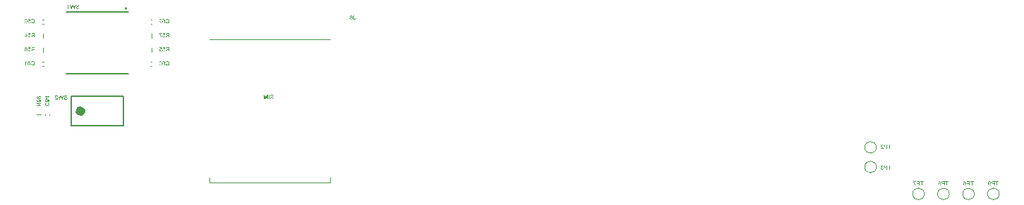
<source format=gbo>
G04*
G04 #@! TF.GenerationSoftware,Altium Limited,Altium Designer,20.0.13 (296)*
G04*
G04 Layer_Color=32896*
%FSLAX25Y25*%
%MOIN*%
G70*
G01*
G75*
%ADD10C,0.00787*%
%ADD11C,0.00394*%
%ADD12C,0.03937*%
%ADD15C,0.00500*%
%ADD18C,0.00197*%
G36*
X556352Y210701D02*
X556399Y210694D01*
X556445Y210685D01*
X556487Y210673D01*
X556527Y210659D01*
X556564Y210643D01*
X556599Y210627D01*
X556631Y210610D01*
X556659Y210593D01*
X556683Y210575D01*
X556704Y210559D01*
X556721Y210545D01*
X556736Y210533D01*
X556746Y210524D01*
X556753Y210517D01*
X556755Y210515D01*
X556786Y210479D01*
X556814Y210440D01*
X556839Y210400D01*
X556860Y210360D01*
X556876Y210318D01*
X556891Y210277D01*
X556904Y210237D01*
X556912Y210199D01*
X556919Y210162D01*
X556926Y210129D01*
X556930Y210099D01*
X556931Y210073D01*
X556933Y210052D01*
X556935Y210036D01*
Y210026D01*
Y210024D01*
Y210022D01*
X556933Y209968D01*
X556928Y209915D01*
X556919Y209868D01*
X556907Y209822D01*
X556895Y209779D01*
X556881Y209740D01*
X556865Y209703D01*
X556847Y209670D01*
X556832Y209642D01*
X556816Y209616D01*
X556802Y209593D01*
X556788Y209576D01*
X556777Y209562D01*
X556769Y209551D01*
X556764Y209544D01*
X556762Y209542D01*
X556729Y209511D01*
X556694Y209483D01*
X556659Y209458D01*
X556622Y209437D01*
X556587Y209422D01*
X556552Y209406D01*
X556517Y209394D01*
X556485Y209385D01*
X556454Y209378D01*
X556426Y209371D01*
X556401Y209367D01*
X556380Y209366D01*
X556363Y209364D01*
X556349Y209362D01*
X556338D01*
X556284Y209366D01*
X556231Y209374D01*
X556186Y209385D01*
X556144Y209399D01*
X556126Y209406D01*
X556111Y209413D01*
X556095Y209418D01*
X556084Y209423D01*
X556074Y209429D01*
X556067Y209432D01*
X556064Y209436D01*
X556062D01*
X556016Y209466D01*
X555974Y209497D01*
X555939Y209528D01*
X555911Y209558D01*
X555887Y209586D01*
X555878Y209597D01*
X555871Y209607D01*
X555864Y209616D01*
X555861Y209621D01*
X555857Y209625D01*
Y209606D01*
Y209590D01*
Y209581D01*
Y209577D01*
X555859Y209520D01*
X555862Y209466D01*
X555869Y209415D01*
X555873Y209390D01*
X555874Y209369D01*
X555878Y209348D01*
X555882Y209331D01*
X555885Y209313D01*
X555889Y209301D01*
X555890Y209289D01*
X555892Y209282D01*
X555894Y209277D01*
Y209275D01*
X555908Y209222D01*
X555924Y209175D01*
X555939Y209135D01*
X555953Y209102D01*
X555960Y209086D01*
X555967Y209073D01*
X555972Y209063D01*
X555978Y209054D01*
X555981Y209047D01*
X555985Y209042D01*
X555986Y209040D01*
Y209038D01*
X556007Y209007D01*
X556032Y208979D01*
X556055Y208956D01*
X556077Y208935D01*
X556097Y208920D01*
X556112Y208909D01*
X556123Y208900D01*
X556125Y208898D01*
X556126D01*
X556160Y208881D01*
X556195Y208869D01*
X556228Y208860D01*
X556259Y208855D01*
X556287Y208851D01*
X556298Y208849D01*
X556309Y208848D01*
X556328D01*
X556352Y208849D01*
X556375Y208851D01*
X556419Y208860D01*
X556456Y208872D01*
X556487Y208886D01*
X556511Y208898D01*
X556522Y208906D01*
X556531Y208911D01*
X556538Y208916D01*
X556543Y208920D01*
X556545Y208923D01*
X556546D01*
X556562Y208939D01*
X556576Y208954D01*
X556599Y208993D01*
X556620Y209033D01*
X556634Y209073D01*
X556646Y209110D01*
X556651Y209126D01*
X556655Y209140D01*
X556657Y209152D01*
X556659Y209161D01*
X556660Y209166D01*
Y209168D01*
X556898Y209145D01*
X556891Y209102D01*
X556882Y209061D01*
X556870Y209023D01*
X556858Y208988D01*
X556844Y208954D01*
X556828Y208925D01*
X556812Y208897D01*
X556799Y208872D01*
X556783Y208849D01*
X556769Y208830D01*
X556755Y208814D01*
X556744Y208801D01*
X556734Y208790D01*
X556727Y208783D01*
X556721Y208778D01*
X556720Y208776D01*
X556690Y208753D01*
X556660Y208732D01*
X556629Y208715D01*
X556596Y208701D01*
X556562Y208687D01*
X556531Y208676D01*
X556499Y208667D01*
X556469Y208660D01*
X556440Y208655D01*
X556415Y208652D01*
X556391Y208648D01*
X556371Y208646D01*
X556354D01*
X556342Y208645D01*
X556331D01*
X556291Y208646D01*
X556251Y208650D01*
X556212Y208655D01*
X556177Y208664D01*
X556142Y208673D01*
X556111Y208683D01*
X556081Y208694D01*
X556053Y208704D01*
X556029Y208715D01*
X556007Y208727D01*
X555988Y208736D01*
X555972Y208745D01*
X555960Y208753D01*
X555950Y208758D01*
X555944Y208762D01*
X555943Y208764D01*
X555913Y208787D01*
X555885Y208813D01*
X555857Y208841D01*
X555834Y208869D01*
X555812Y208897D01*
X555791Y208927D01*
X555771Y208954D01*
X555756Y208982D01*
X555740Y209009D01*
X555727Y209033D01*
X555717Y209056D01*
X555708Y209075D01*
X555701Y209089D01*
X555696Y209102D01*
X555694Y209110D01*
X555692Y209112D01*
X555679Y209157D01*
X555664Y209205D01*
X555654Y209254D01*
X555644Y209304D01*
X555629Y209408D01*
X555624Y209458D01*
X555619Y209506D01*
X555616Y209551D01*
X555612Y209593D01*
X555610Y209632D01*
Y209663D01*
X555609Y209691D01*
Y209702D01*
Y209710D01*
Y209717D01*
Y209724D01*
Y209726D01*
Y209728D01*
X555610Y209796D01*
X555612Y209859D01*
X555616Y209919D01*
X555622Y209973D01*
X555628Y210024D01*
X555635Y210071D01*
X555644Y210113D01*
X555651Y210152D01*
X555659Y210185D01*
X555666Y210213D01*
X555675Y210239D01*
X555680Y210258D01*
X555686Y210274D01*
X555691Y210286D01*
X555692Y210293D01*
X555694Y210295D01*
X555710Y210330D01*
X555729Y210365D01*
X555749Y210395D01*
X555768Y210424D01*
X555789Y210452D01*
X555810Y210477D01*
X555831Y210500D01*
X555850Y210519D01*
X555869Y210537D01*
X555887Y210552D01*
X555902Y210566D01*
X555917Y210577D01*
X555927Y210585D01*
X555936Y210591D01*
X555941Y210594D01*
X555943Y210596D01*
X555974Y210615D01*
X556004Y210631D01*
X556036Y210645D01*
X556067Y210657D01*
X556099Y210668D01*
X556128Y210677D01*
X556156Y210683D01*
X556182Y210689D01*
X556209Y210694D01*
X556231Y210697D01*
X556251Y210699D01*
X556268Y210701D01*
X556282Y210703D01*
X556301D01*
X556352Y210701D01*
D02*
G37*
G36*
X560589Y210458D02*
X559924D01*
Y208678D01*
X559656D01*
Y210458D01*
X558988D01*
Y210696D01*
X560589D01*
Y210458D01*
D02*
G37*
G36*
X558716Y208678D02*
X558449D01*
Y209499D01*
X557933D01*
X557856Y209501D01*
X557784Y209506D01*
X557719Y209514D01*
X557659Y209527D01*
X557605Y209539D01*
X557556Y209555D01*
X557513Y209570D01*
X557476Y209588D01*
X557443Y209604D01*
X557414Y209619D01*
X557390Y209635D01*
X557371Y209647D01*
X557357Y209660D01*
X557346Y209668D01*
X557341Y209674D01*
X557339Y209676D01*
X557309Y209710D01*
X557285Y209745D01*
X557262Y209782D01*
X557245Y209819D01*
X557229Y209856D01*
X557215Y209893D01*
X557204Y209927D01*
X557196Y209961D01*
X557189Y209992D01*
X557184Y210020D01*
X557180Y210047D01*
X557176Y210068D01*
Y210087D01*
X557175Y210101D01*
Y210108D01*
Y210111D01*
X557178Y210166D01*
X557185Y210218D01*
X557194Y210265D01*
X557201Y210286D01*
X557206Y210306D01*
X557211Y210323D01*
X557219Y210339D01*
X557224Y210353D01*
X557227Y210365D01*
X557233Y210374D01*
X557234Y210381D01*
X557238Y210384D01*
Y210386D01*
X557262Y210430D01*
X557289Y210470D01*
X557316Y210503D01*
X557343Y210531D01*
X557366Y210552D01*
X557383Y210568D01*
X557390Y210573D01*
X557395Y210577D01*
X557399Y210580D01*
X557401D01*
X557439Y210605D01*
X557481Y210626D01*
X557523Y210641D01*
X557561Y210655D01*
X557596Y210664D01*
X557612Y210668D01*
X557624Y210671D01*
X557635Y210673D01*
X557642Y210675D01*
X557647Y210677D01*
X557649D01*
X557670Y210680D01*
X557693Y210683D01*
X557742Y210687D01*
X557793Y210690D01*
X557841Y210694D01*
X557885D01*
X557904Y210696D01*
X558716D01*
Y208678D01*
D02*
G37*
G36*
X120766Y294565D02*
X120782Y294541D01*
X120816Y294492D01*
X120852Y294446D01*
X120889Y294404D01*
X120906Y294387D01*
X120922Y294369D01*
X120936Y294355D01*
X120949Y294343D01*
X120961Y294333D01*
X120968Y294326D01*
X120973Y294320D01*
X120975Y294319D01*
X121034Y294269D01*
X121097Y294224D01*
X121159Y294184D01*
X121186Y294165D01*
X121214Y294149D01*
X121241Y294133D01*
X121264Y294121D01*
X121284Y294109D01*
X121302Y294100D01*
X121316Y294093D01*
X121328Y294088D01*
X121335Y294084D01*
X121337Y294082D01*
Y293843D01*
X121293Y293860D01*
X121248Y293881D01*
X121204Y293902D01*
X121164Y293923D01*
X121146Y293932D01*
X121129Y293942D01*
X121115Y293949D01*
X121102Y293956D01*
X121092Y293962D01*
X121085Y293967D01*
X121080Y293969D01*
X121078Y293970D01*
X121026Y294002D01*
X120980Y294033D01*
X120940Y294063D01*
X120905Y294088D01*
X120891Y294100D01*
X120879Y294110D01*
X120868Y294119D01*
X120858Y294128D01*
X120851Y294133D01*
X120845Y294138D01*
X120844Y294140D01*
X120842Y294142D01*
Y292565D01*
X120593D01*
Y294590D01*
X120754D01*
X120766Y294565D01*
D02*
G37*
G36*
X123738Y292565D02*
X123463D01*
X123038Y294103D01*
X123028Y294142D01*
X123017Y294180D01*
X123006Y294221D01*
X122998Y294257D01*
X122991Y294289D01*
X122987Y294303D01*
X122984Y294315D01*
X122982Y294324D01*
X122980Y294333D01*
X122978Y294336D01*
Y294338D01*
X122977Y294327D01*
X122973Y294315D01*
X122968Y294299D01*
X122965Y294282D01*
X122954Y294243D01*
X122942Y294203D01*
X122931Y294165D01*
X122926Y294147D01*
X122923Y294133D01*
X122919Y294119D01*
X122915Y294110D01*
X122914Y294103D01*
Y294102D01*
X122490Y292565D01*
X122230D01*
X121678Y294583D01*
X121948D01*
X122265Y293286D01*
X122285Y293195D01*
X122296Y293153D01*
X122305Y293113D01*
X122313Y293074D01*
X122322Y293038D01*
X122329Y293004D01*
X122336Y292973D01*
X122343Y292945D01*
X122348Y292920D01*
X122354Y292899D01*
X122357Y292880D01*
X122361Y292866D01*
X122362Y292856D01*
X122364Y292848D01*
Y292847D01*
X122385Y292973D01*
X122410Y293099D01*
X122422Y293160D01*
X122436Y293219D01*
X122448Y293276D01*
X122460Y293328D01*
X122473Y293377D01*
X122485Y293423D01*
X122495Y293463D01*
X122504Y293496D01*
X122508Y293510D01*
X122511Y293524D01*
X122515Y293534D01*
X122517Y293543D01*
X122518Y293550D01*
X122520Y293557D01*
X122522Y293559D01*
Y293561D01*
X122810Y294583D01*
X123133D01*
X123516Y293219D01*
X123519Y293207D01*
X123523Y293190D01*
X123530Y293167D01*
X123535Y293141D01*
X123544Y293111D01*
X123551Y293080D01*
X123566Y293015D01*
X123574Y292983D01*
X123582Y292952D01*
X123589Y292924D01*
X123594Y292898D01*
X123600Y292877D01*
X123603Y292861D01*
X123605Y292850D01*
X123607Y292848D01*
Y292847D01*
X123621Y292924D01*
X123635Y292997D01*
X123642Y293032D01*
X123649Y293067D01*
X123656Y293099D01*
X123663Y293128D01*
X123668Y293157D01*
X123675Y293183D01*
X123680Y293204D01*
X123684Y293223D01*
X123687Y293237D01*
X123691Y293249D01*
X123693Y293256D01*
Y293258D01*
X123999Y294583D01*
X124272D01*
X123738Y292565D01*
D02*
G37*
G36*
X125348Y294614D02*
X125418Y294607D01*
X125451Y294602D01*
X125481Y294595D01*
X125509Y294590D01*
X125535Y294583D01*
X125560Y294576D01*
X125581Y294571D01*
X125600Y294564D01*
X125616Y294558D01*
X125628Y294555D01*
X125638Y294551D01*
X125644Y294548D01*
X125645D01*
X125675Y294534D01*
X125703Y294520D01*
X125731Y294504D01*
X125756Y294488D01*
X125778Y294471D01*
X125800Y294455D01*
X125817Y294438D01*
X125835Y294422D01*
X125850Y294406D01*
X125863Y294392D01*
X125873Y294380D01*
X125883Y294369D01*
X125891Y294359D01*
X125896Y294352D01*
X125898Y294348D01*
X125899Y294346D01*
X125915Y294322D01*
X125927Y294296D01*
X125940Y294271D01*
X125948Y294245D01*
X125964Y294198D01*
X125975Y294154D01*
X125978Y294133D01*
X125980Y294115D01*
X125981Y294100D01*
X125983Y294086D01*
X125985Y294075D01*
Y294067D01*
Y294061D01*
Y294059D01*
X125981Y294009D01*
X125975Y293962D01*
X125962Y293919D01*
X125950Y293883D01*
X125943Y293867D01*
X125938Y293851D01*
X125931Y293839D01*
X125926Y293829D01*
X125922Y293820D01*
X125918Y293815D01*
X125915Y293811D01*
Y293809D01*
X125885Y293769D01*
X125850Y293732D01*
X125815Y293701D01*
X125780Y293673D01*
X125749Y293650D01*
X125735Y293641D01*
X125723Y293634D01*
X125714Y293629D01*
X125707Y293624D01*
X125701Y293622D01*
X125700Y293620D01*
X125677Y293610D01*
X125651Y293598D01*
X125623Y293587D01*
X125591Y293577D01*
X125526Y293555D01*
X125462Y293536D01*
X125432Y293528D01*
X125404Y293519D01*
X125378Y293512D01*
X125355Y293507D01*
X125336Y293501D01*
X125322Y293498D01*
X125313Y293494D01*
X125310D01*
X125259Y293482D01*
X125213Y293472D01*
X125171Y293461D01*
X125135Y293451D01*
X125101Y293442D01*
X125072Y293435D01*
X125045Y293426D01*
X125022Y293421D01*
X125003Y293415D01*
X124987Y293410D01*
X124975Y293405D01*
X124965Y293402D01*
X124956Y293400D01*
X124951Y293398D01*
X124949Y293396D01*
X124947D01*
X124904Y293377D01*
X124865Y293358D01*
X124834Y293338D01*
X124809Y293319D01*
X124790Y293302D01*
X124776Y293290D01*
X124767Y293281D01*
X124765Y293277D01*
X124746Y293251D01*
X124732Y293221D01*
X124723Y293195D01*
X124716Y293169D01*
X124713Y293146D01*
X124709Y293128D01*
Y293122D01*
Y293116D01*
Y293115D01*
Y293113D01*
X124711Y293078D01*
X124718Y293046D01*
X124727Y293017D01*
X124737Y292990D01*
X124750Y292969D01*
X124758Y292953D01*
X124765Y292943D01*
X124767Y292941D01*
Y292940D01*
X124792Y292912D01*
X124820Y292887D01*
X124847Y292866D01*
X124875Y292848D01*
X124902Y292834D01*
X124923Y292824D01*
X124932Y292821D01*
X124937Y292817D01*
X124940Y292815D01*
X124942D01*
X124987Y292799D01*
X125033Y292789D01*
X125078Y292780D01*
X125120Y292775D01*
X125140Y292773D01*
X125157Y292772D01*
X125173D01*
X125185Y292770D01*
X125212D01*
X125275Y292772D01*
X125334Y292778D01*
X125387Y292789D01*
X125409Y292794D01*
X125432Y292799D01*
X125453Y292805D01*
X125470Y292810D01*
X125486Y292815D01*
X125498Y292821D01*
X125509Y292824D01*
X125516Y292828D01*
X125521Y292829D01*
X125523D01*
X125570Y292854D01*
X125612Y292878D01*
X125647Y292905D01*
X125675Y292931D01*
X125698Y292953D01*
X125714Y292971D01*
X125719Y292978D01*
X125723Y292983D01*
X125726Y292985D01*
Y292987D01*
X125749Y293025D01*
X125766Y293067D01*
X125780Y293109D01*
X125791Y293149D01*
X125796Y293167D01*
X125800Y293184D01*
X125803Y293198D01*
X125805Y293213D01*
X125806Y293223D01*
Y293230D01*
X125808Y293235D01*
Y293237D01*
X126060Y293214D01*
X126058Y293178D01*
X126053Y293141D01*
X126041Y293073D01*
X126032Y293039D01*
X126023Y293009D01*
X126013Y292982D01*
X126003Y292957D01*
X125994Y292933D01*
X125983Y292912D01*
X125975Y292894D01*
X125966Y292878D01*
X125961Y292866D01*
X125955Y292857D01*
X125952Y292852D01*
X125950Y292850D01*
X125929Y292821D01*
X125908Y292794D01*
X125883Y292770D01*
X125861Y292745D01*
X125836Y292724D01*
X125812Y292705D01*
X125789Y292688D01*
X125765Y292670D01*
X125743Y292656D01*
X125724Y292644D01*
X125705Y292633D01*
X125689Y292626D01*
X125677Y292619D01*
X125668Y292614D01*
X125661Y292612D01*
X125660Y292611D01*
X125625Y292597D01*
X125586Y292584D01*
X125509Y292565D01*
X125432Y292551D01*
X125395Y292546D01*
X125360Y292542D01*
X125327Y292539D01*
X125295Y292535D01*
X125269Y292534D01*
X125245D01*
X125225Y292532D01*
X125199D01*
X125159Y292534D01*
X125120Y292535D01*
X125084Y292539D01*
X125047Y292544D01*
X125014Y292549D01*
X124982Y292556D01*
X124952Y292563D01*
X124925Y292572D01*
X124900Y292579D01*
X124877Y292586D01*
X124858Y292593D01*
X124840Y292598D01*
X124828Y292603D01*
X124818Y292607D01*
X124812Y292611D01*
X124811D01*
X124779Y292626D01*
X124750Y292642D01*
X124722Y292659D01*
X124695Y292679D01*
X124672Y292696D01*
X124650Y292716D01*
X124630Y292733D01*
X124613Y292751D01*
X124597Y292766D01*
X124583Y292782D01*
X124571Y292796D01*
X124562Y292808D01*
X124555Y292817D01*
X124548Y292824D01*
X124547Y292829D01*
X124545Y292831D01*
X124529Y292857D01*
X124513Y292885D01*
X124501Y292912D01*
X124490Y292938D01*
X124475Y292988D01*
X124464Y293036D01*
X124459Y293057D01*
X124457Y293076D01*
X124455Y293092D01*
X124454Y293106D01*
X124452Y293118D01*
Y293127D01*
Y293132D01*
Y293134D01*
X124454Y293163D01*
X124455Y293193D01*
X124466Y293248D01*
X124478Y293297D01*
X124487Y293318D01*
X124494Y293338D01*
X124503Y293356D01*
X124510Y293373D01*
X124519Y293388D01*
X124524Y293398D01*
X124529Y293409D01*
X124534Y293415D01*
X124536Y293419D01*
X124538Y293421D01*
X124555Y293444D01*
X124573Y293465D01*
X124613Y293505D01*
X124657Y293542D01*
X124699Y293571D01*
X124718Y293584D01*
X124737Y293594D01*
X124753Y293605D01*
X124769Y293613D01*
X124779Y293619D01*
X124790Y293624D01*
X124795Y293626D01*
X124797Y293627D01*
X124821Y293638D01*
X124851Y293648D01*
X124884Y293659D01*
X124919Y293671D01*
X124993Y293692D01*
X125068Y293711D01*
X125103Y293720D01*
X125136Y293729D01*
X125166Y293736D01*
X125194Y293743D01*
X125215Y293748D01*
X125233Y293752D01*
X125243Y293755D01*
X125247D01*
X125304Y293769D01*
X125357Y293783D01*
X125404Y293795D01*
X125446Y293809D01*
X125485Y293822D01*
X125516Y293832D01*
X125546Y293844D01*
X125570Y293855D01*
X125590Y293864D01*
X125607Y293872D01*
X125621Y293879D01*
X125631Y293886D01*
X125640Y293892D01*
X125645Y293895D01*
X125647Y293899D01*
X125649D01*
X125663Y293913D01*
X125675Y293927D01*
X125695Y293956D01*
X125708Y293986D01*
X125717Y294014D01*
X125724Y294039D01*
X125726Y294059D01*
X125728Y294067D01*
Y294072D01*
Y294075D01*
Y294077D01*
X125726Y294100D01*
X125723Y294123D01*
X125717Y294144D01*
X125710Y294165D01*
X125693Y294201D01*
X125672Y294233D01*
X125653Y294257D01*
X125644Y294268D01*
X125635Y294276D01*
X125628Y294284D01*
X125623Y294289D01*
X125619Y294290D01*
X125618Y294292D01*
X125595Y294308D01*
X125570Y294322D01*
X125542Y294334D01*
X125514Y294345D01*
X125457Y294361D01*
X125397Y294371D01*
X125371Y294374D01*
X125345Y294376D01*
X125322Y294378D01*
X125303Y294380D01*
X125285Y294382D01*
X125262D01*
X125220Y294380D01*
X125180Y294378D01*
X125143Y294373D01*
X125108Y294366D01*
X125077Y294359D01*
X125049Y294350D01*
X125022Y294341D01*
X125000Y294333D01*
X124979Y294324D01*
X124960Y294315D01*
X124945Y294306D01*
X124933Y294299D01*
X124923Y294292D01*
X124916Y294287D01*
X124912Y294285D01*
X124910Y294284D01*
X124890Y294264D01*
X124870Y294243D01*
X124853Y294221D01*
X124837Y294198D01*
X124825Y294173D01*
X124812Y294149D01*
X124795Y294103D01*
X124788Y294080D01*
X124781Y294059D01*
X124777Y294042D01*
X124774Y294026D01*
X124772Y294012D01*
X124770Y294004D01*
X124769Y293997D01*
Y293995D01*
X124513Y294014D01*
X124515Y294047D01*
X124520Y294079D01*
X124532Y294138D01*
X124539Y294166D01*
X124548Y294193D01*
X124557Y294217D01*
X124566Y294238D01*
X124574Y294259D01*
X124583Y294276D01*
X124592Y294292D01*
X124599Y294306D01*
X124604Y294317D01*
X124609Y294324D01*
X124611Y294329D01*
X124613Y294331D01*
X124630Y294357D01*
X124652Y294382D01*
X124694Y294424D01*
X124737Y294460D01*
X124779Y294490D01*
X124800Y294504D01*
X124818Y294515D01*
X124835Y294523D01*
X124849Y294530D01*
X124862Y294537D01*
X124870Y294541D01*
X124875Y294544D01*
X124877D01*
X124944Y294569D01*
X125012Y294586D01*
X125078Y294600D01*
X125110Y294605D01*
X125140Y294609D01*
X125168Y294613D01*
X125194Y294614D01*
X125217Y294616D01*
X125236D01*
X125252Y294618D01*
X125275D01*
X125348Y294614D01*
D02*
G37*
G36*
X115268Y251513D02*
X115317Y251508D01*
X115364Y251501D01*
X115408Y251492D01*
X115448Y251480D01*
X115487Y251468D01*
X115522Y251454D01*
X115551Y251440D01*
X115579Y251426D01*
X115604Y251412D01*
X115625Y251399D01*
X115642Y251387D01*
X115656Y251378D01*
X115665Y251372D01*
X115672Y251366D01*
X115674Y251364D01*
X115704Y251335D01*
X115732Y251303D01*
X115754Y251270D01*
X115775Y251233D01*
X115795Y251198D01*
X115810Y251162D01*
X115823Y251127D01*
X115835Y251092D01*
X115844Y251058D01*
X115851Y251028D01*
X115858Y251000D01*
X115861Y250978D01*
X115865Y250958D01*
X115866Y250943D01*
X115868Y250934D01*
Y250931D01*
X115613Y250904D01*
X115611Y250939D01*
X115607Y250971D01*
X115602Y251002D01*
X115595Y251030D01*
X115588Y251057D01*
X115579Y251081D01*
X115569Y251104D01*
X115558Y251125D01*
X115550Y251142D01*
X115539Y251158D01*
X115530Y251170D01*
X115522Y251183D01*
X115516Y251191D01*
X115511Y251197D01*
X115508Y251200D01*
X115506Y251202D01*
X115485Y251221D01*
X115462Y251237D01*
X115439Y251253D01*
X115417Y251265D01*
X115392Y251275D01*
X115369Y251284D01*
X115324Y251296D01*
X115303Y251302D01*
X115282Y251305D01*
X115264Y251307D01*
X115250Y251308D01*
X115238Y251310D01*
X115221D01*
X115189Y251308D01*
X115159Y251307D01*
X115131Y251302D01*
X115107Y251294D01*
X115082Y251288D01*
X115060Y251279D01*
X115039Y251268D01*
X115019Y251259D01*
X115002Y251251D01*
X114988Y251240D01*
X114976Y251232D01*
X114965Y251224D01*
X114956Y251218D01*
X114951Y251214D01*
X114948Y251210D01*
X114946Y251209D01*
X114927Y251189D01*
X114911Y251168D01*
X114897Y251148D01*
X114885Y251127D01*
X114874Y251105D01*
X114867Y251086D01*
X114853Y251046D01*
X114850Y251028D01*
X114846Y251013D01*
X114844Y250997D01*
X114843Y250985D01*
X114841Y250974D01*
Y250967D01*
Y250962D01*
Y250960D01*
X114843Y250934D01*
X114846Y250908D01*
X114851Y250882D01*
X114858Y250855D01*
X114878Y250804D01*
X114899Y250759D01*
X114909Y250738D01*
X114920Y250721D01*
X114930Y250703D01*
X114939Y250689D01*
X114946Y250678D01*
X114951Y250670D01*
X114955Y250664D01*
X114956Y250663D01*
X114981Y250631D01*
X115009Y250600D01*
X115040Y250565D01*
X115074Y250530D01*
X115110Y250493D01*
X115147Y250458D01*
X115186Y250423D01*
X115222Y250390D01*
X115257Y250358D01*
X115291Y250328D01*
X115320Y250302D01*
X115348Y250279D01*
X115369Y250260D01*
X115387Y250246D01*
X115397Y250237D01*
X115399Y250234D01*
X115401D01*
X115439Y250202D01*
X115476Y250171D01*
X115509Y250141D01*
X115541Y250113D01*
X115569Y250087D01*
X115597Y250061D01*
X115620Y250038D01*
X115642Y250017D01*
X115662Y249998D01*
X115677Y249980D01*
X115691Y249964D01*
X115704Y249952D01*
X115712Y249943D01*
X115719Y249935D01*
X115723Y249931D01*
X115725Y249929D01*
X115763Y249881D01*
X115796Y249832D01*
X115826Y249788D01*
X115847Y249746D01*
X115858Y249728D01*
X115865Y249712D01*
X115872Y249697D01*
X115877Y249685D01*
X115882Y249676D01*
X115886Y249669D01*
X115887Y249663D01*
Y249662D01*
X115898Y249630D01*
X115905Y249601D01*
X115910Y249571D01*
X115914Y249545D01*
X115915Y249523D01*
Y249506D01*
Y249499D01*
Y249494D01*
Y249492D01*
Y249490D01*
X114582D01*
Y249728D01*
X115571D01*
X115555Y249753D01*
X115537Y249777D01*
X115520Y249800D01*
X115504Y249819D01*
X115490Y249837D01*
X115478Y249851D01*
X115471Y249858D01*
X115467Y249861D01*
X115453Y249875D01*
X115438Y249891D01*
X115417Y249910D01*
X115396Y249929D01*
X115348Y249972D01*
X115299Y250013D01*
X115277Y250033D01*
X115254Y250052D01*
X115235Y250069D01*
X115217Y250085D01*
X115201Y250097D01*
X115191Y250106D01*
X115182Y250113D01*
X115180Y250115D01*
X115131Y250157D01*
X115088Y250196D01*
X115046Y250232D01*
X115009Y250266D01*
X114974Y250297D01*
X114944Y250327D01*
X114916Y250353D01*
X114890Y250377D01*
X114869Y250398D01*
X114851Y250418D01*
X114836Y250433D01*
X114822Y250446D01*
X114813Y250456D01*
X114806Y250465D01*
X114802Y250468D01*
X114801Y250470D01*
X114760Y250518D01*
X114725Y250563D01*
X114697Y250605D01*
X114675Y250642D01*
X114666Y250658D01*
X114657Y250672D01*
X114650Y250684D01*
X114645Y250696D01*
X114641Y250703D01*
X114638Y250710D01*
X114636Y250713D01*
Y250715D01*
X114619Y250759D01*
X114606Y250803D01*
X114598Y250843D01*
X114592Y250880D01*
X114587Y250909D01*
Y250923D01*
X114585Y250934D01*
Y250943D01*
Y250950D01*
Y250953D01*
Y250955D01*
X114587Y250999D01*
X114592Y251041D01*
X114601Y251081D01*
X114612Y251118D01*
X114624Y251153D01*
X114640Y251186D01*
X114654Y251216D01*
X114669Y251244D01*
X114687Y251268D01*
X114701Y251291D01*
X114715Y251310D01*
X114729Y251326D01*
X114739Y251338D01*
X114748Y251347D01*
X114753Y251352D01*
X114755Y251354D01*
X114788Y251382D01*
X114823Y251407D01*
X114860Y251429D01*
X114899Y251447D01*
X114937Y251463D01*
X114976Y251477D01*
X115012Y251487D01*
X115049Y251496D01*
X115082Y251501D01*
X115114Y251506D01*
X115144Y251510D01*
X115168Y251513D01*
X115187D01*
X115203Y251515D01*
X115215D01*
X115268Y251513D01*
D02*
G37*
G36*
X118096Y249490D02*
X117821D01*
X117396Y251028D01*
X117385Y251067D01*
X117375Y251105D01*
X117364Y251146D01*
X117356Y251183D01*
X117349Y251214D01*
X117345Y251228D01*
X117342Y251240D01*
X117340Y251249D01*
X117338Y251258D01*
X117336Y251261D01*
Y251263D01*
X117335Y251253D01*
X117331Y251240D01*
X117326Y251224D01*
X117322Y251207D01*
X117312Y251168D01*
X117300Y251128D01*
X117289Y251090D01*
X117284Y251072D01*
X117280Y251058D01*
X117277Y251044D01*
X117273Y251035D01*
X117272Y251028D01*
Y251027D01*
X116848Y249490D01*
X116587D01*
X116036Y251508D01*
X116306D01*
X116622Y250211D01*
X116643Y250120D01*
X116654Y250078D01*
X116663Y250038D01*
X116671Y249999D01*
X116680Y249963D01*
X116687Y249929D01*
X116694Y249898D01*
X116701Y249870D01*
X116706Y249846D01*
X116712Y249825D01*
X116715Y249805D01*
X116719Y249791D01*
X116720Y249781D01*
X116722Y249774D01*
Y249772D01*
X116743Y249898D01*
X116768Y250024D01*
X116780Y250085D01*
X116794Y250145D01*
X116806Y250201D01*
X116818Y250253D01*
X116831Y250302D01*
X116843Y250348D01*
X116853Y250388D01*
X116862Y250421D01*
X116866Y250435D01*
X116869Y250449D01*
X116873Y250460D01*
X116874Y250468D01*
X116876Y250476D01*
X116878Y250483D01*
X116880Y250484D01*
Y250486D01*
X117168Y251508D01*
X117490D01*
X117874Y250145D01*
X117877Y250132D01*
X117881Y250115D01*
X117888Y250092D01*
X117893Y250066D01*
X117902Y250036D01*
X117909Y250005D01*
X117924Y249940D01*
X117931Y249908D01*
X117940Y249877D01*
X117947Y249849D01*
X117952Y249823D01*
X117958Y249802D01*
X117961Y249786D01*
X117963Y249776D01*
X117965Y249774D01*
Y249772D01*
X117979Y249849D01*
X117993Y249922D01*
X118000Y249957D01*
X118007Y249992D01*
X118014Y250024D01*
X118021Y250054D01*
X118026Y250082D01*
X118033Y250108D01*
X118038Y250129D01*
X118042Y250148D01*
X118045Y250162D01*
X118049Y250174D01*
X118050Y250182D01*
Y250183D01*
X118357Y251508D01*
X118630D01*
X118096Y249490D01*
D02*
G37*
G36*
X119706Y251539D02*
X119776Y251533D01*
X119809Y251527D01*
X119839Y251520D01*
X119867Y251515D01*
X119893Y251508D01*
X119918Y251501D01*
X119939Y251496D01*
X119958Y251489D01*
X119974Y251483D01*
X119986Y251480D01*
X119996Y251477D01*
X120002Y251473D01*
X120003D01*
X120033Y251459D01*
X120061Y251445D01*
X120089Y251429D01*
X120114Y251413D01*
X120136Y251396D01*
X120157Y251380D01*
X120175Y251363D01*
X120192Y251347D01*
X120208Y251331D01*
X120220Y251317D01*
X120231Y251305D01*
X120241Y251294D01*
X120248Y251284D01*
X120254Y251277D01*
X120255Y251273D01*
X120257Y251272D01*
X120273Y251247D01*
X120285Y251221D01*
X120297Y251197D01*
X120306Y251170D01*
X120322Y251123D01*
X120332Y251079D01*
X120336Y251058D01*
X120338Y251041D01*
X120339Y251025D01*
X120341Y251011D01*
X120343Y251000D01*
Y250992D01*
Y250987D01*
Y250985D01*
X120339Y250934D01*
X120332Y250887D01*
X120320Y250845D01*
X120308Y250808D01*
X120301Y250792D01*
X120296Y250777D01*
X120289Y250764D01*
X120283Y250754D01*
X120280Y250745D01*
X120276Y250740D01*
X120273Y250736D01*
Y250734D01*
X120243Y250694D01*
X120208Y250658D01*
X120173Y250626D01*
X120138Y250598D01*
X120107Y250575D01*
X120093Y250567D01*
X120080Y250559D01*
X120072Y250554D01*
X120065Y250549D01*
X120059Y250547D01*
X120058Y250546D01*
X120035Y250535D01*
X120009Y250523D01*
X119981Y250512D01*
X119949Y250502D01*
X119884Y250481D01*
X119820Y250462D01*
X119790Y250453D01*
X119762Y250444D01*
X119736Y250437D01*
X119713Y250432D01*
X119694Y250427D01*
X119680Y250423D01*
X119671Y250419D01*
X119667D01*
X119617Y250407D01*
X119571Y250397D01*
X119529Y250386D01*
X119492Y250376D01*
X119459Y250367D01*
X119429Y250360D01*
X119403Y250351D01*
X119380Y250346D01*
X119361Y250341D01*
X119345Y250336D01*
X119333Y250330D01*
X119323Y250327D01*
X119314Y250325D01*
X119309Y250323D01*
X119307Y250322D01*
X119305D01*
X119261Y250302D01*
X119223Y250283D01*
X119191Y250264D01*
X119167Y250244D01*
X119148Y250227D01*
X119134Y250215D01*
X119125Y250206D01*
X119123Y250202D01*
X119104Y250176D01*
X119090Y250147D01*
X119081Y250120D01*
X119074Y250094D01*
X119071Y250071D01*
X119067Y250054D01*
Y250047D01*
Y250042D01*
Y250040D01*
Y250038D01*
X119069Y250003D01*
X119076Y249972D01*
X119085Y249942D01*
X119095Y249916D01*
X119107Y249894D01*
X119116Y249879D01*
X119123Y249868D01*
X119125Y249867D01*
Y249865D01*
X119149Y249837D01*
X119177Y249812D01*
X119205Y249791D01*
X119233Y249774D01*
X119260Y249760D01*
X119281Y249749D01*
X119289Y249746D01*
X119295Y249742D01*
X119298Y249741D01*
X119300D01*
X119345Y249725D01*
X119391Y249714D01*
X119436Y249706D01*
X119478Y249700D01*
X119498Y249698D01*
X119515Y249697D01*
X119531D01*
X119543Y249695D01*
X119569D01*
X119632Y249697D01*
X119692Y249704D01*
X119744Y249714D01*
X119767Y249720D01*
X119790Y249725D01*
X119811Y249730D01*
X119828Y249735D01*
X119844Y249741D01*
X119856Y249746D01*
X119867Y249749D01*
X119874Y249753D01*
X119879Y249755D01*
X119881D01*
X119928Y249779D01*
X119970Y249803D01*
X120005Y249830D01*
X120033Y249856D01*
X120056Y249879D01*
X120072Y249896D01*
X120077Y249903D01*
X120080Y249908D01*
X120084Y249910D01*
Y249912D01*
X120107Y249951D01*
X120124Y249992D01*
X120138Y250034D01*
X120149Y250075D01*
X120154Y250092D01*
X120157Y250110D01*
X120161Y250124D01*
X120163Y250138D01*
X120164Y250148D01*
Y250155D01*
X120166Y250161D01*
Y250162D01*
X120418Y250139D01*
X120416Y250103D01*
X120411Y250066D01*
X120399Y249998D01*
X120390Y249964D01*
X120381Y249935D01*
X120371Y249907D01*
X120360Y249882D01*
X120352Y249858D01*
X120341Y249837D01*
X120332Y249819D01*
X120324Y249803D01*
X120318Y249791D01*
X120313Y249782D01*
X120310Y249777D01*
X120308Y249776D01*
X120287Y249746D01*
X120266Y249720D01*
X120241Y249695D01*
X120219Y249671D01*
X120194Y249650D01*
X120170Y249630D01*
X120147Y249613D01*
X120122Y249595D01*
X120101Y249581D01*
X120082Y249569D01*
X120063Y249558D01*
X120047Y249552D01*
X120035Y249545D01*
X120026Y249539D01*
X120019Y249537D01*
X120017Y249536D01*
X119982Y249522D01*
X119944Y249510D01*
X119867Y249490D01*
X119790Y249476D01*
X119753Y249471D01*
X119718Y249467D01*
X119685Y249464D01*
X119653Y249461D01*
X119627Y249459D01*
X119603D01*
X119583Y249457D01*
X119557D01*
X119517Y249459D01*
X119478Y249461D01*
X119442Y249464D01*
X119405Y249469D01*
X119372Y249475D01*
X119340Y249482D01*
X119310Y249488D01*
X119282Y249497D01*
X119258Y249504D01*
X119235Y249511D01*
X119216Y249518D01*
X119198Y249523D01*
X119186Y249529D01*
X119176Y249532D01*
X119170Y249536D01*
X119169D01*
X119137Y249552D01*
X119107Y249567D01*
X119079Y249585D01*
X119053Y249604D01*
X119030Y249622D01*
X119008Y249641D01*
X118988Y249658D01*
X118971Y249676D01*
X118955Y249692D01*
X118941Y249707D01*
X118929Y249721D01*
X118920Y249733D01*
X118913Y249742D01*
X118906Y249749D01*
X118904Y249755D01*
X118903Y249756D01*
X118887Y249782D01*
X118871Y249811D01*
X118859Y249837D01*
X118848Y249863D01*
X118833Y249914D01*
X118822Y249961D01*
X118817Y249982D01*
X118815Y250001D01*
X118813Y250017D01*
X118812Y250031D01*
X118810Y250043D01*
Y250052D01*
Y250057D01*
Y250059D01*
X118812Y250089D01*
X118813Y250118D01*
X118824Y250173D01*
X118836Y250222D01*
X118845Y250243D01*
X118852Y250264D01*
X118861Y250281D01*
X118868Y250299D01*
X118876Y250313D01*
X118882Y250323D01*
X118887Y250334D01*
X118892Y250341D01*
X118894Y250344D01*
X118896Y250346D01*
X118913Y250369D01*
X118931Y250390D01*
X118971Y250430D01*
X119015Y250467D01*
X119057Y250497D01*
X119076Y250509D01*
X119095Y250519D01*
X119111Y250530D01*
X119127Y250538D01*
X119137Y250544D01*
X119148Y250549D01*
X119153Y250551D01*
X119155Y250553D01*
X119179Y250563D01*
X119209Y250573D01*
X119242Y250584D01*
X119277Y250596D01*
X119351Y250617D01*
X119426Y250637D01*
X119461Y250645D01*
X119494Y250654D01*
X119524Y250661D01*
X119552Y250668D01*
X119573Y250673D01*
X119590Y250677D01*
X119601Y250680D01*
X119604D01*
X119662Y250694D01*
X119715Y250708D01*
X119762Y250721D01*
X119804Y250734D01*
X119842Y250747D01*
X119874Y250757D01*
X119904Y250769D01*
X119928Y250780D01*
X119947Y250789D01*
X119965Y250798D01*
X119979Y250804D01*
X119989Y250812D01*
X119998Y250817D01*
X120003Y250820D01*
X120005Y250824D01*
X120007D01*
X120021Y250838D01*
X120033Y250852D01*
X120052Y250882D01*
X120066Y250911D01*
X120075Y250939D01*
X120082Y250964D01*
X120084Y250985D01*
X120086Y250992D01*
Y250997D01*
Y251000D01*
Y251002D01*
X120084Y251025D01*
X120080Y251048D01*
X120075Y251069D01*
X120068Y251090D01*
X120051Y251127D01*
X120030Y251158D01*
X120010Y251183D01*
X120002Y251193D01*
X119993Y251202D01*
X119986Y251209D01*
X119981Y251214D01*
X119977Y251216D01*
X119975Y251218D01*
X119953Y251233D01*
X119928Y251247D01*
X119900Y251259D01*
X119872Y251270D01*
X119814Y251286D01*
X119755Y251296D01*
X119729Y251300D01*
X119702Y251302D01*
X119680Y251303D01*
X119660Y251305D01*
X119643Y251307D01*
X119620D01*
X119578Y251305D01*
X119538Y251303D01*
X119501Y251298D01*
X119466Y251291D01*
X119435Y251284D01*
X119407Y251275D01*
X119380Y251267D01*
X119358Y251258D01*
X119337Y251249D01*
X119317Y251240D01*
X119303Y251232D01*
X119291Y251224D01*
X119281Y251218D01*
X119274Y251212D01*
X119270Y251210D01*
X119268Y251209D01*
X119247Y251189D01*
X119228Y251168D01*
X119211Y251146D01*
X119195Y251123D01*
X119183Y251098D01*
X119170Y251074D01*
X119153Y251028D01*
X119146Y251006D01*
X119139Y250985D01*
X119135Y250967D01*
X119132Y250952D01*
X119130Y250938D01*
X119128Y250929D01*
X119127Y250922D01*
Y250920D01*
X118871Y250939D01*
X118873Y250973D01*
X118878Y251004D01*
X118890Y251063D01*
X118897Y251092D01*
X118906Y251118D01*
X118915Y251142D01*
X118924Y251163D01*
X118932Y251184D01*
X118941Y251202D01*
X118950Y251218D01*
X118957Y251232D01*
X118962Y251242D01*
X118967Y251249D01*
X118969Y251254D01*
X118971Y251256D01*
X118988Y251282D01*
X119009Y251307D01*
X119051Y251349D01*
X119095Y251385D01*
X119137Y251415D01*
X119158Y251429D01*
X119176Y251440D01*
X119193Y251448D01*
X119207Y251455D01*
X119219Y251463D01*
X119228Y251466D01*
X119233Y251469D01*
X119235D01*
X119302Y251494D01*
X119370Y251512D01*
X119436Y251525D01*
X119468Y251531D01*
X119498Y251534D01*
X119526Y251538D01*
X119552Y251539D01*
X119575Y251541D01*
X119594D01*
X119610Y251543D01*
X119632D01*
X119706Y251539D01*
D02*
G37*
G36*
X254612Y289441D02*
X254668Y289432D01*
X254721Y289421D01*
X254770Y289406D01*
X254815Y289388D01*
X254856Y289369D01*
X254894Y289348D01*
X254929Y289327D01*
X254961Y289306D01*
X254987Y289285D01*
X255010Y289266D01*
X255029Y289248D01*
X255045Y289232D01*
X255055Y289222D01*
X255062Y289215D01*
X255064Y289211D01*
X255083Y289185D01*
X255102Y289159D01*
X255136Y289099D01*
X255164Y289035D01*
X255188Y288966D01*
X255209Y288896D01*
X255227Y288825D01*
X255241Y288755D01*
X255253Y288686D01*
X255262Y288622D01*
X255267Y288560D01*
X255270Y288531D01*
X255272Y288504D01*
X255274Y288480D01*
X255276Y288457D01*
X255277Y288436D01*
Y288417D01*
Y288401D01*
X255279Y288387D01*
Y288375D01*
Y288368D01*
Y288363D01*
Y288361D01*
X255277Y288266D01*
X255270Y288179D01*
X255262Y288098D01*
X255249Y288023D01*
X255234Y287957D01*
X255218Y287895D01*
X255200Y287839D01*
X255181Y287790D01*
X255164Y287748D01*
X255146Y287712D01*
X255130Y287680D01*
X255115Y287656D01*
X255102Y287636D01*
X255094Y287622D01*
X255087Y287615D01*
X255085Y287612D01*
X255046Y287572D01*
X255006Y287537D01*
X254966Y287507D01*
X254924Y287481D01*
X254880Y287458D01*
X254838Y287440D01*
X254798Y287425D01*
X254758Y287412D01*
X254721Y287404D01*
X254688Y287397D01*
X254656Y287391D01*
X254630Y287388D01*
X254609Y287386D01*
X254593Y287384D01*
X254579D01*
X254546Y287386D01*
X254513Y287388D01*
X254451Y287398D01*
X254423Y287404D01*
X254395Y287412D01*
X254371Y287419D01*
X254348Y287428D01*
X254327Y287435D01*
X254308Y287444D01*
X254292Y287451D01*
X254278Y287456D01*
X254268Y287463D01*
X254261Y287467D01*
X254255Y287468D01*
X254254Y287470D01*
X254227Y287488D01*
X254203Y287507D01*
X254157Y287545D01*
X254119Y287587D01*
X254087Y287628D01*
X254061Y287664D01*
X254051Y287680D01*
X254044Y287694D01*
X254037Y287705D01*
X254031Y287713D01*
X254030Y287719D01*
X254028Y287720D01*
X254014Y287752D01*
X254000Y287782D01*
X253981Y287845D01*
X253965Y287902D01*
X253960Y287930D01*
X253956Y287957D01*
X253953Y287981D01*
X253949Y288004D01*
X253947Y288023D01*
Y288041D01*
X253946Y288053D01*
Y288063D01*
Y288070D01*
Y288072D01*
X253947Y288125D01*
X253953Y288175D01*
X253961Y288223D01*
X253974Y288268D01*
X253986Y288310D01*
X254002Y288349D01*
X254017Y288384D01*
X254033Y288415D01*
X254049Y288445D01*
X254065Y288469D01*
X254080Y288492D01*
X254093Y288510D01*
X254105Y288524D01*
X254114Y288534D01*
X254119Y288541D01*
X254121Y288543D01*
X254154Y288576D01*
X254189Y288604D01*
X254224Y288629D01*
X254261Y288650D01*
X254296Y288667D01*
X254331Y288681D01*
X254366Y288693D01*
X254397Y288704D01*
X254427Y288711D01*
X254455Y288716D01*
X254479Y288721D01*
X254500Y288723D01*
X254518Y288725D01*
X254532Y288727D01*
X254542D01*
X254595Y288723D01*
X254644Y288716D01*
X254691Y288706D01*
X254731Y288693D01*
X254749Y288686D01*
X254765Y288681D01*
X254779Y288676D01*
X254791Y288671D01*
X254801Y288667D01*
X254808Y288664D01*
X254812Y288660D01*
X254814D01*
X254861Y288632D01*
X254903Y288601D01*
X254940Y288567D01*
X254971Y288534D01*
X254997Y288504D01*
X255008Y288490D01*
X255017Y288480D01*
X255024Y288469D01*
X255029Y288462D01*
X255031Y288459D01*
X255032Y288457D01*
X255031Y288513D01*
X255029Y288564D01*
X255025Y288613D01*
X255020Y288658D01*
X255015Y288699D01*
X255010Y288737D01*
X255004Y288772D01*
X254997Y288804D01*
X254992Y288832D01*
X254985Y288854D01*
X254980Y288875D01*
X254975Y288893D01*
X254969Y288905D01*
X254968Y288916D01*
X254964Y288921D01*
Y288923D01*
X254950Y288952D01*
X254936Y288980D01*
X254922Y289007D01*
X254906Y289031D01*
X254891Y289054D01*
X254875Y289075D01*
X254861Y289092D01*
X254845Y289110D01*
X254831Y289124D01*
X254819Y289138D01*
X254808Y289148D01*
X254798Y289157D01*
X254789Y289164D01*
X254784Y289169D01*
X254780Y289171D01*
X254779Y289173D01*
X254744Y289196D01*
X254709Y289211D01*
X254674Y289224D01*
X254640Y289231D01*
X254612Y289236D01*
X254600Y289238D01*
X254590D01*
X254583Y289239D01*
X254570D01*
X254544Y289238D01*
X254518Y289234D01*
X254493Y289229D01*
X254469Y289224D01*
X254427Y289206D01*
X254390Y289187D01*
X254376Y289176D01*
X254362Y289166D01*
X254350Y289157D01*
X254339Y289150D01*
X254332Y289143D01*
X254327Y289138D01*
X254324Y289134D01*
X254322Y289133D01*
X254311Y289119D01*
X254301Y289105D01*
X254282Y289071D01*
X254266Y289036D01*
X254252Y289001D01*
X254241Y288970D01*
X254236Y288956D01*
X254233Y288945D01*
X254231Y288935D01*
X254229Y288928D01*
X254227Y288923D01*
Y288921D01*
X253981Y288940D01*
X253988Y288982D01*
X253998Y289024D01*
X254009Y289061D01*
X254023Y289096D01*
X254037Y289129D01*
X254052Y289159D01*
X254068Y289187D01*
X254084Y289211D01*
X254100Y289234D01*
X254114Y289253D01*
X254128Y289269D01*
X254140Y289283D01*
X254150Y289294D01*
X254157Y289302D01*
X254163Y289306D01*
X254164Y289308D01*
X254194Y289332D01*
X254226Y289351D01*
X254257Y289371D01*
X254290Y289386D01*
X254322Y289399D01*
X254355Y289409D01*
X254387Y289418D01*
X254416Y289425D01*
X254444Y289432D01*
X254471Y289435D01*
X254495Y289439D01*
X254514Y289441D01*
X254532Y289442D01*
X254555D01*
X254612Y289441D01*
D02*
G37*
G36*
X255872Y288046D02*
Y288014D01*
X255874Y287985D01*
Y287958D01*
X255876Y287934D01*
X255879Y287911D01*
X255881Y287890D01*
X255883Y287871D01*
X255886Y287853D01*
X255888Y287839D01*
X255892Y287827D01*
X255893Y287817D01*
X255895Y287808D01*
X255897Y287801D01*
X255899Y287796D01*
X255900Y287794D01*
Y287792D01*
X255913Y287764D01*
X255928Y287740D01*
X255944Y287719D01*
X255962Y287701D01*
X255977Y287687D01*
X255990Y287677D01*
X255998Y287670D01*
X256002Y287668D01*
X256030Y287652D01*
X256060Y287642D01*
X256088Y287633D01*
X256116Y287628D01*
X256138Y287624D01*
X256158Y287622D01*
X256175D01*
X256200Y287624D01*
X256224Y287626D01*
X256266Y287636D01*
X256303Y287649D01*
X256333Y287664D01*
X256357Y287680D01*
X256375Y287694D01*
X256380Y287699D01*
X256385Y287703D01*
X256387Y287705D01*
X256389Y287706D01*
X256403Y287724D01*
X256415Y287745D01*
X256425Y287768D01*
X256434Y287792D01*
X256450Y287845D01*
X256460Y287897D01*
X256464Y287922D01*
X256467Y287946D01*
X256469Y287967D01*
X256471Y287986D01*
X256473Y288002D01*
X256474Y288013D01*
Y288021D01*
Y288023D01*
X256716Y287990D01*
Y287936D01*
X256712Y287885D01*
X256705Y287836D01*
X256698Y287792D01*
X256688Y287752D01*
X256676Y287713D01*
X256663Y287680D01*
X256651Y287650D01*
X256639Y287624D01*
X256625Y287601D01*
X256614Y287580D01*
X256604Y287565D01*
X256593Y287552D01*
X256586Y287544D01*
X256583Y287538D01*
X256581Y287537D01*
X256553Y287510D01*
X256523Y287486D01*
X256490Y287467D01*
X256457Y287449D01*
X256424Y287433D01*
X256390Y287421D01*
X256357Y287412D01*
X256324Y287404D01*
X256294Y287397D01*
X256264Y287393D01*
X256240Y287390D01*
X256217Y287386D01*
X256200D01*
X256186Y287384D01*
X256173D01*
X256109Y287388D01*
X256049Y287395D01*
X256021Y287402D01*
X255997Y287407D01*
X255972Y287414D01*
X255951Y287421D01*
X255930Y287426D01*
X255913Y287433D01*
X255899Y287440D01*
X255885Y287446D01*
X255876Y287449D01*
X255867Y287453D01*
X255864Y287456D01*
X255862D01*
X255815Y287486D01*
X255776Y287521D01*
X255741Y287556D01*
X255715Y287589D01*
X255694Y287621D01*
X255685Y287633D01*
X255680Y287645D01*
X255675Y287654D01*
X255671Y287663D01*
X255668Y287666D01*
Y287668D01*
X255657Y287696D01*
X255647Y287726D01*
X255631Y287789D01*
X255620Y287853D01*
X255612Y287916D01*
X255610Y287946D01*
X255608Y287972D01*
X255606Y287997D01*
Y288018D01*
X255605Y288035D01*
Y288049D01*
Y288056D01*
Y288060D01*
Y289435D01*
X255872D01*
Y288046D01*
D02*
G37*
G36*
X215077Y249694D02*
X214819D01*
Y251413D01*
X214237Y249694D01*
X213997D01*
X213407Y251383D01*
Y249694D01*
X213150D01*
Y251712D01*
X213510D01*
X213993Y250307D01*
X214007Y250268D01*
X214020Y250231D01*
X214030Y250198D01*
X214041Y250167D01*
X214051Y250137D01*
X214060Y250111D01*
X214069Y250086D01*
X214076Y250065D01*
X214081Y250046D01*
X214086Y250028D01*
X214091Y250014D01*
X214095Y250004D01*
X214098Y249995D01*
X214100Y249988D01*
X214102Y249985D01*
Y249983D01*
X214107Y250002D01*
X214114Y250025D01*
X214130Y250072D01*
X214146Y250121D01*
X214161Y250170D01*
X214168Y250193D01*
X214175Y250214D01*
X214182Y250233D01*
X214188Y250249D01*
X214191Y250263D01*
X214195Y250273D01*
X214198Y250280D01*
Y250282D01*
X214676Y251712D01*
X215077D01*
Y249694D01*
D02*
G37*
G36*
X215808D02*
X215540D01*
Y251712D01*
X215808D01*
Y249694D01*
D02*
G37*
G36*
X217114Y251743D02*
X217184Y251736D01*
X217217Y251731D01*
X217247Y251724D01*
X217275Y251719D01*
X217301Y251712D01*
X217325Y251705D01*
X217346Y251700D01*
X217366Y251693D01*
X217381Y251687D01*
X217394Y251684D01*
X217404Y251680D01*
X217409Y251677D01*
X217411D01*
X217441Y251663D01*
X217469Y251649D01*
X217497Y251633D01*
X217521Y251617D01*
X217544Y251600D01*
X217565Y251584D01*
X217583Y251567D01*
X217600Y251551D01*
X217616Y251535D01*
X217628Y251521D01*
X217639Y251509D01*
X217649Y251498D01*
X217656Y251488D01*
X217661Y251481D01*
X217663Y251477D01*
X217665Y251476D01*
X217681Y251451D01*
X217693Y251425D01*
X217705Y251400D01*
X217714Y251374D01*
X217730Y251327D01*
X217740Y251283D01*
X217744Y251262D01*
X217745Y251245D01*
X217747Y251229D01*
X217749Y251215D01*
X217751Y251204D01*
Y251196D01*
Y251190D01*
Y251189D01*
X217747Y251138D01*
X217740Y251091D01*
X217728Y251049D01*
X217716Y251012D01*
X217709Y250996D01*
X217703Y250980D01*
X217696Y250968D01*
X217691Y250958D01*
X217688Y250949D01*
X217684Y250944D01*
X217681Y250940D01*
Y250938D01*
X217651Y250898D01*
X217616Y250861D01*
X217581Y250830D01*
X217546Y250802D01*
X217514Y250779D01*
X217500Y250770D01*
X217488Y250763D01*
X217479Y250758D01*
X217472Y250753D01*
X217467Y250751D01*
X217465Y250749D01*
X217443Y250739D01*
X217416Y250727D01*
X217388Y250716D01*
X217357Y250706D01*
X217292Y250685D01*
X217227Y250665D01*
X217198Y250657D01*
X217170Y250648D01*
X217143Y250641D01*
X217121Y250636D01*
X217101Y250630D01*
X217087Y250627D01*
X217079Y250623D01*
X217075D01*
X217024Y250611D01*
X216979Y250601D01*
X216937Y250590D01*
X216900Y250580D01*
X216867Y250571D01*
X216837Y250564D01*
X216811Y250555D01*
X216788Y250550D01*
X216769Y250545D01*
X216753Y250539D01*
X216741Y250534D01*
X216730Y250531D01*
X216722Y250529D01*
X216716Y250527D01*
X216715Y250525D01*
X216713D01*
X216669Y250506D01*
X216631Y250487D01*
X216599Y250468D01*
X216575Y250448D01*
X216555Y250431D01*
X216541Y250419D01*
X216533Y250410D01*
X216531Y250406D01*
X216512Y250380D01*
X216498Y250350D01*
X216489Y250324D01*
X216482Y250298D01*
X216478Y250275D01*
X216475Y250258D01*
Y250251D01*
Y250245D01*
Y250244D01*
Y250242D01*
X216477Y250207D01*
X216484Y250175D01*
X216492Y250146D01*
X216503Y250119D01*
X216515Y250098D01*
X216524Y250083D01*
X216531Y250072D01*
X216533Y250070D01*
Y250069D01*
X216557Y250041D01*
X216585Y250016D01*
X216613Y249995D01*
X216641Y249978D01*
X216667Y249964D01*
X216688Y249953D01*
X216697Y249950D01*
X216702Y249946D01*
X216706Y249944D01*
X216708D01*
X216753Y249929D01*
X216799Y249918D01*
X216844Y249909D01*
X216886Y249904D01*
X216905Y249902D01*
X216923Y249901D01*
X216939D01*
X216951Y249899D01*
X216977D01*
X217040Y249901D01*
X217100Y249908D01*
X217152Y249918D01*
X217175Y249923D01*
X217198Y249929D01*
X217219Y249934D01*
X217236Y249939D01*
X217252Y249944D01*
X217264Y249950D01*
X217275Y249953D01*
X217282Y249957D01*
X217287Y249958D01*
X217289D01*
X217336Y249983D01*
X217378Y250007D01*
X217413Y250034D01*
X217441Y250060D01*
X217464Y250083D01*
X217479Y250100D01*
X217485Y250107D01*
X217488Y250112D01*
X217492Y250114D01*
Y250116D01*
X217514Y250154D01*
X217532Y250196D01*
X217546Y250238D01*
X217556Y250279D01*
X217562Y250296D01*
X217565Y250314D01*
X217569Y250328D01*
X217570Y250342D01*
X217572Y250352D01*
Y250359D01*
X217574Y250364D01*
Y250366D01*
X217826Y250343D01*
X217824Y250307D01*
X217819Y250270D01*
X217807Y250202D01*
X217798Y250168D01*
X217789Y250139D01*
X217779Y250111D01*
X217768Y250086D01*
X217759Y250062D01*
X217749Y250041D01*
X217740Y250023D01*
X217731Y250007D01*
X217726Y249995D01*
X217721Y249986D01*
X217717Y249981D01*
X217716Y249979D01*
X217695Y249950D01*
X217674Y249923D01*
X217649Y249899D01*
X217626Y249874D01*
X217602Y249853D01*
X217577Y249834D01*
X217555Y249817D01*
X217530Y249799D01*
X217509Y249785D01*
X217490Y249773D01*
X217471Y249762D01*
X217455Y249755D01*
X217443Y249748D01*
X217434Y249743D01*
X217427Y249741D01*
X217425Y249740D01*
X217390Y249726D01*
X217352Y249713D01*
X217275Y249694D01*
X217198Y249680D01*
X217161Y249675D01*
X217126Y249671D01*
X217093Y249668D01*
X217061Y249664D01*
X217035Y249663D01*
X217010D01*
X216991Y249661D01*
X216965D01*
X216925Y249663D01*
X216886Y249664D01*
X216849Y249668D01*
X216813Y249673D01*
X216779Y249678D01*
X216748Y249685D01*
X216718Y249692D01*
X216690Y249701D01*
X216666Y249708D01*
X216643Y249715D01*
X216624Y249722D01*
X216606Y249727D01*
X216594Y249733D01*
X216583Y249736D01*
X216578Y249740D01*
X216576D01*
X216545Y249755D01*
X216515Y249771D01*
X216487Y249789D01*
X216461Y249808D01*
X216438Y249825D01*
X216415Y249845D01*
X216396Y249862D01*
X216379Y249880D01*
X216363Y249895D01*
X216349Y249911D01*
X216337Y249925D01*
X216328Y249937D01*
X216321Y249946D01*
X216314Y249953D01*
X216312Y249958D01*
X216310Y249960D01*
X216295Y249986D01*
X216279Y250014D01*
X216267Y250041D01*
X216256Y250067D01*
X216240Y250118D01*
X216230Y250165D01*
X216225Y250186D01*
X216223Y250205D01*
X216221Y250221D01*
X216219Y250235D01*
X216218Y250247D01*
Y250256D01*
Y250261D01*
Y250263D01*
X216219Y250293D01*
X216221Y250322D01*
X216232Y250377D01*
X216244Y250426D01*
X216253Y250447D01*
X216260Y250468D01*
X216268Y250485D01*
X216275Y250503D01*
X216284Y250517D01*
X216289Y250527D01*
X216295Y250538D01*
X216300Y250545D01*
X216302Y250548D01*
X216303Y250550D01*
X216321Y250573D01*
X216338Y250594D01*
X216379Y250634D01*
X216422Y250671D01*
X216464Y250700D01*
X216484Y250713D01*
X216503Y250723D01*
X216519Y250734D01*
X216534Y250742D01*
X216545Y250748D01*
X216555Y250753D01*
X216561Y250755D01*
X216562Y250756D01*
X216587Y250767D01*
X216617Y250777D01*
X216650Y250788D01*
X216685Y250800D01*
X216758Y250821D01*
X216834Y250840D01*
X216869Y250849D01*
X216902Y250858D01*
X216932Y250865D01*
X216960Y250872D01*
X216981Y250877D01*
X216998Y250881D01*
X217009Y250884D01*
X217012D01*
X217070Y250898D01*
X217122Y250912D01*
X217170Y250924D01*
X217212Y250938D01*
X217250Y250951D01*
X217282Y250961D01*
X217311Y250973D01*
X217336Y250984D01*
X217355Y250993D01*
X217373Y251001D01*
X217387Y251008D01*
X217397Y251015D01*
X217406Y251021D01*
X217411Y251024D01*
X217413Y251028D01*
X217415D01*
X217429Y251042D01*
X217441Y251056D01*
X217460Y251085D01*
X217474Y251115D01*
X217483Y251143D01*
X217490Y251168D01*
X217492Y251189D01*
X217493Y251196D01*
Y251201D01*
Y251204D01*
Y251206D01*
X217492Y251229D01*
X217488Y251252D01*
X217483Y251273D01*
X217476Y251294D01*
X217458Y251330D01*
X217437Y251362D01*
X217418Y251386D01*
X217409Y251397D01*
X217401Y251406D01*
X217394Y251413D01*
X217388Y251418D01*
X217385Y251420D01*
X217383Y251421D01*
X217360Y251437D01*
X217336Y251451D01*
X217308Y251463D01*
X217280Y251474D01*
X217222Y251490D01*
X217163Y251500D01*
X217136Y251504D01*
X217110Y251505D01*
X217087Y251507D01*
X217068Y251509D01*
X217051Y251511D01*
X217028D01*
X216986Y251509D01*
X216946Y251507D01*
X216909Y251502D01*
X216874Y251495D01*
X216842Y251488D01*
X216814Y251479D01*
X216788Y251470D01*
X216765Y251462D01*
X216744Y251453D01*
X216725Y251444D01*
X216711Y251435D01*
X216699Y251428D01*
X216688Y251421D01*
X216681Y251416D01*
X216678Y251414D01*
X216676Y251413D01*
X216655Y251393D01*
X216636Y251372D01*
X216618Y251350D01*
X216603Y251327D01*
X216590Y251302D01*
X216578Y251278D01*
X216561Y251232D01*
X216554Y251210D01*
X216547Y251189D01*
X216543Y251171D01*
X216540Y251155D01*
X216538Y251141D01*
X216536Y251133D01*
X216534Y251126D01*
Y251124D01*
X216279Y251143D01*
X216281Y251176D01*
X216286Y251208D01*
X216298Y251267D01*
X216305Y251295D01*
X216314Y251322D01*
X216323Y251346D01*
X216331Y251367D01*
X216340Y251388D01*
X216349Y251406D01*
X216358Y251421D01*
X216365Y251435D01*
X216370Y251446D01*
X216375Y251453D01*
X216377Y251458D01*
X216379Y251460D01*
X216396Y251486D01*
X216417Y251511D01*
X216459Y251553D01*
X216503Y251589D01*
X216545Y251619D01*
X216566Y251633D01*
X216583Y251644D01*
X216601Y251652D01*
X216615Y251659D01*
X216627Y251666D01*
X216636Y251670D01*
X216641Y251673D01*
X216643D01*
X216709Y251698D01*
X216778Y251715D01*
X216844Y251729D01*
X216876Y251735D01*
X216905Y251738D01*
X216933Y251742D01*
X216960Y251743D01*
X216982Y251745D01*
X217002D01*
X217017Y251747D01*
X217040D01*
X217114Y251743D01*
D02*
G37*
G36*
X102913Y286655D02*
X102680Y286626D01*
X102657Y286657D01*
X102633Y286684D01*
X102609Y286708D01*
X102584Y286727D01*
X102563Y286745D01*
X102545Y286755D01*
X102539Y286760D01*
X102533Y286764D01*
X102532Y286766D01*
X102530D01*
X102493Y286783D01*
X102456Y286797D01*
X102419Y286806D01*
X102386Y286813D01*
X102357Y286817D01*
X102344Y286818D01*
X102334Y286820D01*
X102314D01*
X102279Y286818D01*
X102244Y286815D01*
X102213Y286808D01*
X102183Y286801D01*
X102155Y286792D01*
X102131Y286782D01*
X102106Y286769D01*
X102085Y286759D01*
X102066Y286747D01*
X102049Y286734D01*
X102034Y286724D01*
X102022Y286715D01*
X102014Y286708D01*
X102006Y286701D01*
X102003Y286698D01*
X102001Y286696D01*
X101980Y286671D01*
X101963Y286647D01*
X101945Y286619D01*
X101933Y286593D01*
X101921Y286564D01*
X101912Y286537D01*
X101896Y286482D01*
X101893Y286458D01*
X101889Y286435D01*
X101886Y286414D01*
X101884Y286397D01*
X101882Y286383D01*
Y286370D01*
Y286363D01*
Y286362D01*
X101884Y286321D01*
X101888Y286283D01*
X101894Y286246D01*
X101901Y286213D01*
X101910Y286179D01*
X101921Y286152D01*
X101933Y286123D01*
X101944Y286099D01*
X101956Y286078D01*
X101968Y286059D01*
X101979Y286043D01*
X101987Y286029D01*
X101994Y286018D01*
X102001Y286012D01*
X102005Y286006D01*
X102006Y286004D01*
X102029Y285980D01*
X102054Y285961D01*
X102080Y285942D01*
X102106Y285928D01*
X102131Y285913D01*
X102155Y285903D01*
X102180Y285894D01*
X102204Y285887D01*
X102225Y285880D01*
X102246Y285877D01*
X102264Y285873D01*
X102279Y285872D01*
X102292D01*
X102301Y285870D01*
X102309D01*
X102337Y285872D01*
X102364Y285873D01*
X102411Y285884D01*
X102454Y285899D01*
X102491Y285917D01*
X102507Y285926D01*
X102523Y285934D01*
X102533Y285943D01*
X102544Y285950D01*
X102552Y285956D01*
X102558Y285961D01*
X102561Y285963D01*
X102563Y285964D01*
X102582Y285983D01*
X102598Y286004D01*
X102628Y286050D01*
X102650Y286097D01*
X102668Y286144D01*
X102675Y286167D01*
X102682Y286187D01*
X102685Y286206D01*
X102691Y286222D01*
X102692Y286235D01*
X102694Y286244D01*
X102696Y286251D01*
Y286253D01*
X102957Y286230D01*
X102950Y286183D01*
X102941Y286139D01*
X102929Y286097D01*
X102915Y286059D01*
X102901Y286022D01*
X102883Y285989D01*
X102866Y285957D01*
X102848Y285929D01*
X102831Y285905D01*
X102815Y285884D01*
X102799Y285864D01*
X102787Y285849D01*
X102775Y285837D01*
X102766Y285828D01*
X102761Y285823D01*
X102759Y285821D01*
X102726Y285794D01*
X102689Y285770D01*
X102652Y285749D01*
X102615Y285732D01*
X102577Y285718D01*
X102540Y285705D01*
X102504Y285695D01*
X102469Y285686D01*
X102435Y285679D01*
X102406Y285676D01*
X102377Y285672D01*
X102355Y285668D01*
X102336D01*
X102322Y285667D01*
X102309D01*
X102248Y285670D01*
X102190Y285677D01*
X102136Y285689D01*
X102085Y285705D01*
X102038Y285723D01*
X101994Y285744D01*
X101954Y285767D01*
X101919Y285789D01*
X101888Y285810D01*
X101859Y285833D01*
X101835Y285854D01*
X101816Y285872D01*
X101800Y285887D01*
X101789Y285899D01*
X101783Y285907D01*
X101781Y285910D01*
X101753Y285948D01*
X101728Y285989D01*
X101706Y286029D01*
X101688Y286069D01*
X101672Y286109D01*
X101658Y286148D01*
X101648Y286187D01*
X101639Y286223D01*
X101634Y286257D01*
X101628Y286288D01*
X101625Y286314D01*
X101621Y286339D01*
Y286358D01*
X101620Y286372D01*
Y286381D01*
Y286384D01*
X101621Y286437D01*
X101627Y286488D01*
X101637Y286535D01*
X101648Y286578D01*
X101662Y286620D01*
X101678Y286659D01*
X101693Y286696D01*
X101711Y286727D01*
X101728Y286757D01*
X101744Y286782D01*
X101760Y286804D01*
X101774Y286822D01*
X101784Y286836D01*
X101793Y286846D01*
X101800Y286853D01*
X101802Y286855D01*
X101837Y286888D01*
X101874Y286916D01*
X101910Y286941D01*
X101949Y286962D01*
X101986Y286979D01*
X102022Y286993D01*
X102059Y287005D01*
X102092Y287016D01*
X102126Y287023D01*
X102155Y287028D01*
X102181Y287034D01*
X102204Y287035D01*
X102222Y287037D01*
X102236Y287039D01*
X102248D01*
X102285Y287037D01*
X102322Y287034D01*
X102357Y287027D01*
X102392Y287019D01*
X102425Y287009D01*
X102456Y286999D01*
X102486Y286986D01*
X102514Y286976D01*
X102539Y286964D01*
X102561Y286951D01*
X102580Y286941D01*
X102598Y286930D01*
X102612Y286923D01*
X102621Y286916D01*
X102628Y286913D01*
X102629Y286911D01*
X102521Y287455D01*
X101714D01*
Y287691D01*
X102717D01*
X102913Y286655D01*
D02*
G37*
G36*
X100806Y287723D02*
X100853Y287716D01*
X100899Y287707D01*
X100941Y287695D01*
X100981Y287681D01*
X101018Y287665D01*
X101053Y287649D01*
X101084Y287632D01*
X101112Y287614D01*
X101137Y287597D01*
X101158Y287581D01*
X101175Y287567D01*
X101189Y287555D01*
X101200Y287546D01*
X101207Y287539D01*
X101208Y287538D01*
X101240Y287501D01*
X101268Y287462D01*
X101293Y287422D01*
X101313Y287382D01*
X101329Y287340D01*
X101345Y287299D01*
X101357Y287259D01*
X101366Y287221D01*
X101373Y287184D01*
X101380Y287151D01*
X101383Y287121D01*
X101385Y287095D01*
X101387Y287074D01*
X101389Y287058D01*
Y287048D01*
Y287046D01*
Y287044D01*
X101387Y286990D01*
X101382Y286937D01*
X101373Y286890D01*
X101361Y286844D01*
X101348Y286801D01*
X101335Y286762D01*
X101319Y286725D01*
X101301Y286692D01*
X101286Y286664D01*
X101270Y286638D01*
X101256Y286615D01*
X101242Y286598D01*
X101231Y286584D01*
X101223Y286573D01*
X101217Y286566D01*
X101216Y286564D01*
X101182Y286533D01*
X101147Y286505D01*
X101112Y286480D01*
X101075Y286459D01*
X101040Y286444D01*
X101005Y286428D01*
X100970Y286416D01*
X100939Y286407D01*
X100908Y286400D01*
X100880Y286393D01*
X100855Y286389D01*
X100834Y286388D01*
X100817Y286386D01*
X100803Y286384D01*
X100792D01*
X100738Y286388D01*
X100685Y286397D01*
X100640Y286407D01*
X100598Y286421D01*
X100580Y286428D01*
X100565Y286435D01*
X100549Y286440D01*
X100538Y286445D01*
X100528Y286451D01*
X100521Y286454D01*
X100517Y286458D01*
X100515D01*
X100470Y286488D01*
X100428Y286519D01*
X100393Y286550D01*
X100365Y286580D01*
X100340Y286608D01*
X100332Y286619D01*
X100325Y286629D01*
X100318Y286638D01*
X100314Y286643D01*
X100311Y286647D01*
Y286628D01*
Y286612D01*
Y286603D01*
Y286599D01*
X100312Y286542D01*
X100316Y286488D01*
X100323Y286437D01*
X100327Y286412D01*
X100328Y286391D01*
X100332Y286370D01*
X100335Y286353D01*
X100339Y286335D01*
X100342Y286323D01*
X100344Y286311D01*
X100346Y286304D01*
X100347Y286298D01*
Y286297D01*
X100362Y286244D01*
X100377Y286197D01*
X100393Y286157D01*
X100407Y286123D01*
X100414Y286108D01*
X100421Y286095D01*
X100426Y286085D01*
X100432Y286076D01*
X100435Y286069D01*
X100438Y286064D01*
X100440Y286062D01*
Y286061D01*
X100461Y286029D01*
X100486Y286001D01*
X100508Y285978D01*
X100531Y285957D01*
X100550Y285942D01*
X100566Y285931D01*
X100577Y285922D01*
X100578Y285921D01*
X100580D01*
X100613Y285903D01*
X100648Y285891D01*
X100682Y285882D01*
X100713Y285877D01*
X100741Y285873D01*
X100752Y285872D01*
X100762Y285870D01*
X100782D01*
X100806Y285872D01*
X100829Y285873D01*
X100873Y285882D01*
X100909Y285894D01*
X100941Y285908D01*
X100965Y285921D01*
X100976Y285928D01*
X100985Y285933D01*
X100991Y285938D01*
X100997Y285942D01*
X100998Y285945D01*
X101000D01*
X101016Y285961D01*
X101030Y285977D01*
X101053Y286015D01*
X101074Y286055D01*
X101088Y286095D01*
X101100Y286132D01*
X101105Y286148D01*
X101109Y286162D01*
X101110Y286174D01*
X101112Y286183D01*
X101114Y286188D01*
Y286190D01*
X101352Y286167D01*
X101345Y286123D01*
X101336Y286083D01*
X101324Y286045D01*
X101312Y286010D01*
X101298Y285977D01*
X101282Y285947D01*
X101266Y285919D01*
X101252Y285894D01*
X101236Y285872D01*
X101223Y285852D01*
X101208Y285837D01*
X101198Y285823D01*
X101188Y285812D01*
X101181Y285805D01*
X101175Y285800D01*
X101173Y285798D01*
X101144Y285775D01*
X101114Y285754D01*
X101083Y285737D01*
X101049Y285723D01*
X101016Y285709D01*
X100985Y285698D01*
X100953Y285689D01*
X100923Y285683D01*
X100893Y285677D01*
X100869Y285674D01*
X100845Y285670D01*
X100825Y285668D01*
X100808D01*
X100795Y285667D01*
X100785D01*
X100745Y285668D01*
X100705Y285672D01*
X100666Y285677D01*
X100631Y285686D01*
X100596Y285695D01*
X100565Y285705D01*
X100535Y285716D01*
X100507Y285726D01*
X100482Y285737D01*
X100461Y285749D01*
X100442Y285758D01*
X100426Y285767D01*
X100414Y285775D01*
X100403Y285781D01*
X100398Y285784D01*
X100397Y285786D01*
X100367Y285808D01*
X100339Y285835D01*
X100311Y285863D01*
X100288Y285891D01*
X100265Y285919D01*
X100244Y285948D01*
X100225Y285977D01*
X100209Y286004D01*
X100194Y286031D01*
X100181Y286055D01*
X100171Y286078D01*
X100162Y286097D01*
X100155Y286111D01*
X100150Y286123D01*
X100148Y286132D01*
X100146Y286134D01*
X100132Y286179D01*
X100118Y286227D01*
X100108Y286276D01*
X100097Y286327D01*
X100083Y286430D01*
X100078Y286480D01*
X100073Y286528D01*
X100069Y286573D01*
X100066Y286615D01*
X100064Y286654D01*
Y286685D01*
X100062Y286713D01*
Y286724D01*
Y286733D01*
Y286739D01*
Y286747D01*
Y286748D01*
Y286750D01*
X100064Y286818D01*
X100066Y286881D01*
X100069Y286941D01*
X100076Y286995D01*
X100082Y287046D01*
X100089Y287093D01*
X100097Y287135D01*
X100104Y287174D01*
X100113Y287207D01*
X100120Y287235D01*
X100129Y287261D01*
X100134Y287280D01*
X100139Y287296D01*
X100145Y287308D01*
X100146Y287315D01*
X100148Y287317D01*
X100164Y287352D01*
X100183Y287387D01*
X100202Y287417D01*
X100222Y287446D01*
X100242Y287474D01*
X100264Y287499D01*
X100285Y287522D01*
X100304Y287541D01*
X100323Y287559D01*
X100340Y287574D01*
X100356Y287588D01*
X100370Y287599D01*
X100381Y287608D01*
X100390Y287613D01*
X100395Y287616D01*
X100397Y287618D01*
X100428Y287637D01*
X100458Y287653D01*
X100489Y287667D01*
X100521Y287679D01*
X100552Y287690D01*
X100582Y287699D01*
X100610Y287705D01*
X100636Y287711D01*
X100663Y287716D01*
X100685Y287719D01*
X100705Y287721D01*
X100722Y287723D01*
X100736Y287725D01*
X100755D01*
X100806Y287723D01*
D02*
G37*
G36*
X104068Y287751D02*
X104117Y287748D01*
X104163Y287742D01*
X104208Y287734D01*
X104250Y287725D01*
X104290Y287714D01*
X104329Y287704D01*
X104362Y287691D01*
X104395Y287681D01*
X104423Y287669D01*
X104448Y287658D01*
X104469Y287649D01*
X104484Y287641D01*
X104497Y287635D01*
X104506Y287632D01*
X104507Y287630D01*
X104548Y287606D01*
X104586Y287579D01*
X104621Y287551D01*
X104654Y287524D01*
X104686Y287494D01*
X104714Y287464D01*
X104738Y287434D01*
X104763Y287406D01*
X104782Y287378D01*
X104799Y287354D01*
X104815Y287331D01*
X104827Y287312D01*
X104838Y287296D01*
X104845Y287284D01*
X104849Y287277D01*
X104850Y287273D01*
X104871Y287228D01*
X104889Y287182D01*
X104904Y287135D01*
X104919Y287088D01*
X104931Y287042D01*
X104939Y286997D01*
X104948Y286953D01*
X104954Y286911D01*
X104959Y286871D01*
X104962Y286836D01*
X104966Y286804D01*
X104967Y286776D01*
X104969Y286755D01*
Y286738D01*
Y286727D01*
Y286725D01*
Y286724D01*
X104967Y286669D01*
X104964Y286617D01*
X104959Y286566D01*
X104954Y286517D01*
X104945Y286470D01*
X104936Y286426D01*
X104927Y286384D01*
X104917Y286346D01*
X104906Y286309D01*
X104897Y286278D01*
X104889Y286249D01*
X104880Y286227D01*
X104875Y286208D01*
X104869Y286195D01*
X104866Y286187D01*
X104864Y286183D01*
X104843Y286138D01*
X104821Y286094D01*
X104796Y286053D01*
X104770Y286017D01*
X104745Y285982D01*
X104719Y285950D01*
X104693Y285922D01*
X104668Y285896D01*
X104646Y285873D01*
X104623Y285854D01*
X104604Y285837D01*
X104586Y285823D01*
X104572Y285812D01*
X104561Y285805D01*
X104554Y285800D01*
X104553Y285798D01*
X104513Y285775D01*
X104471Y285754D01*
X104429Y285737D01*
X104383Y285723D01*
X104339Y285709D01*
X104296Y285698D01*
X104252Y285689D01*
X104211Y285683D01*
X104171Y285677D01*
X104136Y285674D01*
X104105Y285670D01*
X104077Y285668D01*
X104054D01*
X104036Y285667D01*
X104023D01*
X103965Y285668D01*
X103909Y285674D01*
X103856Y285683D01*
X103805Y285693D01*
X103758Y285707D01*
X103715Y285721D01*
X103674Y285737D01*
X103638Y285753D01*
X103604Y285768D01*
X103575Y285784D01*
X103548Y285798D01*
X103527Y285812D01*
X103512Y285823D01*
X103499Y285831D01*
X103490Y285837D01*
X103489Y285838D01*
X103448Y285873D01*
X103413Y285910D01*
X103380Y285948D01*
X103349Y285991D01*
X103321Y286031D01*
X103296Y286073D01*
X103275Y286115D01*
X103256Y286155D01*
X103238Y286192D01*
X103225Y286227D01*
X103212Y286258D01*
X103202Y286286D01*
X103195Y286309D01*
X103190Y286327D01*
X103188Y286332D01*
Y286337D01*
X103186Y286339D01*
Y286340D01*
X103454Y286407D01*
X103466Y286362D01*
X103478Y286318D01*
X103494Y286278D01*
X103510Y286241D01*
X103527Y286206D01*
X103545Y286174D01*
X103562Y286146D01*
X103580Y286120D01*
X103597Y286097D01*
X103613Y286078D01*
X103627Y286062D01*
X103641Y286048D01*
X103651Y286038D01*
X103658Y286029D01*
X103664Y286026D01*
X103665Y286024D01*
X103695Y286001D01*
X103727Y285982D01*
X103758Y285964D01*
X103790Y285950D01*
X103823Y285938D01*
X103855Y285928D01*
X103884Y285919D01*
X103914Y285912D01*
X103940Y285907D01*
X103966Y285903D01*
X103989Y285899D01*
X104008Y285898D01*
X104024D01*
X104035Y285896D01*
X104045D01*
X104078Y285898D01*
X104113Y285899D01*
X104176Y285910D01*
X104206Y285919D01*
X104234Y285926D01*
X104261Y285934D01*
X104285Y285943D01*
X104308Y285952D01*
X104329Y285961D01*
X104346Y285969D01*
X104360Y285977D01*
X104373Y285982D01*
X104381Y285987D01*
X104386Y285989D01*
X104388Y285991D01*
X104416Y286010D01*
X104444Y286031D01*
X104469Y286052D01*
X104491Y286074D01*
X104513Y286099D01*
X104532Y286122D01*
X104548Y286146D01*
X104563Y286169D01*
X104577Y286190D01*
X104589Y286211D01*
X104598Y286228D01*
X104607Y286244D01*
X104612Y286258D01*
X104618Y286267D01*
X104619Y286274D01*
X104621Y286276D01*
X104646Y286351D01*
X104663Y286428D01*
X104677Y286503D01*
X104681Y286538D01*
X104686Y286573D01*
X104688Y286605D01*
X104691Y286634D01*
X104693Y286661D01*
Y286682D01*
X104694Y286701D01*
Y286715D01*
Y286722D01*
Y286725D01*
X104691Y286799D01*
X104684Y286871D01*
X104681Y286904D01*
X104675Y286935D01*
X104668Y286965D01*
X104663Y286993D01*
X104658Y287019D01*
X104651Y287042D01*
X104646Y287063D01*
X104642Y287081D01*
X104637Y287093D01*
X104635Y287104D01*
X104631Y287110D01*
Y287112D01*
X104619Y287147D01*
X104604Y287179D01*
X104588Y287210D01*
X104570Y287238D01*
X104553Y287264D01*
X104535Y287289D01*
X104516Y287312D01*
X104499Y287333D01*
X104481Y287350D01*
X104465Y287366D01*
X104451Y287380D01*
X104437Y287390D01*
X104427Y287399D01*
X104420Y287406D01*
X104414Y287410D01*
X104413Y287411D01*
X104383Y287431D01*
X104351Y287448D01*
X104318Y287464D01*
X104287Y287476D01*
X104253Y287487D01*
X104222Y287495D01*
X104191Y287504D01*
X104161Y287509D01*
X104133Y287515D01*
X104106Y287518D01*
X104084Y287520D01*
X104063Y287522D01*
X104047Y287524D01*
X104024D01*
X103988Y287522D01*
X103951Y287520D01*
X103918Y287515D01*
X103886Y287508D01*
X103856Y287501D01*
X103828Y287492D01*
X103804Y287481D01*
X103779Y287473D01*
X103760Y287464D01*
X103741Y287454D01*
X103725Y287445D01*
X103713Y287438D01*
X103702Y287431D01*
X103693Y287427D01*
X103690Y287424D01*
X103688Y287422D01*
X103664Y287403D01*
X103641Y287380D01*
X103620Y287355D01*
X103601Y287329D01*
X103566Y287277D01*
X103536Y287224D01*
X103524Y287200D01*
X103513Y287177D01*
X103505Y287156D01*
X103498Y287139D01*
X103490Y287123D01*
X103487Y287112D01*
X103483Y287104D01*
Y287102D01*
X103221Y287163D01*
X103238Y287214D01*
X103258Y287263D01*
X103279Y287306D01*
X103302Y287349D01*
X103324Y287387D01*
X103349Y287424D01*
X103373Y287455D01*
X103396Y287485D01*
X103419Y287511D01*
X103440Y287534D01*
X103459Y287553D01*
X103477Y287569D01*
X103490Y287581D01*
X103501Y287590D01*
X103508Y287595D01*
X103510Y287597D01*
X103550Y287625D01*
X103590Y287648D01*
X103634Y287669D01*
X103676Y287686D01*
X103720Y287702D01*
X103762Y287714D01*
X103802Y287725D01*
X103842Y287734D01*
X103879Y287740D01*
X103912Y287744D01*
X103942Y287748D01*
X103968Y287751D01*
X103989D01*
X104005Y287753D01*
X104019D01*
X104068Y287751D01*
D02*
G37*
G36*
X165949Y267698D02*
X166005Y267689D01*
X166058Y267678D01*
X166107Y267663D01*
X166152Y267645D01*
X166193Y267626D01*
X166231Y267605D01*
X166266Y267584D01*
X166298Y267563D01*
X166324Y267542D01*
X166347Y267523D01*
X166366Y267505D01*
X166382Y267490D01*
X166392Y267479D01*
X166399Y267472D01*
X166401Y267469D01*
X166420Y267442D01*
X166439Y267416D01*
X166473Y267357D01*
X166501Y267292D01*
X166525Y267224D01*
X166546Y267154D01*
X166564Y267082D01*
X166578Y267012D01*
X166590Y266944D01*
X166599Y266879D01*
X166604Y266817D01*
X166607Y266788D01*
X166609Y266761D01*
X166611Y266737D01*
X166613Y266714D01*
X166614Y266693D01*
Y266674D01*
Y266658D01*
X166616Y266644D01*
Y266632D01*
Y266625D01*
Y266620D01*
Y266618D01*
X166614Y266524D01*
X166607Y266436D01*
X166599Y266355D01*
X166586Y266280D01*
X166571Y266214D01*
X166555Y266153D01*
X166537Y266096D01*
X166518Y266048D01*
X166501Y266005D01*
X166483Y265969D01*
X166467Y265937D01*
X166452Y265913D01*
X166439Y265894D01*
X166431Y265880D01*
X166424Y265873D01*
X166422Y265869D01*
X166383Y265829D01*
X166343Y265794D01*
X166303Y265764D01*
X166261Y265738D01*
X166217Y265715D01*
X166175Y265698D01*
X166135Y265682D01*
X166095Y265669D01*
X166058Y265661D01*
X166025Y265654D01*
X165993Y265649D01*
X165967Y265645D01*
X165946Y265643D01*
X165930Y265642D01*
X165916D01*
X165883Y265643D01*
X165850Y265645D01*
X165788Y265655D01*
X165760Y265661D01*
X165732Y265669D01*
X165708Y265676D01*
X165685Y265685D01*
X165664Y265692D01*
X165645Y265701D01*
X165629Y265708D01*
X165615Y265713D01*
X165605Y265720D01*
X165598Y265724D01*
X165592Y265726D01*
X165591Y265727D01*
X165564Y265745D01*
X165540Y265764D01*
X165494Y265803D01*
X165456Y265844D01*
X165424Y265885D01*
X165398Y265921D01*
X165388Y265937D01*
X165381Y265951D01*
X165374Y265962D01*
X165368Y265971D01*
X165367Y265976D01*
X165365Y265978D01*
X165351Y266009D01*
X165337Y266039D01*
X165318Y266102D01*
X165302Y266160D01*
X165297Y266188D01*
X165293Y266214D01*
X165290Y266238D01*
X165286Y266261D01*
X165284Y266280D01*
Y266298D01*
X165283Y266310D01*
Y266321D01*
Y266328D01*
Y266329D01*
X165284Y266382D01*
X165290Y266432D01*
X165298Y266480D01*
X165311Y266525D01*
X165323Y266567D01*
X165339Y266606D01*
X165354Y266641D01*
X165370Y266672D01*
X165386Y266702D01*
X165402Y266726D01*
X165417Y266749D01*
X165430Y266767D01*
X165442Y266781D01*
X165451Y266791D01*
X165456Y266798D01*
X165458Y266800D01*
X165491Y266833D01*
X165526Y266861D01*
X165561Y266886D01*
X165598Y266907D01*
X165633Y266924D01*
X165668Y266938D01*
X165703Y266951D01*
X165734Y266961D01*
X165764Y266968D01*
X165792Y266973D01*
X165816Y266979D01*
X165837Y266980D01*
X165855Y266982D01*
X165869Y266984D01*
X165879D01*
X165932Y266980D01*
X165981Y266973D01*
X166028Y266963D01*
X166068Y266951D01*
X166086Y266944D01*
X166102Y266938D01*
X166116Y266933D01*
X166128Y266928D01*
X166138Y266924D01*
X166145Y266921D01*
X166149Y266917D01*
X166151D01*
X166198Y266889D01*
X166240Y266858D01*
X166277Y266825D01*
X166308Y266791D01*
X166334Y266761D01*
X166345Y266748D01*
X166354Y266737D01*
X166361Y266726D01*
X166366Y266720D01*
X166368Y266716D01*
X166369Y266714D01*
X166368Y266770D01*
X166366Y266821D01*
X166362Y266870D01*
X166357Y266915D01*
X166352Y266956D01*
X166347Y266994D01*
X166341Y267029D01*
X166334Y267061D01*
X166329Y267089D01*
X166322Y267111D01*
X166317Y267132D01*
X166312Y267150D01*
X166306Y267162D01*
X166305Y267173D01*
X166301Y267178D01*
Y267180D01*
X166287Y267210D01*
X166273Y267238D01*
X166259Y267264D01*
X166243Y267288D01*
X166228Y267311D01*
X166212Y267332D01*
X166198Y267350D01*
X166182Y267367D01*
X166168Y267381D01*
X166156Y267395D01*
X166145Y267406D01*
X166135Y267414D01*
X166126Y267421D01*
X166121Y267426D01*
X166117Y267428D01*
X166116Y267430D01*
X166081Y267453D01*
X166046Y267469D01*
X166011Y267481D01*
X165977Y267488D01*
X165949Y267493D01*
X165937Y267495D01*
X165927D01*
X165920Y267496D01*
X165907D01*
X165881Y267495D01*
X165855Y267491D01*
X165830Y267486D01*
X165806Y267481D01*
X165764Y267463D01*
X165727Y267444D01*
X165713Y267434D01*
X165699Y267423D01*
X165687Y267414D01*
X165676Y267407D01*
X165669Y267400D01*
X165664Y267395D01*
X165661Y267392D01*
X165659Y267390D01*
X165648Y267376D01*
X165638Y267362D01*
X165619Y267329D01*
X165603Y267294D01*
X165589Y267259D01*
X165578Y267227D01*
X165573Y267213D01*
X165570Y267203D01*
X165568Y267192D01*
X165566Y267185D01*
X165564Y267180D01*
Y267178D01*
X165318Y267197D01*
X165325Y267239D01*
X165335Y267281D01*
X165346Y267318D01*
X165360Y267353D01*
X165374Y267386D01*
X165389Y267416D01*
X165405Y267444D01*
X165421Y267469D01*
X165437Y267491D01*
X165451Y267511D01*
X165465Y267526D01*
X165477Y267540D01*
X165487Y267551D01*
X165494Y267560D01*
X165500Y267563D01*
X165501Y267565D01*
X165531Y267589D01*
X165563Y267609D01*
X165594Y267628D01*
X165627Y267644D01*
X165659Y267656D01*
X165692Y267666D01*
X165724Y267675D01*
X165753Y267682D01*
X165781Y267689D01*
X165808Y267692D01*
X165832Y267696D01*
X165851Y267698D01*
X165869Y267700D01*
X165892D01*
X165949Y267698D01*
D02*
G37*
G36*
X167717Y267726D02*
X167766Y267722D01*
X167811Y267717D01*
X167857Y267708D01*
X167899Y267700D01*
X167939Y267689D01*
X167978Y267678D01*
X168011Y267666D01*
X168044Y267656D01*
X168072Y267644D01*
X168097Y267633D01*
X168118Y267624D01*
X168133Y267616D01*
X168146Y267610D01*
X168154Y267607D01*
X168156Y267605D01*
X168196Y267581D01*
X168235Y267554D01*
X168270Y267526D01*
X168303Y267498D01*
X168335Y267469D01*
X168363Y267439D01*
X168387Y267409D01*
X168412Y267381D01*
X168431Y267353D01*
X168448Y267329D01*
X168464Y267306D01*
X168476Y267286D01*
X168487Y267271D01*
X168494Y267259D01*
X168497Y267251D01*
X168499Y267248D01*
X168520Y267203D01*
X168538Y267157D01*
X168553Y267110D01*
X168567Y267063D01*
X168580Y267017D01*
X168588Y266971D01*
X168597Y266928D01*
X168602Y266886D01*
X168608Y266846D01*
X168611Y266811D01*
X168615Y266779D01*
X168616Y266751D01*
X168618Y266730D01*
Y266713D01*
Y266702D01*
Y266700D01*
Y266699D01*
X168616Y266644D01*
X168613Y266592D01*
X168608Y266541D01*
X168602Y266492D01*
X168594Y266445D01*
X168585Y266401D01*
X168576Y266359D01*
X168566Y266321D01*
X168555Y266284D01*
X168546Y266252D01*
X168538Y266224D01*
X168529Y266201D01*
X168524Y266182D01*
X168518Y266170D01*
X168515Y266161D01*
X168513Y266158D01*
X168492Y266112D01*
X168469Y266069D01*
X168445Y266028D01*
X168419Y265992D01*
X168394Y265957D01*
X168368Y265925D01*
X168342Y265897D01*
X168317Y265871D01*
X168294Y265848D01*
X168272Y265829D01*
X168252Y265811D01*
X168235Y265797D01*
X168221Y265787D01*
X168210Y265780D01*
X168203Y265774D01*
X168202Y265773D01*
X168161Y265750D01*
X168119Y265729D01*
X168077Y265711D01*
X168032Y265698D01*
X167988Y265684D01*
X167944Y265673D01*
X167901Y265664D01*
X167860Y265657D01*
X167820Y265652D01*
X167785Y265649D01*
X167754Y265645D01*
X167726Y265643D01*
X167703D01*
X167685Y265642D01*
X167671D01*
X167614Y265643D01*
X167558Y265649D01*
X167505Y265657D01*
X167454Y265668D01*
X167407Y265682D01*
X167363Y265696D01*
X167323Y265711D01*
X167286Y265727D01*
X167253Y265743D01*
X167223Y265759D01*
X167197Y265773D01*
X167176Y265787D01*
X167160Y265797D01*
X167148Y265806D01*
X167139Y265811D01*
X167138Y265813D01*
X167097Y265848D01*
X167062Y265885D01*
X167029Y265923D01*
X166998Y265965D01*
X166970Y266005D01*
X166945Y266048D01*
X166924Y266090D01*
X166905Y266130D01*
X166887Y266167D01*
X166873Y266201D01*
X166861Y266233D01*
X166851Y266261D01*
X166844Y266284D01*
X166838Y266301D01*
X166837Y266307D01*
Y266312D01*
X166835Y266314D01*
Y266315D01*
X167103Y266382D01*
X167115Y266336D01*
X167127Y266293D01*
X167143Y266252D01*
X167159Y266215D01*
X167176Y266180D01*
X167194Y266149D01*
X167211Y266121D01*
X167229Y266095D01*
X167246Y266072D01*
X167262Y266053D01*
X167276Y266037D01*
X167290Y266023D01*
X167300Y266013D01*
X167307Y266004D01*
X167313Y266000D01*
X167314Y265999D01*
X167344Y265976D01*
X167376Y265957D01*
X167407Y265939D01*
X167439Y265925D01*
X167472Y265913D01*
X167503Y265902D01*
X167533Y265894D01*
X167563Y265886D01*
X167589Y265881D01*
X167615Y265878D01*
X167638Y265874D01*
X167657Y265873D01*
X167673D01*
X167684Y265871D01*
X167694D01*
X167727Y265873D01*
X167762Y265874D01*
X167825Y265885D01*
X167855Y265894D01*
X167883Y265901D01*
X167909Y265909D01*
X167934Y265918D01*
X167957Y265927D01*
X167978Y265936D01*
X167995Y265944D01*
X168009Y265951D01*
X168021Y265957D01*
X168030Y265962D01*
X168035Y265964D01*
X168037Y265965D01*
X168065Y265985D01*
X168093Y266005D01*
X168118Y266026D01*
X168140Y266049D01*
X168161Y266074D01*
X168181Y266096D01*
X168196Y266121D01*
X168212Y266144D01*
X168226Y266165D01*
X168238Y266186D01*
X168247Y266203D01*
X168256Y266219D01*
X168261Y266233D01*
X168266Y266242D01*
X168268Y266249D01*
X168270Y266251D01*
X168294Y266326D01*
X168312Y266403D01*
X168326Y266478D01*
X168329Y266513D01*
X168335Y266548D01*
X168336Y266580D01*
X168340Y266609D01*
X168342Y266636D01*
Y266657D01*
X168343Y266676D01*
Y266690D01*
Y266697D01*
Y266700D01*
X168340Y266774D01*
X168333Y266846D01*
X168329Y266879D01*
X168324Y266910D01*
X168317Y266940D01*
X168312Y266968D01*
X168307Y266994D01*
X168300Y267017D01*
X168294Y267038D01*
X168291Y267056D01*
X168286Y267068D01*
X168284Y267078D01*
X168280Y267085D01*
Y267087D01*
X168268Y267122D01*
X168252Y267154D01*
X168237Y267185D01*
X168219Y267213D01*
X168202Y267239D01*
X168184Y267264D01*
X168165Y267286D01*
X168147Y267307D01*
X168130Y267325D01*
X168114Y267341D01*
X168100Y267355D01*
X168086Y267365D01*
X168076Y267374D01*
X168069Y267381D01*
X168063Y267385D01*
X168062Y267386D01*
X168032Y267406D01*
X168000Y267423D01*
X167967Y267439D01*
X167936Y267451D01*
X167902Y267461D01*
X167871Y267470D01*
X167839Y267479D01*
X167810Y267484D01*
X167782Y267490D01*
X167755Y267493D01*
X167733Y267495D01*
X167712Y267496D01*
X167696Y267498D01*
X167673D01*
X167636Y267496D01*
X167600Y267495D01*
X167566Y267490D01*
X167535Y267482D01*
X167505Y267476D01*
X167477Y267467D01*
X167453Y267456D01*
X167428Y267448D01*
X167409Y267439D01*
X167390Y267428D01*
X167374Y267420D01*
X167362Y267413D01*
X167351Y267406D01*
X167342Y267402D01*
X167339Y267399D01*
X167337Y267397D01*
X167313Y267378D01*
X167290Y267355D01*
X167269Y267330D01*
X167250Y267304D01*
X167215Y267251D01*
X167185Y267199D01*
X167173Y267175D01*
X167162Y267152D01*
X167153Y267131D01*
X167146Y267113D01*
X167139Y267098D01*
X167136Y267087D01*
X167132Y267078D01*
Y267076D01*
X166870Y267138D01*
X166887Y267189D01*
X166907Y267238D01*
X166928Y267281D01*
X166950Y267323D01*
X166973Y267362D01*
X166998Y267399D01*
X167022Y267430D01*
X167045Y267460D01*
X167068Y267486D01*
X167089Y267509D01*
X167108Y267528D01*
X167125Y267544D01*
X167139Y267556D01*
X167150Y267565D01*
X167157Y267570D01*
X167159Y267572D01*
X167199Y267600D01*
X167239Y267623D01*
X167283Y267644D01*
X167325Y267661D01*
X167369Y267677D01*
X167411Y267689D01*
X167451Y267700D01*
X167491Y267708D01*
X167528Y267715D01*
X167561Y267719D01*
X167591Y267722D01*
X167617Y267726D01*
X167638D01*
X167654Y267728D01*
X167668D01*
X167717Y267726D01*
D02*
G37*
G36*
X164420Y267698D02*
X164458Y267694D01*
X164495Y267689D01*
X164530Y267680D01*
X164562Y267671D01*
X164591Y267663D01*
X164619Y267651D01*
X164646Y267640D01*
X164668Y267630D01*
X164688Y267619D01*
X164705Y267609D01*
X164719Y267600D01*
X164730Y267591D01*
X164738Y267586D01*
X164744Y267582D01*
X164745Y267581D01*
X164772Y267558D01*
X164796Y267533D01*
X164842Y267479D01*
X164878Y267423D01*
X164910Y267369D01*
X164922Y267342D01*
X164933Y267320D01*
X164943Y267299D01*
X164950Y267281D01*
X164957Y267266D01*
X164961Y267255D01*
X164962Y267246D01*
X164964Y267245D01*
X164976Y267203D01*
X164989Y267157D01*
X164997Y267110D01*
X165006Y267063D01*
X165020Y266966D01*
X165024Y266919D01*
X165029Y266875D01*
X165031Y266832D01*
X165034Y266793D01*
X165036Y266758D01*
Y266728D01*
X165038Y266704D01*
Y266685D01*
Y266678D01*
Y266672D01*
Y266671D01*
Y266669D01*
Y266616D01*
X165036Y266565D01*
X165032Y266518D01*
X165029Y266471D01*
X165024Y266426D01*
X165018Y266382D01*
X165013Y266342D01*
X165006Y266301D01*
X164992Y266228D01*
X164975Y266160D01*
X164957Y266100D01*
X164938Y266046D01*
X164919Y265999D01*
X164901Y265958D01*
X164884Y265925D01*
X164870Y265897D01*
X164856Y265876D01*
X164847Y265860D01*
X164840Y265851D01*
X164838Y265848D01*
X164805Y265811D01*
X164770Y265780D01*
X164735Y265752D01*
X164696Y265729D01*
X164658Y265708D01*
X164619Y265692D01*
X164583Y265678D01*
X164546Y265668D01*
X164513Y265659D01*
X164481Y265652D01*
X164453Y265649D01*
X164429Y265645D01*
X164408Y265643D01*
X164392Y265642D01*
X164380D01*
X164339Y265643D01*
X164301Y265647D01*
X164264Y265652D01*
X164229Y265661D01*
X164198Y265669D01*
X164166Y265678D01*
X164140Y265689D01*
X164114Y265701D01*
X164091Y265711D01*
X164072Y265722D01*
X164054Y265731D01*
X164040Y265741D01*
X164028Y265748D01*
X164021Y265754D01*
X164016Y265757D01*
X164014Y265759D01*
X163988Y265782D01*
X163963Y265808D01*
X163918Y265862D01*
X163881Y265918D01*
X163849Y265972D01*
X163837Y265997D01*
X163827Y266020D01*
X163816Y266040D01*
X163809Y266060D01*
X163802Y266074D01*
X163799Y266086D01*
X163795Y266093D01*
Y266095D01*
X163783Y266137D01*
X163771Y266182D01*
X163760Y266230D01*
X163753Y266277D01*
X163739Y266373D01*
X163734Y266419D01*
X163730Y266464D01*
X163727Y266506D01*
X163725Y266545D01*
X163723Y266580D01*
Y266609D01*
X163722Y266634D01*
Y266653D01*
Y266660D01*
Y266665D01*
Y266667D01*
Y266669D01*
Y266723D01*
X163723Y266776D01*
X163725Y266825D01*
X163729Y266870D01*
X163732Y266912D01*
X163736Y266951D01*
X163741Y266987D01*
X163744Y267019D01*
X163748Y267049D01*
X163753Y267073D01*
X163757Y267094D01*
X163760Y267113D01*
X163764Y267127D01*
X163765Y267136D01*
X163767Y267143D01*
Y267145D01*
X163786Y267208D01*
X163806Y267266D01*
X163816Y267292D01*
X163827Y267318D01*
X163837Y267341D01*
X163848Y267360D01*
X163856Y267379D01*
X163865Y267397D01*
X163874Y267411D01*
X163879Y267423D01*
X163886Y267432D01*
X163890Y267439D01*
X163891Y267442D01*
X163893Y267444D01*
X163925Y267488D01*
X163958Y267526D01*
X163991Y267558D01*
X164024Y267586D01*
X164052Y267607D01*
X164065Y267614D01*
X164075Y267621D01*
X164084Y267626D01*
X164091Y267630D01*
X164094Y267633D01*
X164096D01*
X164143Y267656D01*
X164192Y267671D01*
X164240Y267684D01*
X164283Y267691D01*
X164304Y267694D01*
X164322Y267696D01*
X164338Y267698D01*
X164352D01*
X164364Y267700D01*
X164380D01*
X164420Y267698D01*
D02*
G37*
G36*
X100629Y267700D02*
X100645Y267676D01*
X100678Y267627D01*
X100715Y267581D01*
X100752Y267539D01*
X100769Y267522D01*
X100785Y267504D01*
X100799Y267490D01*
X100811Y267478D01*
X100823Y267467D01*
X100830Y267460D01*
X100836Y267455D01*
X100838Y267454D01*
X100897Y267405D01*
X100960Y267359D01*
X101021Y267319D01*
X101049Y267300D01*
X101077Y267284D01*
X101103Y267268D01*
X101126Y267256D01*
X101147Y267244D01*
X101165Y267235D01*
X101179Y267228D01*
X101191Y267222D01*
X101198Y267219D01*
X101200Y267217D01*
Y266978D01*
X101156Y266995D01*
X101110Y267016D01*
X101067Y267037D01*
X101026Y267058D01*
X101009Y267067D01*
X100991Y267077D01*
X100978Y267084D01*
X100965Y267091D01*
X100955Y267096D01*
X100948Y267102D01*
X100943Y267104D01*
X100941Y267105D01*
X100888Y267137D01*
X100843Y267168D01*
X100803Y267198D01*
X100768Y267222D01*
X100753Y267235D01*
X100741Y267245D01*
X100731Y267254D01*
X100720Y267263D01*
X100713Y267268D01*
X100708Y267273D01*
X100706Y267275D01*
X100705Y267277D01*
Y265700D01*
X100456D01*
Y267725D01*
X100617D01*
X100629Y267700D01*
D02*
G37*
G36*
X102301Y267723D02*
X102357Y267714D01*
X102409Y267704D01*
X102458Y267688D01*
X102504Y267670D01*
X102544Y267651D01*
X102582Y267630D01*
X102617Y267609D01*
X102649Y267588D01*
X102675Y267567D01*
X102698Y267548D01*
X102717Y267530D01*
X102733Y267515D01*
X102743Y267504D01*
X102750Y267497D01*
X102752Y267494D01*
X102771Y267467D01*
X102790Y267441D01*
X102824Y267382D01*
X102852Y267317D01*
X102876Y267249D01*
X102897Y267179D01*
X102915Y267107D01*
X102929Y267037D01*
X102941Y266969D01*
X102950Y266904D01*
X102955Y266843D01*
X102959Y266813D01*
X102960Y266787D01*
X102962Y266762D01*
X102964Y266740D01*
X102965Y266719D01*
Y266699D01*
Y266684D01*
X102967Y266670D01*
Y266657D01*
Y266650D01*
Y266645D01*
Y266643D01*
X102965Y266549D01*
X102959Y266461D01*
X102950Y266381D01*
X102937Y266305D01*
X102922Y266239D01*
X102906Y266178D01*
X102889Y266122D01*
X102869Y266073D01*
X102852Y266031D01*
X102834Y265994D01*
X102819Y265963D01*
X102803Y265938D01*
X102790Y265919D01*
X102782Y265905D01*
X102775Y265898D01*
X102773Y265894D01*
X102734Y265854D01*
X102694Y265819D01*
X102654Y265789D01*
X102612Y265763D01*
X102568Y265740D01*
X102526Y265723D01*
X102486Y265707D01*
X102446Y265695D01*
X102409Y265686D01*
X102376Y265679D01*
X102344Y265674D01*
X102318Y265670D01*
X102297Y265669D01*
X102281Y265667D01*
X102267D01*
X102234Y265669D01*
X102201Y265670D01*
X102139Y265681D01*
X102111Y265686D01*
X102084Y265695D01*
X102059Y265702D01*
X102036Y265710D01*
X102015Y265718D01*
X101996Y265726D01*
X101980Y265733D01*
X101966Y265739D01*
X101956Y265745D01*
X101949Y265749D01*
X101944Y265751D01*
X101942Y265753D01*
X101916Y265770D01*
X101891Y265789D01*
X101846Y265828D01*
X101807Y265870D01*
X101776Y265910D01*
X101749Y265947D01*
X101739Y265963D01*
X101732Y265977D01*
X101725Y265987D01*
X101719Y265996D01*
X101718Y266001D01*
X101716Y266003D01*
X101702Y266034D01*
X101688Y266064D01*
X101669Y266127D01*
X101653Y266185D01*
X101648Y266213D01*
X101644Y266239D01*
X101641Y266264D01*
X101637Y266286D01*
X101636Y266305D01*
Y266323D01*
X101634Y266335D01*
Y266346D01*
Y266353D01*
Y266354D01*
X101636Y266407D01*
X101641Y266458D01*
X101649Y266505D01*
X101662Y266550D01*
X101674Y266593D01*
X101690Y266631D01*
X101706Y266666D01*
X101721Y266698D01*
X101737Y266727D01*
X101753Y266752D01*
X101769Y266775D01*
X101781Y266792D01*
X101793Y266806D01*
X101802Y266816D01*
X101807Y266824D01*
X101809Y266825D01*
X101842Y266859D01*
X101877Y266886D01*
X101912Y266911D01*
X101949Y266932D01*
X101984Y266950D01*
X102019Y266964D01*
X102054Y266976D01*
X102085Y266986D01*
X102115Y266993D01*
X102143Y266999D01*
X102167Y267004D01*
X102189Y267005D01*
X102206Y267007D01*
X102220Y267009D01*
X102231D01*
X102283Y267005D01*
X102332Y266999D01*
X102379Y266988D01*
X102419Y266976D01*
X102437Y266969D01*
X102453Y266964D01*
X102467Y266958D01*
X102479Y266953D01*
X102489Y266950D01*
X102497Y266946D01*
X102500Y266943D01*
X102502D01*
X102549Y266915D01*
X102591Y266883D01*
X102628Y266850D01*
X102659Y266816D01*
X102685Y266787D01*
X102696Y266773D01*
X102705Y266762D01*
X102712Y266752D01*
X102717Y266745D01*
X102719Y266741D01*
X102720Y266740D01*
X102719Y266795D01*
X102717Y266846D01*
X102714Y266895D01*
X102708Y266941D01*
X102703Y266981D01*
X102698Y267020D01*
X102692Y267055D01*
X102685Y267086D01*
X102680Y267114D01*
X102673Y267137D01*
X102668Y267158D01*
X102663Y267175D01*
X102657Y267188D01*
X102656Y267198D01*
X102652Y267203D01*
Y267205D01*
X102638Y267235D01*
X102624Y267263D01*
X102610Y267289D01*
X102594Y267314D01*
X102579Y267336D01*
X102563Y267357D01*
X102549Y267375D01*
X102533Y267392D01*
X102519Y267406D01*
X102507Y267420D01*
X102497Y267431D01*
X102486Y267440D01*
X102477Y267446D01*
X102472Y267452D01*
X102469Y267454D01*
X102467Y267455D01*
X102432Y267478D01*
X102397Y267494D01*
X102362Y267506D01*
X102329Y267513D01*
X102301Y267518D01*
X102288Y267520D01*
X102278D01*
X102271Y267522D01*
X102259D01*
X102232Y267520D01*
X102206Y267516D01*
X102181Y267511D01*
X102157Y267506D01*
X102115Y267489D01*
X102078Y267469D01*
X102064Y267459D01*
X102050Y267448D01*
X102038Y267440D01*
X102027Y267432D01*
X102021Y267425D01*
X102015Y267420D01*
X102012Y267417D01*
X102010Y267415D01*
X101999Y267401D01*
X101989Y267387D01*
X101970Y267354D01*
X101954Y267319D01*
X101940Y267284D01*
X101929Y267252D01*
X101924Y267238D01*
X101921Y267228D01*
X101919Y267217D01*
X101917Y267210D01*
X101916Y267205D01*
Y267203D01*
X101669Y267222D01*
X101676Y267265D01*
X101686Y267306D01*
X101697Y267343D01*
X101711Y267378D01*
X101725Y267411D01*
X101741Y267441D01*
X101756Y267469D01*
X101772Y267494D01*
X101788Y267516D01*
X101802Y267536D01*
X101816Y267551D01*
X101828Y267565D01*
X101839Y267576D01*
X101846Y267585D01*
X101851Y267588D01*
X101853Y267590D01*
X101882Y267615D01*
X101914Y267634D01*
X101945Y267653D01*
X101979Y267669D01*
X102010Y267681D01*
X102043Y267691D01*
X102075Y267700D01*
X102104Y267707D01*
X102132Y267714D01*
X102159Y267718D01*
X102183Y267721D01*
X102202Y267723D01*
X102220Y267725D01*
X102243D01*
X102301Y267723D01*
D02*
G37*
G36*
X104068Y267751D02*
X104117Y267747D01*
X104163Y267742D01*
X104208Y267734D01*
X104250Y267725D01*
X104290Y267714D01*
X104329Y267704D01*
X104362Y267691D01*
X104395Y267681D01*
X104423Y267669D01*
X104448Y267658D01*
X104469Y267650D01*
X104484Y267641D01*
X104497Y267635D01*
X104506Y267632D01*
X104507Y267630D01*
X104548Y267606D01*
X104586Y267580D01*
X104621Y267551D01*
X104654Y267524D01*
X104686Y267494D01*
X104714Y267464D01*
X104738Y267434D01*
X104763Y267406D01*
X104782Y267378D01*
X104799Y267354D01*
X104815Y267331D01*
X104827Y267312D01*
X104838Y267296D01*
X104845Y267284D01*
X104849Y267277D01*
X104850Y267273D01*
X104871Y267228D01*
X104889Y267182D01*
X104904Y267135D01*
X104919Y267088D01*
X104931Y267042D01*
X104939Y266997D01*
X104948Y266953D01*
X104954Y266911D01*
X104959Y266871D01*
X104962Y266836D01*
X104966Y266804D01*
X104967Y266776D01*
X104969Y266755D01*
Y266738D01*
Y266727D01*
Y266725D01*
Y266724D01*
X104967Y266670D01*
X104964Y266617D01*
X104959Y266566D01*
X104954Y266517D01*
X104945Y266470D01*
X104936Y266426D01*
X104927Y266384D01*
X104917Y266346D01*
X104906Y266309D01*
X104897Y266278D01*
X104889Y266249D01*
X104880Y266227D01*
X104875Y266208D01*
X104869Y266195D01*
X104866Y266186D01*
X104864Y266183D01*
X104843Y266138D01*
X104821Y266094D01*
X104796Y266054D01*
X104770Y266017D01*
X104745Y265982D01*
X104719Y265950D01*
X104693Y265922D01*
X104668Y265896D01*
X104646Y265873D01*
X104623Y265854D01*
X104604Y265837D01*
X104586Y265823D01*
X104572Y265812D01*
X104561Y265805D01*
X104554Y265800D01*
X104553Y265798D01*
X104513Y265775D01*
X104471Y265754D01*
X104429Y265737D01*
X104383Y265723D01*
X104339Y265709D01*
X104296Y265698D01*
X104252Y265689D01*
X104211Y265683D01*
X104171Y265677D01*
X104136Y265674D01*
X104105Y265670D01*
X104077Y265669D01*
X104054D01*
X104036Y265667D01*
X104023D01*
X103965Y265669D01*
X103909Y265674D01*
X103856Y265683D01*
X103805Y265693D01*
X103758Y265707D01*
X103715Y265721D01*
X103674Y265737D01*
X103638Y265753D01*
X103604Y265768D01*
X103575Y265784D01*
X103548Y265798D01*
X103527Y265812D01*
X103512Y265823D01*
X103499Y265831D01*
X103490Y265837D01*
X103489Y265838D01*
X103448Y265873D01*
X103413Y265910D01*
X103380Y265949D01*
X103349Y265990D01*
X103321Y266031D01*
X103296Y266073D01*
X103275Y266115D01*
X103256Y266155D01*
X103238Y266192D01*
X103225Y266227D01*
X103212Y266258D01*
X103202Y266286D01*
X103195Y266309D01*
X103190Y266326D01*
X103188Y266332D01*
Y266337D01*
X103186Y266339D01*
Y266340D01*
X103454Y266407D01*
X103466Y266361D01*
X103478Y266318D01*
X103494Y266278D01*
X103510Y266241D01*
X103527Y266206D01*
X103545Y266174D01*
X103562Y266146D01*
X103580Y266120D01*
X103597Y266097D01*
X103613Y266078D01*
X103627Y266062D01*
X103641Y266048D01*
X103651Y266038D01*
X103658Y266029D01*
X103664Y266025D01*
X103665Y266024D01*
X103695Y266001D01*
X103727Y265982D01*
X103758Y265964D01*
X103790Y265950D01*
X103823Y265938D01*
X103855Y265928D01*
X103884Y265919D01*
X103914Y265912D01*
X103940Y265907D01*
X103966Y265903D01*
X103989Y265899D01*
X104008Y265898D01*
X104024D01*
X104035Y265896D01*
X104045D01*
X104078Y265898D01*
X104113Y265899D01*
X104176Y265910D01*
X104206Y265919D01*
X104234Y265926D01*
X104261Y265934D01*
X104285Y265943D01*
X104308Y265952D01*
X104329Y265961D01*
X104346Y265969D01*
X104360Y265977D01*
X104373Y265982D01*
X104381Y265987D01*
X104386Y265989D01*
X104388Y265990D01*
X104416Y266010D01*
X104444Y266031D01*
X104469Y266052D01*
X104491Y266074D01*
X104513Y266099D01*
X104532Y266122D01*
X104548Y266146D01*
X104563Y266169D01*
X104577Y266190D01*
X104589Y266211D01*
X104598Y266229D01*
X104607Y266244D01*
X104612Y266258D01*
X104618Y266267D01*
X104619Y266274D01*
X104621Y266276D01*
X104646Y266351D01*
X104663Y266428D01*
X104677Y266503D01*
X104681Y266538D01*
X104686Y266573D01*
X104688Y266605D01*
X104691Y266634D01*
X104693Y266661D01*
Y266682D01*
X104694Y266701D01*
Y266715D01*
Y266722D01*
Y266725D01*
X104691Y266799D01*
X104684Y266871D01*
X104681Y266904D01*
X104675Y266935D01*
X104668Y266965D01*
X104663Y266993D01*
X104658Y267020D01*
X104651Y267042D01*
X104646Y267063D01*
X104642Y267081D01*
X104637Y267093D01*
X104635Y267104D01*
X104631Y267110D01*
Y267112D01*
X104619Y267147D01*
X104604Y267179D01*
X104588Y267210D01*
X104570Y267238D01*
X104553Y267265D01*
X104535Y267289D01*
X104516Y267312D01*
X104499Y267333D01*
X104481Y267350D01*
X104465Y267366D01*
X104451Y267380D01*
X104437Y267390D01*
X104427Y267399D01*
X104420Y267406D01*
X104414Y267410D01*
X104413Y267411D01*
X104383Y267431D01*
X104351Y267448D01*
X104318Y267464D01*
X104287Y267476D01*
X104253Y267487D01*
X104222Y267495D01*
X104191Y267504D01*
X104161Y267510D01*
X104133Y267515D01*
X104106Y267518D01*
X104084Y267520D01*
X104063Y267522D01*
X104047Y267524D01*
X104024D01*
X103988Y267522D01*
X103951Y267520D01*
X103918Y267515D01*
X103886Y267508D01*
X103856Y267501D01*
X103828Y267492D01*
X103804Y267481D01*
X103779Y267473D01*
X103760Y267464D01*
X103741Y267454D01*
X103725Y267445D01*
X103713Y267438D01*
X103702Y267431D01*
X103693Y267427D01*
X103690Y267424D01*
X103688Y267422D01*
X103664Y267403D01*
X103641Y267380D01*
X103620Y267355D01*
X103601Y267329D01*
X103566Y267277D01*
X103536Y267224D01*
X103524Y267200D01*
X103513Y267177D01*
X103505Y267156D01*
X103498Y267139D01*
X103490Y267123D01*
X103487Y267112D01*
X103483Y267104D01*
Y267102D01*
X103221Y267163D01*
X103238Y267214D01*
X103258Y267263D01*
X103279Y267306D01*
X103302Y267349D01*
X103324Y267387D01*
X103349Y267424D01*
X103373Y267455D01*
X103396Y267485D01*
X103419Y267511D01*
X103440Y267534D01*
X103459Y267553D01*
X103477Y267569D01*
X103490Y267581D01*
X103501Y267590D01*
X103508Y267595D01*
X103510Y267597D01*
X103550Y267625D01*
X103590Y267648D01*
X103634Y267669D01*
X103676Y267686D01*
X103720Y267702D01*
X103762Y267714D01*
X103802Y267725D01*
X103842Y267734D01*
X103879Y267741D01*
X103912Y267744D01*
X103942Y267747D01*
X103968Y267751D01*
X103989D01*
X104005Y267753D01*
X104019D01*
X104068Y267751D01*
D02*
G37*
G36*
X164422Y287698D02*
X164471Y287692D01*
X164518Y287686D01*
X164562Y287677D01*
X164602Y287665D01*
X164640Y287652D01*
X164675Y287638D01*
X164705Y287624D01*
X164733Y287610D01*
X164758Y287596D01*
X164779Y287584D01*
X164796Y287572D01*
X164810Y287563D01*
X164819Y287556D01*
X164826Y287551D01*
X164828Y287549D01*
X164857Y287519D01*
X164885Y287488D01*
X164908Y287455D01*
X164929Y287418D01*
X164948Y287383D01*
X164964Y287346D01*
X164976Y287311D01*
X164989Y287276D01*
X164997Y287243D01*
X165004Y287213D01*
X165011Y287185D01*
X165015Y287162D01*
X165018Y287143D01*
X165020Y287127D01*
X165022Y287119D01*
Y287115D01*
X164766Y287089D01*
X164765Y287124D01*
X164761Y287155D01*
X164756Y287187D01*
X164749Y287215D01*
X164742Y287241D01*
X164733Y287265D01*
X164723Y287288D01*
X164712Y287309D01*
X164703Y287327D01*
X164693Y287343D01*
X164684Y287355D01*
X164675Y287367D01*
X164670Y287376D01*
X164665Y287381D01*
X164661Y287385D01*
X164660Y287386D01*
X164639Y287405D01*
X164616Y287421D01*
X164593Y287437D01*
X164570Y287449D01*
X164546Y287460D01*
X164523Y287469D01*
X164478Y287481D01*
X164457Y287486D01*
X164436Y287490D01*
X164418Y287491D01*
X164404Y287493D01*
X164392Y287495D01*
X164374D01*
X164343Y287493D01*
X164313Y287491D01*
X164285Y287486D01*
X164261Y287479D01*
X164236Y287472D01*
X164213Y287463D01*
X164192Y287453D01*
X164173Y287444D01*
X164156Y287435D01*
X164142Y287425D01*
X164129Y287416D01*
X164119Y287409D01*
X164110Y287402D01*
X164105Y287399D01*
X164101Y287395D01*
X164100Y287393D01*
X164080Y287374D01*
X164065Y287353D01*
X164051Y287332D01*
X164038Y287311D01*
X164028Y287290D01*
X164021Y287271D01*
X164007Y287230D01*
X164003Y287213D01*
X164000Y287197D01*
X163998Y287182D01*
X163996Y287169D01*
X163995Y287159D01*
Y287152D01*
Y287146D01*
Y287145D01*
X163996Y287119D01*
X164000Y287092D01*
X164005Y287066D01*
X164012Y287040D01*
X164031Y286989D01*
X164052Y286944D01*
X164063Y286923D01*
X164073Y286905D01*
X164084Y286888D01*
X164093Y286874D01*
X164100Y286863D01*
X164105Y286854D01*
X164108Y286849D01*
X164110Y286847D01*
X164135Y286816D01*
X164163Y286784D01*
X164194Y286749D01*
X164227Y286714D01*
X164264Y286678D01*
X164301Y286643D01*
X164339Y286608D01*
X164376Y286574D01*
X164411Y286543D01*
X164444Y286513D01*
X164474Y286487D01*
X164502Y286464D01*
X164523Y286445D01*
X164541Y286431D01*
X164551Y286422D01*
X164553Y286419D01*
X164555D01*
X164593Y286387D01*
X164630Y286355D01*
X164663Y286326D01*
X164695Y286298D01*
X164723Y286272D01*
X164751Y286245D01*
X164773Y286223D01*
X164796Y286202D01*
X164815Y286182D01*
X164831Y286165D01*
X164845Y286149D01*
X164857Y286137D01*
X164866Y286128D01*
X164873Y286119D01*
X164877Y286116D01*
X164878Y286114D01*
X164917Y286065D01*
X164950Y286016D01*
X164980Y285972D01*
X165001Y285930D01*
X165011Y285913D01*
X165018Y285897D01*
X165025Y285881D01*
X165031Y285869D01*
X165036Y285860D01*
X165039Y285853D01*
X165041Y285848D01*
Y285846D01*
X165052Y285815D01*
X165059Y285785D01*
X165064Y285755D01*
X165067Y285729D01*
X165069Y285708D01*
Y285690D01*
Y285684D01*
Y285678D01*
Y285677D01*
Y285675D01*
X163736D01*
Y285913D01*
X164724D01*
X164709Y285937D01*
X164691Y285962D01*
X164674Y285984D01*
X164658Y286004D01*
X164644Y286021D01*
X164632Y286035D01*
X164625Y286042D01*
X164621Y286046D01*
X164607Y286060D01*
X164591Y286076D01*
X164570Y286095D01*
X164549Y286114D01*
X164502Y286156D01*
X164453Y286198D01*
X164430Y286217D01*
X164408Y286237D01*
X164388Y286254D01*
X164371Y286270D01*
X164355Y286282D01*
X164345Y286291D01*
X164336Y286298D01*
X164334Y286299D01*
X164285Y286342D01*
X164241Y286380D01*
X164199Y286417D01*
X164163Y286450D01*
X164128Y286482D01*
X164098Y286511D01*
X164070Y286538D01*
X164044Y286562D01*
X164023Y286583D01*
X164005Y286602D01*
X163989Y286618D01*
X163975Y286630D01*
X163967Y286641D01*
X163960Y286649D01*
X163956Y286653D01*
X163954Y286655D01*
X163914Y286702D01*
X163879Y286748D01*
X163851Y286790D01*
X163828Y286826D01*
X163820Y286842D01*
X163811Y286856D01*
X163804Y286868D01*
X163799Y286880D01*
X163795Y286888D01*
X163792Y286894D01*
X163790Y286898D01*
Y286900D01*
X163772Y286944D01*
X163760Y286987D01*
X163751Y287028D01*
X163746Y287064D01*
X163741Y287094D01*
Y287108D01*
X163739Y287119D01*
Y287127D01*
Y287134D01*
Y287138D01*
Y287140D01*
X163741Y287183D01*
X163746Y287225D01*
X163755Y287265D01*
X163765Y287302D01*
X163778Y287337D01*
X163793Y287371D01*
X163807Y287400D01*
X163823Y287428D01*
X163841Y287453D01*
X163855Y287476D01*
X163869Y287495D01*
X163883Y287511D01*
X163893Y287523D01*
X163902Y287532D01*
X163907Y287537D01*
X163909Y287539D01*
X163942Y287567D01*
X163977Y287591D01*
X164014Y287614D01*
X164052Y287631D01*
X164091Y287647D01*
X164129Y287661D01*
X164166Y287671D01*
X164203Y287680D01*
X164236Y287686D01*
X164268Y287691D01*
X164297Y287694D01*
X164322Y287698D01*
X164341D01*
X164357Y287700D01*
X164369D01*
X164422Y287698D01*
D02*
G37*
G36*
X165949D02*
X166005Y287689D01*
X166058Y287679D01*
X166107Y287663D01*
X166152Y287645D01*
X166193Y287626D01*
X166231Y287605D01*
X166266Y287584D01*
X166298Y287563D01*
X166324Y287542D01*
X166347Y287523D01*
X166366Y287505D01*
X166382Y287490D01*
X166392Y287479D01*
X166399Y287472D01*
X166401Y287469D01*
X166420Y287442D01*
X166439Y287416D01*
X166473Y287357D01*
X166501Y287292D01*
X166525Y287224D01*
X166546Y287154D01*
X166564Y287082D01*
X166578Y287012D01*
X166590Y286944D01*
X166599Y286879D01*
X166604Y286818D01*
X166607Y286788D01*
X166609Y286761D01*
X166611Y286737D01*
X166613Y286714D01*
X166614Y286693D01*
Y286674D01*
Y286658D01*
X166616Y286644D01*
Y286632D01*
Y286625D01*
Y286620D01*
Y286618D01*
X166614Y286524D01*
X166607Y286436D01*
X166599Y286355D01*
X166586Y286280D01*
X166571Y286214D01*
X166555Y286153D01*
X166537Y286097D01*
X166518Y286048D01*
X166501Y286005D01*
X166483Y285969D01*
X166467Y285937D01*
X166452Y285913D01*
X166439Y285894D01*
X166431Y285880D01*
X166424Y285873D01*
X166422Y285869D01*
X166383Y285829D01*
X166343Y285794D01*
X166303Y285764D01*
X166261Y285738D01*
X166217Y285715D01*
X166175Y285698D01*
X166135Y285682D01*
X166095Y285669D01*
X166058Y285661D01*
X166025Y285654D01*
X165993Y285648D01*
X165967Y285645D01*
X165946Y285643D01*
X165930Y285642D01*
X165916D01*
X165883Y285643D01*
X165850Y285645D01*
X165788Y285655D01*
X165760Y285661D01*
X165732Y285669D01*
X165708Y285677D01*
X165685Y285685D01*
X165664Y285692D01*
X165645Y285701D01*
X165629Y285708D01*
X165615Y285713D01*
X165605Y285720D01*
X165598Y285724D01*
X165592Y285726D01*
X165591Y285727D01*
X165564Y285745D01*
X165540Y285764D01*
X165494Y285803D01*
X165456Y285844D01*
X165424Y285885D01*
X165398Y285922D01*
X165388Y285937D01*
X165381Y285951D01*
X165374Y285962D01*
X165368Y285971D01*
X165367Y285976D01*
X165365Y285978D01*
X165351Y286009D01*
X165337Y286039D01*
X165318Y286102D01*
X165302Y286159D01*
X165297Y286188D01*
X165293Y286214D01*
X165290Y286238D01*
X165286Y286261D01*
X165284Y286280D01*
Y286298D01*
X165283Y286310D01*
Y286321D01*
Y286328D01*
Y286329D01*
X165284Y286382D01*
X165290Y286433D01*
X165298Y286480D01*
X165311Y286525D01*
X165323Y286567D01*
X165339Y286606D01*
X165354Y286641D01*
X165370Y286672D01*
X165386Y286702D01*
X165402Y286726D01*
X165417Y286749D01*
X165430Y286767D01*
X165442Y286781D01*
X165451Y286791D01*
X165456Y286798D01*
X165458Y286800D01*
X165491Y286833D01*
X165526Y286861D01*
X165561Y286886D01*
X165598Y286907D01*
X165633Y286924D01*
X165668Y286938D01*
X165703Y286951D01*
X165734Y286961D01*
X165764Y286968D01*
X165792Y286973D01*
X165816Y286979D01*
X165837Y286980D01*
X165855Y286982D01*
X165869Y286984D01*
X165879D01*
X165932Y286980D01*
X165981Y286973D01*
X166028Y286963D01*
X166068Y286951D01*
X166086Y286944D01*
X166102Y286938D01*
X166116Y286933D01*
X166128Y286928D01*
X166138Y286924D01*
X166145Y286921D01*
X166149Y286917D01*
X166151D01*
X166198Y286889D01*
X166240Y286858D01*
X166277Y286824D01*
X166308Y286791D01*
X166334Y286761D01*
X166345Y286748D01*
X166354Y286737D01*
X166361Y286726D01*
X166366Y286719D01*
X166368Y286716D01*
X166369Y286714D01*
X166368Y286770D01*
X166366Y286821D01*
X166362Y286870D01*
X166357Y286915D01*
X166352Y286956D01*
X166347Y286994D01*
X166341Y287029D01*
X166334Y287061D01*
X166329Y287089D01*
X166322Y287111D01*
X166317Y287133D01*
X166312Y287150D01*
X166306Y287162D01*
X166305Y287173D01*
X166301Y287178D01*
Y287180D01*
X166287Y287210D01*
X166273Y287238D01*
X166259Y287264D01*
X166243Y287288D01*
X166228Y287311D01*
X166212Y287332D01*
X166198Y287350D01*
X166182Y287367D01*
X166168Y287381D01*
X166156Y287395D01*
X166145Y287405D01*
X166135Y287414D01*
X166126Y287421D01*
X166121Y287426D01*
X166117Y287428D01*
X166116Y287430D01*
X166081Y287453D01*
X166046Y287469D01*
X166011Y287481D01*
X165977Y287488D01*
X165949Y287493D01*
X165937Y287495D01*
X165927D01*
X165920Y287496D01*
X165907D01*
X165881Y287495D01*
X165855Y287491D01*
X165830Y287486D01*
X165806Y287481D01*
X165764Y287463D01*
X165727Y287444D01*
X165713Y287434D01*
X165699Y287423D01*
X165687Y287414D01*
X165676Y287407D01*
X165669Y287400D01*
X165664Y287395D01*
X165661Y287392D01*
X165659Y287390D01*
X165648Y287376D01*
X165638Y287362D01*
X165619Y287329D01*
X165603Y287294D01*
X165589Y287259D01*
X165578Y287227D01*
X165573Y287213D01*
X165570Y287203D01*
X165568Y287192D01*
X165566Y287185D01*
X165564Y287180D01*
Y287178D01*
X165318Y287197D01*
X165325Y287239D01*
X165335Y287281D01*
X165346Y287318D01*
X165360Y287353D01*
X165374Y287386D01*
X165389Y287416D01*
X165405Y287444D01*
X165421Y287469D01*
X165437Y287491D01*
X165451Y287511D01*
X165465Y287526D01*
X165477Y287540D01*
X165487Y287551D01*
X165494Y287560D01*
X165500Y287563D01*
X165501Y287565D01*
X165531Y287589D01*
X165563Y287609D01*
X165594Y287628D01*
X165627Y287644D01*
X165659Y287656D01*
X165692Y287666D01*
X165724Y287675D01*
X165753Y287682D01*
X165781Y287689D01*
X165808Y287692D01*
X165832Y287696D01*
X165851Y287698D01*
X165869Y287700D01*
X165892D01*
X165949Y287698D01*
D02*
G37*
G36*
X167717Y287726D02*
X167766Y287722D01*
X167811Y287717D01*
X167857Y287708D01*
X167899Y287700D01*
X167939Y287689D01*
X167978Y287679D01*
X168011Y287666D01*
X168044Y287656D01*
X168072Y287644D01*
X168097Y287633D01*
X168118Y287624D01*
X168133Y287615D01*
X168146Y287610D01*
X168154Y287607D01*
X168156Y287605D01*
X168196Y287580D01*
X168235Y287554D01*
X168270Y287526D01*
X168303Y287498D01*
X168335Y287469D01*
X168363Y287439D01*
X168387Y287409D01*
X168412Y287381D01*
X168431Y287353D01*
X168448Y287329D01*
X168464Y287306D01*
X168476Y287286D01*
X168487Y287271D01*
X168494Y287259D01*
X168497Y287251D01*
X168499Y287248D01*
X168520Y287203D01*
X168538Y287157D01*
X168553Y287110D01*
X168567Y287063D01*
X168580Y287017D01*
X168588Y286971D01*
X168597Y286928D01*
X168602Y286886D01*
X168608Y286846D01*
X168611Y286811D01*
X168615Y286779D01*
X168616Y286751D01*
X168618Y286730D01*
Y286713D01*
Y286702D01*
Y286700D01*
Y286699D01*
X168616Y286644D01*
X168613Y286592D01*
X168608Y286541D01*
X168602Y286492D01*
X168594Y286445D01*
X168585Y286401D01*
X168576Y286359D01*
X168566Y286321D01*
X168555Y286284D01*
X168546Y286252D01*
X168538Y286224D01*
X168529Y286202D01*
X168524Y286182D01*
X168518Y286170D01*
X168515Y286161D01*
X168513Y286158D01*
X168492Y286112D01*
X168469Y286069D01*
X168445Y286028D01*
X168419Y285992D01*
X168394Y285957D01*
X168368Y285925D01*
X168342Y285897D01*
X168317Y285871D01*
X168294Y285848D01*
X168272Y285829D01*
X168252Y285811D01*
X168235Y285797D01*
X168221Y285787D01*
X168210Y285780D01*
X168203Y285774D01*
X168202Y285773D01*
X168161Y285750D01*
X168119Y285729D01*
X168077Y285712D01*
X168032Y285698D01*
X167988Y285684D01*
X167944Y285673D01*
X167901Y285664D01*
X167860Y285657D01*
X167820Y285652D01*
X167785Y285648D01*
X167754Y285645D01*
X167726Y285643D01*
X167703D01*
X167685Y285642D01*
X167671D01*
X167614Y285643D01*
X167558Y285648D01*
X167505Y285657D01*
X167454Y285668D01*
X167407Y285682D01*
X167363Y285696D01*
X167323Y285712D01*
X167286Y285727D01*
X167253Y285743D01*
X167223Y285759D01*
X167197Y285773D01*
X167176Y285787D01*
X167160Y285797D01*
X167148Y285806D01*
X167139Y285811D01*
X167138Y285813D01*
X167097Y285848D01*
X167062Y285885D01*
X167029Y285923D01*
X166998Y285965D01*
X166970Y286005D01*
X166945Y286048D01*
X166924Y286090D01*
X166905Y286130D01*
X166887Y286167D01*
X166873Y286202D01*
X166861Y286233D01*
X166851Y286261D01*
X166844Y286284D01*
X166838Y286301D01*
X166837Y286307D01*
Y286312D01*
X166835Y286314D01*
Y286315D01*
X167103Y286382D01*
X167115Y286336D01*
X167127Y286293D01*
X167143Y286252D01*
X167159Y286215D01*
X167176Y286180D01*
X167194Y286149D01*
X167211Y286121D01*
X167229Y286095D01*
X167246Y286072D01*
X167262Y286053D01*
X167276Y286037D01*
X167290Y286023D01*
X167300Y286013D01*
X167307Y286004D01*
X167313Y286000D01*
X167314Y285999D01*
X167344Y285976D01*
X167376Y285957D01*
X167407Y285939D01*
X167439Y285925D01*
X167472Y285913D01*
X167503Y285902D01*
X167533Y285894D01*
X167563Y285887D01*
X167589Y285881D01*
X167615Y285878D01*
X167638Y285874D01*
X167657Y285873D01*
X167673D01*
X167684Y285871D01*
X167694D01*
X167727Y285873D01*
X167762Y285874D01*
X167825Y285885D01*
X167855Y285894D01*
X167883Y285901D01*
X167909Y285909D01*
X167934Y285918D01*
X167957Y285927D01*
X167978Y285936D01*
X167995Y285944D01*
X168009Y285951D01*
X168021Y285957D01*
X168030Y285962D01*
X168035Y285964D01*
X168037Y285965D01*
X168065Y285984D01*
X168093Y286005D01*
X168118Y286027D01*
X168140Y286049D01*
X168161Y286074D01*
X168181Y286097D01*
X168196Y286121D01*
X168212Y286144D01*
X168226Y286165D01*
X168238Y286186D01*
X168247Y286203D01*
X168256Y286219D01*
X168261Y286233D01*
X168266Y286242D01*
X168268Y286249D01*
X168270Y286251D01*
X168294Y286326D01*
X168312Y286403D01*
X168326Y286478D01*
X168329Y286513D01*
X168335Y286548D01*
X168336Y286580D01*
X168340Y286609D01*
X168342Y286636D01*
Y286657D01*
X168343Y286676D01*
Y286690D01*
Y286697D01*
Y286700D01*
X168340Y286774D01*
X168333Y286846D01*
X168329Y286879D01*
X168324Y286910D01*
X168317Y286940D01*
X168312Y286968D01*
X168307Y286994D01*
X168300Y287017D01*
X168294Y287038D01*
X168291Y287055D01*
X168286Y287068D01*
X168284Y287078D01*
X168280Y287085D01*
Y287087D01*
X168268Y287122D01*
X168252Y287154D01*
X168237Y287185D01*
X168219Y287213D01*
X168202Y287239D01*
X168184Y287264D01*
X168165Y287286D01*
X168147Y287308D01*
X168130Y287325D01*
X168114Y287341D01*
X168100Y287355D01*
X168086Y287365D01*
X168076Y287374D01*
X168069Y287381D01*
X168063Y287385D01*
X168062Y287386D01*
X168032Y287405D01*
X168000Y287423D01*
X167967Y287439D01*
X167936Y287451D01*
X167902Y287461D01*
X167871Y287470D01*
X167839Y287479D01*
X167810Y287484D01*
X167782Y287490D01*
X167755Y287493D01*
X167733Y287495D01*
X167712Y287496D01*
X167696Y287498D01*
X167673D01*
X167636Y287496D01*
X167600Y287495D01*
X167566Y287490D01*
X167535Y287483D01*
X167505Y287476D01*
X167477Y287467D01*
X167453Y287456D01*
X167428Y287448D01*
X167409Y287439D01*
X167390Y287428D01*
X167374Y287420D01*
X167362Y287413D01*
X167351Y287405D01*
X167342Y287402D01*
X167339Y287399D01*
X167337Y287397D01*
X167313Y287378D01*
X167290Y287355D01*
X167269Y287330D01*
X167250Y287304D01*
X167215Y287251D01*
X167185Y287199D01*
X167173Y287175D01*
X167162Y287152D01*
X167153Y287131D01*
X167146Y287113D01*
X167139Y287098D01*
X167136Y287087D01*
X167132Y287078D01*
Y287076D01*
X166870Y287138D01*
X166887Y287189D01*
X166907Y287238D01*
X166928Y287281D01*
X166950Y287323D01*
X166973Y287362D01*
X166998Y287399D01*
X167022Y287430D01*
X167045Y287460D01*
X167068Y287486D01*
X167089Y287509D01*
X167108Y287528D01*
X167125Y287544D01*
X167139Y287556D01*
X167150Y287565D01*
X167157Y287570D01*
X167159Y287572D01*
X167199Y287600D01*
X167239Y287623D01*
X167283Y287644D01*
X167325Y287661D01*
X167369Y287677D01*
X167411Y287689D01*
X167451Y287700D01*
X167491Y287708D01*
X167528Y287715D01*
X167561Y287719D01*
X167591Y287722D01*
X167617Y287726D01*
X167638D01*
X167654Y287728D01*
X167668D01*
X167717Y287726D01*
D02*
G37*
G36*
X110579Y250981D02*
X111886D01*
Y250778D01*
X110579Y249858D01*
X110351D01*
Y250733D01*
X109868D01*
Y250981D01*
X110351D01*
Y251254D01*
X110579D01*
Y250981D01*
D02*
G37*
G36*
X110575Y249693D02*
X110626Y249688D01*
X110673Y249679D01*
X110719Y249667D01*
X110761Y249655D01*
X110799Y249639D01*
X110834Y249623D01*
X110866Y249608D01*
X110896Y249592D01*
X110920Y249576D01*
X110943Y249560D01*
X110960Y249548D01*
X110974Y249536D01*
X110985Y249527D01*
X110992Y249522D01*
X110994Y249520D01*
X111027Y249487D01*
X111055Y249452D01*
X111079Y249417D01*
X111100Y249380D01*
X111118Y249345D01*
X111132Y249310D01*
X111144Y249275D01*
X111154Y249244D01*
X111161Y249214D01*
X111167Y249186D01*
X111172Y249161D01*
X111174Y249140D01*
X111176Y249123D01*
X111177Y249109D01*
Y249098D01*
X111174Y249046D01*
X111167Y248997D01*
X111156Y248950D01*
X111144Y248909D01*
X111137Y248892D01*
X111132Y248876D01*
X111126Y248862D01*
X111121Y248850D01*
X111118Y248839D01*
X111114Y248832D01*
X111111Y248829D01*
Y248827D01*
X111083Y248780D01*
X111051Y248738D01*
X111018Y248701D01*
X110985Y248670D01*
X110955Y248643D01*
X110941Y248633D01*
X110931Y248624D01*
X110920Y248617D01*
X110913Y248612D01*
X110909Y248610D01*
X110908Y248608D01*
X110964Y248610D01*
X111014Y248612D01*
X111064Y248615D01*
X111109Y248621D01*
X111149Y248626D01*
X111188Y248631D01*
X111223Y248636D01*
X111254Y248643D01*
X111282Y248649D01*
X111305Y248656D01*
X111326Y248661D01*
X111344Y248666D01*
X111356Y248671D01*
X111366Y248673D01*
X111372Y248677D01*
X111373D01*
X111403Y248691D01*
X111431Y248705D01*
X111457Y248719D01*
X111482Y248734D01*
X111504Y248750D01*
X111525Y248766D01*
X111543Y248780D01*
X111560Y248796D01*
X111574Y248810D01*
X111589Y248822D01*
X111599Y248832D01*
X111608Y248843D01*
X111615Y248852D01*
X111620Y248857D01*
X111622Y248860D01*
X111624Y248862D01*
X111646Y248897D01*
X111662Y248932D01*
X111674Y248967D01*
X111681Y249000D01*
X111687Y249028D01*
X111688Y249041D01*
Y249051D01*
X111690Y249058D01*
Y249070D01*
X111688Y249097D01*
X111685Y249123D01*
X111679Y249147D01*
X111674Y249172D01*
X111657Y249214D01*
X111637Y249251D01*
X111627Y249265D01*
X111617Y249279D01*
X111608Y249291D01*
X111601Y249301D01*
X111594Y249308D01*
X111589Y249314D01*
X111585Y249317D01*
X111583Y249319D01*
X111569Y249329D01*
X111555Y249340D01*
X111522Y249359D01*
X111487Y249375D01*
X111452Y249389D01*
X111421Y249399D01*
X111407Y249405D01*
X111396Y249408D01*
X111386Y249410D01*
X111379Y249412D01*
X111373Y249413D01*
X111372D01*
X111391Y249660D01*
X111433Y249653D01*
X111475Y249643D01*
X111512Y249632D01*
X111547Y249618D01*
X111580Y249604D01*
X111609Y249588D01*
X111637Y249573D01*
X111662Y249557D01*
X111685Y249541D01*
X111704Y249527D01*
X111720Y249513D01*
X111734Y249501D01*
X111744Y249490D01*
X111753Y249483D01*
X111757Y249478D01*
X111758Y249476D01*
X111783Y249447D01*
X111802Y249415D01*
X111821Y249384D01*
X111837Y249350D01*
X111849Y249319D01*
X111860Y249286D01*
X111869Y249254D01*
X111875Y249224D01*
X111882Y249196D01*
X111886Y249170D01*
X111890Y249146D01*
X111891Y249126D01*
X111893Y249109D01*
Y249086D01*
X111891Y249028D01*
X111882Y248972D01*
X111872Y248920D01*
X111856Y248871D01*
X111839Y248825D01*
X111820Y248785D01*
X111799Y248747D01*
X111777Y248712D01*
X111757Y248680D01*
X111735Y248654D01*
X111716Y248631D01*
X111699Y248612D01*
X111683Y248596D01*
X111672Y248586D01*
X111665Y248579D01*
X111662Y248577D01*
X111636Y248558D01*
X111609Y248538D01*
X111550Y248505D01*
X111485Y248477D01*
X111417Y248453D01*
X111347Y248432D01*
X111275Y248414D01*
X111205Y248400D01*
X111137Y248388D01*
X111072Y248379D01*
X111011Y248374D01*
X110981Y248370D01*
X110955Y248369D01*
X110931Y248367D01*
X110908Y248365D01*
X110887Y248363D01*
X110868D01*
X110852D01*
X110838Y248362D01*
X110826D01*
X110819D01*
X110813D01*
X110811D01*
X110717Y248363D01*
X110629Y248370D01*
X110549Y248379D01*
X110474Y248391D01*
X110407Y248407D01*
X110346Y248423D01*
X110290Y248440D01*
X110241Y248460D01*
X110199Y248477D01*
X110162Y248495D01*
X110131Y248510D01*
X110106Y248526D01*
X110087Y248538D01*
X110073Y248547D01*
X110066Y248554D01*
X110063Y248556D01*
X110022Y248594D01*
X109987Y248635D01*
X109958Y248675D01*
X109931Y248717D01*
X109908Y248761D01*
X109891Y248803D01*
X109875Y248843D01*
X109863Y248883D01*
X109854Y248920D01*
X109847Y248953D01*
X109842Y248985D01*
X109838Y249011D01*
X109837Y249032D01*
X109835Y249048D01*
Y249062D01*
X109837Y249095D01*
X109838Y249128D01*
X109849Y249189D01*
X109854Y249217D01*
X109863Y249245D01*
X109870Y249270D01*
X109879Y249293D01*
X109886Y249314D01*
X109895Y249333D01*
X109901Y249349D01*
X109907Y249363D01*
X109914Y249373D01*
X109917Y249380D01*
X109919Y249385D01*
X109921Y249387D01*
X109938Y249413D01*
X109958Y249438D01*
X109996Y249483D01*
X110038Y249522D01*
X110078Y249553D01*
X110115Y249580D01*
X110131Y249590D01*
X110145Y249597D01*
X110155Y249604D01*
X110164Y249609D01*
X110169Y249611D01*
X110171Y249613D01*
X110203Y249627D01*
X110232Y249641D01*
X110295Y249660D01*
X110353Y249676D01*
X110381Y249681D01*
X110407Y249685D01*
X110432Y249688D01*
X110454Y249692D01*
X110474Y249693D01*
X110491D01*
X110503Y249695D01*
X110514D01*
X110521D01*
X110523D01*
X110575Y249693D01*
D02*
G37*
G36*
Y247875D02*
X110530Y247863D01*
X110486Y247851D01*
X110446Y247835D01*
X110409Y247819D01*
X110374Y247802D01*
X110343Y247784D01*
X110315Y247767D01*
X110288Y247749D01*
X110266Y247732D01*
X110246Y247716D01*
X110231Y247702D01*
X110216Y247688D01*
X110206Y247677D01*
X110197Y247670D01*
X110194Y247665D01*
X110192Y247663D01*
X110169Y247634D01*
X110150Y247602D01*
X110133Y247571D01*
X110118Y247539D01*
X110106Y247506D01*
X110096Y247474D01*
X110087Y247445D01*
X110080Y247415D01*
X110075Y247389D01*
X110071Y247362D01*
X110068Y247340D01*
X110066Y247320D01*
Y247305D01*
X110064Y247294D01*
Y247284D01*
X110066Y247250D01*
X110068Y247215D01*
X110078Y247152D01*
X110087Y247123D01*
X110094Y247095D01*
X110103Y247068D01*
X110111Y247044D01*
X110120Y247021D01*
X110129Y247000D01*
X110138Y246983D01*
X110145Y246969D01*
X110150Y246956D01*
X110155Y246948D01*
X110157Y246942D01*
X110159Y246941D01*
X110178Y246913D01*
X110199Y246885D01*
X110220Y246860D01*
X110243Y246837D01*
X110267Y246816D01*
X110290Y246797D01*
X110315Y246781D01*
X110337Y246766D01*
X110358Y246752D01*
X110379Y246739D01*
X110397Y246731D01*
X110413Y246722D01*
X110426Y246717D01*
X110435Y246711D01*
X110442Y246710D01*
X110444Y246708D01*
X110519Y246683D01*
X110596Y246666D01*
X110671Y246652D01*
X110706Y246648D01*
X110741Y246643D01*
X110773Y246641D01*
X110803Y246638D01*
X110829Y246636D01*
X110850D01*
X110869Y246634D01*
X110883D01*
X110890D01*
X110894D01*
X110967Y246638D01*
X111039Y246645D01*
X111072Y246648D01*
X111104Y246654D01*
X111134Y246661D01*
X111161Y246666D01*
X111188Y246671D01*
X111211Y246678D01*
X111232Y246683D01*
X111249Y246687D01*
X111261Y246692D01*
X111272Y246694D01*
X111279Y246697D01*
X111281D01*
X111316Y246710D01*
X111347Y246725D01*
X111379Y246741D01*
X111407Y246759D01*
X111433Y246776D01*
X111457Y246794D01*
X111480Y246813D01*
X111501Y246830D01*
X111519Y246848D01*
X111534Y246864D01*
X111548Y246878D01*
X111559Y246892D01*
X111567Y246902D01*
X111574Y246909D01*
X111578Y246914D01*
X111580Y246916D01*
X111599Y246946D01*
X111617Y246977D01*
X111632Y247011D01*
X111644Y247042D01*
X111655Y247075D01*
X111664Y247107D01*
X111672Y247138D01*
X111678Y247168D01*
X111683Y247196D01*
X111687Y247222D01*
X111688Y247245D01*
X111690Y247266D01*
X111692Y247282D01*
Y247305D01*
X111690Y247341D01*
X111688Y247378D01*
X111683Y247411D01*
X111676Y247443D01*
X111669Y247473D01*
X111660Y247501D01*
X111650Y247525D01*
X111641Y247550D01*
X111632Y247569D01*
X111622Y247588D01*
X111613Y247604D01*
X111606Y247616D01*
X111599Y247627D01*
X111595Y247635D01*
X111592Y247639D01*
X111590Y247641D01*
X111571Y247665D01*
X111548Y247688D01*
X111524Y247709D01*
X111497Y247728D01*
X111445Y247763D01*
X111392Y247793D01*
X111368Y247805D01*
X111345Y247816D01*
X111324Y247824D01*
X111307Y247831D01*
X111291Y247838D01*
X111281Y247842D01*
X111272Y247845D01*
X111270D01*
X111331Y248108D01*
X111382Y248090D01*
X111431Y248071D01*
X111475Y248050D01*
X111517Y248027D01*
X111555Y248005D01*
X111592Y247980D01*
X111624Y247956D01*
X111653Y247933D01*
X111679Y247910D01*
X111702Y247889D01*
X111722Y247870D01*
X111737Y247852D01*
X111749Y247838D01*
X111758Y247828D01*
X111764Y247821D01*
X111765Y247819D01*
X111793Y247779D01*
X111816Y247739D01*
X111837Y247695D01*
X111855Y247653D01*
X111870Y247609D01*
X111882Y247567D01*
X111893Y247527D01*
X111902Y247487D01*
X111909Y247450D01*
X111912Y247417D01*
X111916Y247387D01*
X111919Y247361D01*
Y247340D01*
X111921Y247324D01*
Y247310D01*
X111919Y247261D01*
X111916Y247212D01*
X111910Y247166D01*
X111902Y247121D01*
X111893Y247079D01*
X111882Y247039D01*
X111872Y247000D01*
X111860Y246967D01*
X111849Y246934D01*
X111837Y246906D01*
X111827Y246881D01*
X111818Y246860D01*
X111809Y246844D01*
X111804Y246832D01*
X111800Y246823D01*
X111799Y246822D01*
X111774Y246781D01*
X111748Y246743D01*
X111720Y246708D01*
X111692Y246675D01*
X111662Y246643D01*
X111632Y246615D01*
X111602Y246591D01*
X111574Y246566D01*
X111547Y246547D01*
X111522Y246529D01*
X111499Y246514D01*
X111480Y246501D01*
X111464Y246491D01*
X111452Y246484D01*
X111445Y246480D01*
X111442Y246479D01*
X111396Y246458D01*
X111351Y246440D01*
X111303Y246424D01*
X111256Y246410D01*
X111211Y246398D01*
X111165Y246389D01*
X111121Y246381D01*
X111079Y246375D01*
X111039Y246370D01*
X111004Y246367D01*
X110972Y246363D01*
X110944Y246361D01*
X110924Y246360D01*
X110906D01*
X110896D01*
X110894D01*
X110892D01*
X110838Y246361D01*
X110785Y246365D01*
X110734Y246370D01*
X110686Y246375D01*
X110638Y246384D01*
X110594Y246393D01*
X110553Y246402D01*
X110514Y246412D01*
X110477Y246423D01*
X110446Y246431D01*
X110418Y246440D01*
X110395Y246449D01*
X110376Y246454D01*
X110363Y246459D01*
X110355Y246463D01*
X110351Y246465D01*
X110306Y246486D01*
X110262Y246508D01*
X110222Y246533D01*
X110185Y246559D01*
X110150Y246584D01*
X110118Y246610D01*
X110090Y246636D01*
X110064Y246661D01*
X110041Y246683D01*
X110022Y246706D01*
X110005Y246725D01*
X109991Y246743D01*
X109980Y246757D01*
X109973Y246767D01*
X109968Y246774D01*
X109966Y246776D01*
X109943Y246816D01*
X109923Y246858D01*
X109905Y246900D01*
X109891Y246946D01*
X109877Y246990D01*
X109866Y247033D01*
X109858Y247077D01*
X109851Y247117D01*
X109845Y247158D01*
X109842Y247193D01*
X109838Y247224D01*
X109837Y247252D01*
Y247275D01*
X109835Y247292D01*
Y247306D01*
X109837Y247364D01*
X109842Y247420D01*
X109851Y247473D01*
X109861Y247523D01*
X109875Y247571D01*
X109889Y247614D01*
X109905Y247655D01*
X109921Y247691D01*
X109936Y247725D01*
X109952Y247754D01*
X109966Y247781D01*
X109980Y247802D01*
X109991Y247817D01*
X110000Y247830D01*
X110005Y247838D01*
X110006Y247840D01*
X110041Y247880D01*
X110078Y247915D01*
X110117Y247949D01*
X110159Y247980D01*
X110199Y248008D01*
X110241Y248033D01*
X110283Y248054D01*
X110323Y248073D01*
X110360Y248090D01*
X110395Y248104D01*
X110426Y248117D01*
X110454Y248127D01*
X110477Y248134D01*
X110495Y248139D01*
X110500Y248141D01*
X110505D01*
X110507Y248143D01*
X110509D01*
X110575Y247875D01*
D02*
G37*
G36*
X102995Y279989D02*
X102762Y279959D01*
X102740Y279991D01*
X102715Y280017D01*
X102691Y280041D01*
X102666Y280061D01*
X102645Y280078D01*
X102628Y280089D01*
X102621Y280094D01*
X102615Y280097D01*
X102614Y280099D01*
X102612D01*
X102575Y280117D01*
X102539Y280131D01*
X102502Y280139D01*
X102469Y280146D01*
X102439Y280150D01*
X102427Y280152D01*
X102416Y280153D01*
X102397D01*
X102362Y280152D01*
X102327Y280148D01*
X102295Y280141D01*
X102266Y280134D01*
X102237Y280125D01*
X102213Y280115D01*
X102189Y280103D01*
X102167Y280092D01*
X102148Y280080D01*
X102131Y280068D01*
X102117Y280057D01*
X102104Y280048D01*
X102096Y280041D01*
X102089Y280034D01*
X102085Y280031D01*
X102084Y280029D01*
X102062Y280005D01*
X102045Y279980D01*
X102027Y279952D01*
X102015Y279926D01*
X102003Y279898D01*
X101994Y279870D01*
X101979Y279816D01*
X101975Y279791D01*
X101971Y279768D01*
X101968Y279747D01*
X101966Y279730D01*
X101964Y279716D01*
Y279704D01*
Y279697D01*
Y279695D01*
X101966Y279655D01*
X101970Y279616D01*
X101977Y279579D01*
X101984Y279546D01*
X101992Y279513D01*
X102003Y279485D01*
X102015Y279457D01*
X102026Y279432D01*
X102038Y279411D01*
X102050Y279392D01*
X102061Y279376D01*
X102069Y279362D01*
X102076Y279352D01*
X102084Y279345D01*
X102087Y279340D01*
X102089Y279338D01*
X102111Y279313D01*
X102136Y279294D01*
X102162Y279275D01*
X102189Y279261D01*
X102213Y279247D01*
X102237Y279236D01*
X102262Y279228D01*
X102287Y279221D01*
X102307Y279214D01*
X102329Y279210D01*
X102346Y279207D01*
X102362Y279205D01*
X102374D01*
X102383Y279203D01*
X102392D01*
X102419Y279205D01*
X102446Y279207D01*
X102493Y279217D01*
X102537Y279233D01*
X102574Y279250D01*
X102589Y279259D01*
X102605Y279268D01*
X102615Y279277D01*
X102626Y279284D01*
X102635Y279289D01*
X102640Y279294D01*
X102644Y279296D01*
X102645Y279298D01*
X102664Y279317D01*
X102680Y279338D01*
X102710Y279383D01*
X102733Y279431D01*
X102750Y279478D01*
X102757Y279501D01*
X102764Y279520D01*
X102768Y279539D01*
X102773Y279555D01*
X102775Y279569D01*
X102777Y279578D01*
X102778Y279585D01*
Y279586D01*
X103039Y279564D01*
X103032Y279516D01*
X103023Y279473D01*
X103011Y279431D01*
X102997Y279392D01*
X102983Y279355D01*
X102965Y279322D01*
X102948Y279291D01*
X102930Y279263D01*
X102913Y279238D01*
X102897Y279217D01*
X102882Y279198D01*
X102869Y279182D01*
X102857Y279170D01*
X102848Y279161D01*
X102843Y279156D01*
X102841Y279154D01*
X102808Y279128D01*
X102771Y279103D01*
X102734Y279082D01*
X102698Y279065D01*
X102659Y279051D01*
X102622Y279039D01*
X102586Y279028D01*
X102551Y279019D01*
X102517Y279012D01*
X102488Y279009D01*
X102460Y279005D01*
X102437Y279002D01*
X102418D01*
X102404Y279000D01*
X102392D01*
X102330Y279004D01*
X102272Y279011D01*
X102218Y279023D01*
X102167Y279039D01*
X102120Y279056D01*
X102076Y279077D01*
X102036Y279100D01*
X102001Y279123D01*
X101970Y279144D01*
X101942Y279166D01*
X101917Y279187D01*
X101898Y279205D01*
X101882Y279221D01*
X101872Y279233D01*
X101865Y279240D01*
X101863Y279243D01*
X101835Y279282D01*
X101811Y279322D01*
X101788Y279362D01*
X101770Y279403D01*
X101754Y279443D01*
X101741Y279481D01*
X101730Y279520D01*
X101721Y279557D01*
X101716Y279590D01*
X101711Y279621D01*
X101707Y279648D01*
X101704Y279672D01*
Y279691D01*
X101702Y279705D01*
Y279714D01*
Y279718D01*
X101704Y279770D01*
X101709Y279821D01*
X101719Y279868D01*
X101730Y279912D01*
X101744Y279954D01*
X101760Y279992D01*
X101776Y280029D01*
X101793Y280061D01*
X101811Y280090D01*
X101826Y280115D01*
X101842Y280138D01*
X101856Y280155D01*
X101866Y280169D01*
X101875Y280180D01*
X101882Y280187D01*
X101884Y280188D01*
X101919Y280222D01*
X101956Y280250D01*
X101992Y280274D01*
X102031Y280295D01*
X102068Y280313D01*
X102104Y280327D01*
X102141Y280339D01*
X102174Y280349D01*
X102208Y280356D01*
X102237Y280362D01*
X102264Y280367D01*
X102287Y280369D01*
X102304Y280370D01*
X102318Y280372D01*
X102330D01*
X102367Y280370D01*
X102404Y280367D01*
X102439Y280360D01*
X102474Y280353D01*
X102507Y280342D01*
X102539Y280332D01*
X102568Y280320D01*
X102596Y280309D01*
X102621Y280297D01*
X102644Y280285D01*
X102663Y280274D01*
X102680Y280264D01*
X102694Y280257D01*
X102703Y280250D01*
X102710Y280246D01*
X102712Y280244D01*
X102603Y280789D01*
X101796D01*
Y281025D01*
X102799D01*
X102995Y279989D01*
D02*
G37*
G36*
X104969Y279033D02*
X104701D01*
Y279929D01*
X104357D01*
X104327Y279928D01*
X104301Y279926D01*
X104280Y279924D01*
X104264Y279922D01*
X104253Y279921D01*
X104246Y279919D01*
X104245D01*
X104222Y279912D01*
X104199Y279903D01*
X104180Y279894D01*
X104161Y279886D01*
X104147Y279877D01*
X104135Y279872D01*
X104126Y279866D01*
X104124Y279865D01*
X104101Y279849D01*
X104077Y279828D01*
X104054Y279805D01*
X104033Y279784D01*
X104014Y279763D01*
X104000Y279746D01*
X103995Y279739D01*
X103991Y279733D01*
X103988Y279732D01*
Y279730D01*
X103973Y279711D01*
X103958Y279690D01*
X103926Y279646D01*
X103893Y279600D01*
X103863Y279555D01*
X103849Y279536D01*
X103835Y279516D01*
X103825Y279499D01*
X103814Y279483D01*
X103805Y279471D01*
X103800Y279462D01*
X103797Y279455D01*
X103795Y279453D01*
X103529Y279033D01*
X103195D01*
X103545Y279583D01*
X103583Y279641D01*
X103623Y279693D01*
X103660Y279739D01*
X103678Y279758D01*
X103693Y279777D01*
X103709Y279795D01*
X103723Y279809D01*
X103735Y279821D01*
X103746Y279831D01*
X103753Y279840D01*
X103760Y279845D01*
X103763Y279849D01*
X103765Y279851D01*
X103788Y279870D01*
X103813Y279887D01*
X103840Y279905D01*
X103867Y279921D01*
X103890Y279933D01*
X103909Y279943D01*
X103916Y279947D01*
X103921Y279950D01*
X103925Y279952D01*
X103926D01*
X103874Y279961D01*
X103825Y279971D01*
X103779Y279984D01*
X103737Y279998D01*
X103699Y280012D01*
X103662Y280027D01*
X103630Y280043D01*
X103603Y280059D01*
X103578Y280075D01*
X103557Y280089D01*
X103538Y280103D01*
X103524Y280115D01*
X103512Y280124D01*
X103505Y280131D01*
X103499Y280136D01*
X103498Y280138D01*
X103473Y280166D01*
X103452Y280195D01*
X103433Y280227D01*
X103417Y280257D01*
X103403Y280288D01*
X103391Y280318D01*
X103382Y280348D01*
X103375Y280374D01*
X103370Y280400D01*
X103365Y280425D01*
X103361Y280446D01*
X103359Y280465D01*
X103358Y280479D01*
Y280491D01*
Y280498D01*
Y280500D01*
X103359Y280531D01*
X103361Y280561D01*
X103370Y280617D01*
X103384Y280670D01*
X103391Y280692D01*
X103400Y280713D01*
X103407Y280733D01*
X103415Y280750D01*
X103422Y280766D01*
X103428Y280778D01*
X103435Y280789D01*
X103438Y280796D01*
X103440Y280801D01*
X103442Y280803D01*
X103457Y280827D01*
X103475Y280850D01*
X103494Y280873D01*
X103512Y280892D01*
X103531Y280909D01*
X103550Y280925D01*
X103585Y280951D01*
X103616Y280971D01*
X103630Y280978D01*
X103643Y280985D01*
X103651Y280990D01*
X103658Y280993D01*
X103664Y280995D01*
X103665D01*
X103693Y281006D01*
X103723Y281014D01*
X103755Y281021D01*
X103788Y281028D01*
X103856Y281037D01*
X103923Y281044D01*
X103954Y281046D01*
X103982Y281048D01*
X104008Y281049D01*
X104031Y281051D01*
X104969D01*
Y279033D01*
D02*
G37*
G36*
X101553Y279744D02*
Y279516D01*
X100678D01*
Y279033D01*
X100430D01*
Y279516D01*
X100157D01*
Y279744D01*
X100430D01*
Y281051D01*
X100633D01*
X101553Y279744D01*
D02*
G37*
G36*
X166644Y273330D02*
X166411Y273301D01*
X166389Y273332D01*
X166364Y273358D01*
X166340Y273383D01*
X166315Y273402D01*
X166294Y273419D01*
X166277Y273430D01*
X166270Y273435D01*
X166264Y273439D01*
X166263Y273441D01*
X166261D01*
X166224Y273458D01*
X166187Y273472D01*
X166151Y273481D01*
X166117Y273488D01*
X166088Y273491D01*
X166075Y273493D01*
X166065Y273495D01*
X166046D01*
X166011Y273493D01*
X165976Y273490D01*
X165944Y273482D01*
X165914Y273476D01*
X165886Y273467D01*
X165862Y273456D01*
X165837Y273444D01*
X165816Y273434D01*
X165797Y273421D01*
X165780Y273409D01*
X165766Y273398D01*
X165753Y273390D01*
X165745Y273383D01*
X165738Y273376D01*
X165734Y273372D01*
X165732Y273371D01*
X165711Y273346D01*
X165694Y273322D01*
X165676Y273294D01*
X165664Y273267D01*
X165652Y273239D01*
X165643Y273211D01*
X165627Y273157D01*
X165624Y273132D01*
X165620Y273110D01*
X165617Y273089D01*
X165615Y273071D01*
X165613Y273057D01*
Y273045D01*
Y273038D01*
Y273036D01*
X165615Y272996D01*
X165619Y272957D01*
X165626Y272921D01*
X165633Y272888D01*
X165641Y272854D01*
X165652Y272826D01*
X165664Y272798D01*
X165675Y272774D01*
X165687Y272753D01*
X165699Y272734D01*
X165710Y272718D01*
X165718Y272704D01*
X165725Y272693D01*
X165732Y272686D01*
X165736Y272681D01*
X165738Y272679D01*
X165760Y272655D01*
X165785Y272636D01*
X165811Y272616D01*
X165837Y272602D01*
X165862Y272588D01*
X165886Y272578D01*
X165911Y272569D01*
X165935Y272562D01*
X165956Y272555D01*
X165977Y272551D01*
X165995Y272548D01*
X166011Y272546D01*
X166023D01*
X166032Y272545D01*
X166040D01*
X166068Y272546D01*
X166095Y272548D01*
X166142Y272559D01*
X166186Y272574D01*
X166222Y272592D01*
X166238Y272601D01*
X166254Y272609D01*
X166264Y272618D01*
X166275Y272625D01*
X166284Y272630D01*
X166289Y272636D01*
X166292Y272637D01*
X166294Y272639D01*
X166313Y272658D01*
X166329Y272679D01*
X166359Y272725D01*
X166382Y272772D01*
X166399Y272819D01*
X166406Y272842D01*
X166413Y272861D01*
X166417Y272881D01*
X166422Y272896D01*
X166424Y272910D01*
X166425Y272919D01*
X166427Y272926D01*
Y272928D01*
X166688Y272905D01*
X166681Y272858D01*
X166672Y272814D01*
X166660Y272772D01*
X166646Y272734D01*
X166632Y272697D01*
X166614Y272663D01*
X166597Y272632D01*
X166579Y272604D01*
X166562Y272580D01*
X166546Y272559D01*
X166530Y272539D01*
X166518Y272523D01*
X166506Y272511D01*
X166497Y272503D01*
X166492Y272497D01*
X166490Y272496D01*
X166457Y272469D01*
X166420Y272445D01*
X166383Y272424D01*
X166347Y272406D01*
X166308Y272392D01*
X166271Y272380D01*
X166235Y272370D01*
X166200Y272361D01*
X166166Y272354D01*
X166137Y272350D01*
X166109Y272347D01*
X166086Y272343D01*
X166067D01*
X166053Y272342D01*
X166040D01*
X165979Y272345D01*
X165921Y272352D01*
X165867Y272364D01*
X165816Y272380D01*
X165769Y272398D01*
X165725Y272419D01*
X165685Y272441D01*
X165650Y272464D01*
X165619Y272485D01*
X165591Y272508D01*
X165566Y272529D01*
X165547Y272546D01*
X165531Y272562D01*
X165521Y272574D01*
X165514Y272581D01*
X165512Y272585D01*
X165484Y272623D01*
X165459Y272663D01*
X165437Y272704D01*
X165419Y272744D01*
X165403Y272784D01*
X165389Y272823D01*
X165379Y272861D01*
X165370Y272898D01*
X165365Y272931D01*
X165360Y272963D01*
X165356Y272989D01*
X165353Y273013D01*
Y273033D01*
X165351Y273047D01*
Y273056D01*
Y273059D01*
X165353Y273112D01*
X165358Y273162D01*
X165368Y273210D01*
X165379Y273253D01*
X165393Y273295D01*
X165409Y273334D01*
X165424Y273371D01*
X165442Y273402D01*
X165459Y273432D01*
X165475Y273456D01*
X165491Y273479D01*
X165505Y273497D01*
X165515Y273511D01*
X165524Y273521D01*
X165531Y273528D01*
X165533Y273530D01*
X165568Y273563D01*
X165605Y273591D01*
X165641Y273616D01*
X165680Y273637D01*
X165717Y273654D01*
X165753Y273668D01*
X165790Y273680D01*
X165823Y273691D01*
X165857Y273698D01*
X165886Y273703D01*
X165913Y273708D01*
X165935Y273710D01*
X165953Y273712D01*
X165967Y273713D01*
X165979D01*
X166016Y273712D01*
X166053Y273708D01*
X166088Y273701D01*
X166123Y273694D01*
X166156Y273684D01*
X166187Y273673D01*
X166217Y273661D01*
X166245Y273651D01*
X166270Y273638D01*
X166292Y273626D01*
X166312Y273616D01*
X166329Y273605D01*
X166343Y273598D01*
X166352Y273591D01*
X166359Y273588D01*
X166361Y273586D01*
X166252Y274130D01*
X165445D01*
Y274366D01*
X166448D01*
X166644Y273330D01*
D02*
G37*
G36*
X165076D02*
X164843Y273301D01*
X164821Y273332D01*
X164796Y273358D01*
X164772Y273383D01*
X164747Y273402D01*
X164726Y273419D01*
X164709Y273430D01*
X164702Y273435D01*
X164696Y273439D01*
X164695Y273441D01*
X164693D01*
X164656Y273458D01*
X164619Y273472D01*
X164583Y273481D01*
X164549Y273488D01*
X164520Y273491D01*
X164507Y273493D01*
X164497Y273495D01*
X164478D01*
X164443Y273493D01*
X164408Y273490D01*
X164376Y273482D01*
X164346Y273476D01*
X164318Y273467D01*
X164294Y273456D01*
X164269Y273444D01*
X164248Y273434D01*
X164229Y273421D01*
X164212Y273409D01*
X164198Y273398D01*
X164185Y273390D01*
X164177Y273383D01*
X164170Y273376D01*
X164166Y273372D01*
X164164Y273371D01*
X164143Y273346D01*
X164126Y273322D01*
X164108Y273294D01*
X164096Y273267D01*
X164084Y273239D01*
X164075Y273211D01*
X164059Y273157D01*
X164056Y273132D01*
X164052Y273110D01*
X164049Y273089D01*
X164047Y273071D01*
X164045Y273057D01*
Y273045D01*
Y273038D01*
Y273036D01*
X164047Y272996D01*
X164051Y272957D01*
X164058Y272921D01*
X164065Y272888D01*
X164073Y272854D01*
X164084Y272826D01*
X164096Y272798D01*
X164107Y272774D01*
X164119Y272753D01*
X164131Y272734D01*
X164142Y272718D01*
X164150Y272704D01*
X164157Y272693D01*
X164164Y272686D01*
X164168Y272681D01*
X164170Y272679D01*
X164192Y272655D01*
X164217Y272636D01*
X164243Y272616D01*
X164269Y272602D01*
X164294Y272588D01*
X164318Y272578D01*
X164343Y272569D01*
X164367Y272562D01*
X164388Y272555D01*
X164409Y272551D01*
X164427Y272548D01*
X164443Y272546D01*
X164455D01*
X164464Y272545D01*
X164472D01*
X164500Y272546D01*
X164527Y272548D01*
X164574Y272559D01*
X164618Y272574D01*
X164654Y272592D01*
X164670Y272601D01*
X164686Y272609D01*
X164696Y272618D01*
X164707Y272625D01*
X164716Y272630D01*
X164721Y272636D01*
X164724Y272637D01*
X164726Y272639D01*
X164745Y272658D01*
X164761Y272679D01*
X164791Y272725D01*
X164814Y272772D01*
X164831Y272819D01*
X164838Y272842D01*
X164845Y272861D01*
X164849Y272881D01*
X164854Y272896D01*
X164856Y272910D01*
X164857Y272919D01*
X164859Y272926D01*
Y272928D01*
X165120Y272905D01*
X165113Y272858D01*
X165104Y272814D01*
X165092Y272772D01*
X165078Y272734D01*
X165064Y272697D01*
X165046Y272663D01*
X165029Y272632D01*
X165011Y272604D01*
X164994Y272580D01*
X164978Y272559D01*
X164962Y272539D01*
X164950Y272523D01*
X164938Y272511D01*
X164929Y272503D01*
X164924Y272497D01*
X164922Y272496D01*
X164889Y272469D01*
X164852Y272445D01*
X164815Y272424D01*
X164779Y272406D01*
X164740Y272392D01*
X164703Y272380D01*
X164667Y272370D01*
X164632Y272361D01*
X164598Y272354D01*
X164569Y272350D01*
X164541Y272347D01*
X164518Y272343D01*
X164499D01*
X164485Y272342D01*
X164472D01*
X164411Y272345D01*
X164353Y272352D01*
X164299Y272364D01*
X164248Y272380D01*
X164201Y272398D01*
X164157Y272419D01*
X164117Y272441D01*
X164082Y272464D01*
X164051Y272485D01*
X164023Y272508D01*
X163998Y272529D01*
X163979Y272546D01*
X163963Y272562D01*
X163953Y272574D01*
X163946Y272581D01*
X163944Y272585D01*
X163916Y272623D01*
X163891Y272663D01*
X163869Y272704D01*
X163851Y272744D01*
X163835Y272784D01*
X163821Y272823D01*
X163811Y272861D01*
X163802Y272898D01*
X163797Y272931D01*
X163792Y272963D01*
X163788Y272989D01*
X163785Y273013D01*
Y273033D01*
X163783Y273047D01*
Y273056D01*
Y273059D01*
X163785Y273112D01*
X163790Y273162D01*
X163800Y273210D01*
X163811Y273253D01*
X163825Y273295D01*
X163841Y273334D01*
X163856Y273371D01*
X163874Y273402D01*
X163891Y273432D01*
X163907Y273456D01*
X163923Y273479D01*
X163937Y273497D01*
X163947Y273511D01*
X163956Y273521D01*
X163963Y273528D01*
X163965Y273530D01*
X164000Y273563D01*
X164037Y273591D01*
X164073Y273616D01*
X164112Y273637D01*
X164149Y273654D01*
X164185Y273668D01*
X164222Y273680D01*
X164255Y273691D01*
X164289Y273698D01*
X164318Y273703D01*
X164345Y273708D01*
X164367Y273710D01*
X164385Y273712D01*
X164399Y273713D01*
X164411D01*
X164448Y273712D01*
X164485Y273708D01*
X164520Y273701D01*
X164555Y273694D01*
X164588Y273684D01*
X164619Y273673D01*
X164649Y273661D01*
X164677Y273651D01*
X164702Y273638D01*
X164724Y273626D01*
X164744Y273616D01*
X164761Y273605D01*
X164775Y273598D01*
X164784Y273591D01*
X164791Y273588D01*
X164793Y273586D01*
X164684Y274130D01*
X163877D01*
Y274366D01*
X164880D01*
X165076Y273330D01*
D02*
G37*
G36*
X168618Y272375D02*
X168350D01*
Y273271D01*
X168006D01*
X167976Y273269D01*
X167950Y273267D01*
X167929Y273266D01*
X167913Y273264D01*
X167902Y273262D01*
X167895Y273260D01*
X167894D01*
X167871Y273253D01*
X167848Y273245D01*
X167829Y273236D01*
X167810Y273227D01*
X167796Y273218D01*
X167783Y273213D01*
X167775Y273208D01*
X167773Y273206D01*
X167750Y273190D01*
X167726Y273169D01*
X167703Y273147D01*
X167682Y273126D01*
X167663Y273105D01*
X167649Y273087D01*
X167643Y273080D01*
X167640Y273075D01*
X167636Y273073D01*
Y273071D01*
X167622Y273052D01*
X167607Y273031D01*
X167575Y272987D01*
X167542Y272942D01*
X167512Y272896D01*
X167498Y272877D01*
X167484Y272858D01*
X167474Y272840D01*
X167463Y272825D01*
X167454Y272812D01*
X167449Y272803D01*
X167446Y272797D01*
X167444Y272795D01*
X167178Y272375D01*
X166844D01*
X167194Y272924D01*
X167232Y272982D01*
X167272Y273035D01*
X167309Y273080D01*
X167327Y273099D01*
X167342Y273119D01*
X167358Y273136D01*
X167372Y273150D01*
X167384Y273162D01*
X167395Y273173D01*
X167402Y273182D01*
X167409Y273187D01*
X167412Y273190D01*
X167414Y273192D01*
X167437Y273211D01*
X167461Y273229D01*
X167489Y273246D01*
X167516Y273262D01*
X167538Y273274D01*
X167558Y273285D01*
X167565Y273288D01*
X167570Y273292D01*
X167573Y273294D01*
X167575D01*
X167523Y273302D01*
X167474Y273313D01*
X167428Y273325D01*
X167386Y273339D01*
X167348Y273353D01*
X167311Y273369D01*
X167279Y273384D01*
X167251Y273400D01*
X167227Y273416D01*
X167206Y273430D01*
X167187Y273444D01*
X167173Y273456D01*
X167160Y273465D01*
X167153Y273472D01*
X167148Y273477D01*
X167146Y273479D01*
X167122Y273507D01*
X167101Y273537D01*
X167082Y273568D01*
X167066Y273598D01*
X167052Y273630D01*
X167040Y273659D01*
X167031Y273689D01*
X167024Y273715D01*
X167019Y273742D01*
X167013Y273766D01*
X167010Y273787D01*
X167008Y273806D01*
X167006Y273820D01*
Y273833D01*
Y273840D01*
Y273841D01*
X167008Y273873D01*
X167010Y273903D01*
X167019Y273959D01*
X167033Y274011D01*
X167040Y274034D01*
X167048Y274055D01*
X167055Y274074D01*
X167064Y274092D01*
X167071Y274107D01*
X167076Y274119D01*
X167083Y274130D01*
X167087Y274137D01*
X167089Y274142D01*
X167090Y274144D01*
X167106Y274169D01*
X167124Y274191D01*
X167143Y274214D01*
X167160Y274233D01*
X167180Y274251D01*
X167199Y274267D01*
X167234Y274293D01*
X167265Y274312D01*
X167279Y274319D01*
X167292Y274326D01*
X167300Y274331D01*
X167307Y274335D01*
X167313Y274337D01*
X167314D01*
X167342Y274347D01*
X167372Y274356D01*
X167404Y274363D01*
X167437Y274370D01*
X167505Y274378D01*
X167572Y274386D01*
X167603Y274387D01*
X167631Y274389D01*
X167657Y274391D01*
X167680Y274393D01*
X168618D01*
Y272375D01*
D02*
G37*
G36*
X102995Y273322D02*
X102763Y273292D01*
X102740Y273324D01*
X102715Y273350D01*
X102691Y273375D01*
X102666Y273394D01*
X102645Y273411D01*
X102628Y273422D01*
X102621Y273427D01*
X102616Y273431D01*
X102614Y273432D01*
X102612D01*
X102575Y273450D01*
X102539Y273464D01*
X102502Y273473D01*
X102469Y273480D01*
X102439Y273483D01*
X102427Y273485D01*
X102416Y273487D01*
X102397D01*
X102362Y273485D01*
X102327Y273481D01*
X102295Y273474D01*
X102266Y273467D01*
X102238Y273459D01*
X102213Y273448D01*
X102189Y273436D01*
X102168Y273425D01*
X102148Y273413D01*
X102131Y273401D01*
X102117Y273390D01*
X102105Y273382D01*
X102096Y273375D01*
X102089Y273368D01*
X102085Y273364D01*
X102084Y273362D01*
X102063Y273338D01*
X102045Y273313D01*
X102028Y273285D01*
X102015Y273259D01*
X102003Y273231D01*
X101994Y273203D01*
X101979Y273149D01*
X101975Y273124D01*
X101972Y273102D01*
X101968Y273081D01*
X101966Y273063D01*
X101965Y273049D01*
Y273037D01*
Y273030D01*
Y273028D01*
X101966Y272988D01*
X101970Y272949D01*
X101977Y272913D01*
X101984Y272879D01*
X101993Y272846D01*
X102003Y272818D01*
X102015Y272790D01*
X102026Y272766D01*
X102038Y272745D01*
X102050Y272725D01*
X102061Y272710D01*
X102070Y272696D01*
X102077Y272685D01*
X102084Y272678D01*
X102087Y272673D01*
X102089Y272671D01*
X102112Y272647D01*
X102136Y272627D01*
X102162Y272608D01*
X102189Y272594D01*
X102213Y272580D01*
X102238Y272570D01*
X102262Y272561D01*
X102287Y272554D01*
X102308Y272547D01*
X102329Y272543D01*
X102346Y272540D01*
X102362Y272538D01*
X102374D01*
X102383Y272536D01*
X102392D01*
X102420Y272538D01*
X102446Y272540D01*
X102493Y272550D01*
X102537Y272566D01*
X102574Y272584D01*
X102589Y272592D01*
X102605Y272601D01*
X102616Y272610D01*
X102626Y272617D01*
X102635Y272622D01*
X102640Y272627D01*
X102644Y272629D01*
X102645Y272631D01*
X102665Y272650D01*
X102680Y272671D01*
X102710Y272717D01*
X102733Y272764D01*
X102750Y272811D01*
X102757Y272834D01*
X102764Y272853D01*
X102768Y272872D01*
X102773Y272888D01*
X102775Y272902D01*
X102777Y272911D01*
X102778Y272918D01*
Y272920D01*
X103039Y272897D01*
X103032Y272850D01*
X103023Y272806D01*
X103011Y272764D01*
X102997Y272725D01*
X102983Y272689D01*
X102966Y272655D01*
X102948Y272624D01*
X102931Y272596D01*
X102913Y272571D01*
X102897Y272550D01*
X102882Y272531D01*
X102869Y272515D01*
X102857Y272503D01*
X102848Y272494D01*
X102843Y272489D01*
X102841Y272487D01*
X102808Y272461D01*
X102771Y272437D01*
X102735Y272416D01*
X102698Y272398D01*
X102659Y272384D01*
X102623Y272372D01*
X102586Y272361D01*
X102551Y272353D01*
X102518Y272346D01*
X102488Y272342D01*
X102460Y272339D01*
X102437Y272335D01*
X102418D01*
X102404Y272333D01*
X102392D01*
X102330Y272337D01*
X102273Y272344D01*
X102218Y272356D01*
X102168Y272372D01*
X102120Y272389D01*
X102077Y272410D01*
X102036Y272433D01*
X102001Y272456D01*
X101970Y272477D01*
X101942Y272500D01*
X101917Y272521D01*
X101898Y272538D01*
X101882Y272554D01*
X101872Y272566D01*
X101865Y272573D01*
X101863Y272577D01*
X101835Y272615D01*
X101811Y272655D01*
X101788Y272696D01*
X101770Y272736D01*
X101755Y272776D01*
X101741Y272815D01*
X101730Y272853D01*
X101721Y272890D01*
X101716Y272923D01*
X101711Y272955D01*
X101707Y272981D01*
X101704Y273005D01*
Y273025D01*
X101702Y273039D01*
Y273047D01*
Y273051D01*
X101704Y273103D01*
X101709Y273154D01*
X101720Y273201D01*
X101730Y273245D01*
X101744Y273287D01*
X101760Y273326D01*
X101776Y273362D01*
X101793Y273394D01*
X101811Y273424D01*
X101826Y273448D01*
X101842Y273471D01*
X101856Y273488D01*
X101867Y273502D01*
X101875Y273513D01*
X101882Y273520D01*
X101884Y273522D01*
X101919Y273555D01*
X101956Y273583D01*
X101993Y273607D01*
X102031Y273628D01*
X102068Y273646D01*
X102105Y273660D01*
X102141Y273672D01*
X102175Y273683D01*
X102208Y273690D01*
X102238Y273695D01*
X102264Y273700D01*
X102287Y273702D01*
X102304Y273704D01*
X102318Y273705D01*
X102330D01*
X102367Y273704D01*
X102404Y273700D01*
X102439Y273693D01*
X102474Y273686D01*
X102507Y273676D01*
X102539Y273665D01*
X102568Y273653D01*
X102596Y273642D01*
X102621Y273630D01*
X102644Y273618D01*
X102663Y273607D01*
X102680Y273597D01*
X102694Y273590D01*
X102703Y273583D01*
X102710Y273579D01*
X102712Y273578D01*
X102603Y274122D01*
X101797D01*
Y274358D01*
X102799D01*
X102995Y273322D01*
D02*
G37*
G36*
X100815Y274390D02*
X100871Y274381D01*
X100923Y274370D01*
X100972Y274355D01*
X101018Y274337D01*
X101058Y274318D01*
X101097Y274297D01*
X101132Y274276D01*
X101163Y274255D01*
X101189Y274234D01*
X101212Y274215D01*
X101231Y274197D01*
X101247Y274181D01*
X101258Y274171D01*
X101265Y274164D01*
X101266Y274160D01*
X101286Y274134D01*
X101305Y274108D01*
X101338Y274048D01*
X101366Y273984D01*
X101391Y273915D01*
X101412Y273845D01*
X101429Y273774D01*
X101443Y273704D01*
X101455Y273635D01*
X101464Y273571D01*
X101469Y273509D01*
X101473Y273480D01*
X101475Y273453D01*
X101476Y273429D01*
X101478Y273406D01*
X101480Y273385D01*
Y273366D01*
Y273350D01*
X101482Y273336D01*
Y273324D01*
Y273317D01*
Y273312D01*
Y273310D01*
X101480Y273215D01*
X101473Y273128D01*
X101464Y273047D01*
X101452Y272972D01*
X101436Y272906D01*
X101420Y272844D01*
X101403Y272788D01*
X101384Y272739D01*
X101366Y272697D01*
X101349Y272661D01*
X101333Y272629D01*
X101317Y272605D01*
X101305Y272585D01*
X101296Y272571D01*
X101289Y272564D01*
X101287Y272561D01*
X101249Y272521D01*
X101209Y272486D01*
X101168Y272456D01*
X101126Y272430D01*
X101083Y272407D01*
X101041Y272389D01*
X101000Y272374D01*
X100960Y272361D01*
X100923Y272353D01*
X100890Y272346D01*
X100859Y272340D01*
X100832Y272337D01*
X100811Y272335D01*
X100796Y272333D01*
X100782D01*
X100748Y272335D01*
X100715Y272337D01*
X100654Y272347D01*
X100626Y272353D01*
X100598Y272361D01*
X100573Y272368D01*
X100551Y272377D01*
X100530Y272384D01*
X100510Y272393D01*
X100495Y272400D01*
X100481Y272405D01*
X100470Y272412D01*
X100463Y272416D01*
X100458Y272417D01*
X100456Y272419D01*
X100430Y272437D01*
X100405Y272456D01*
X100360Y272494D01*
X100321Y272536D01*
X100290Y272577D01*
X100264Y272613D01*
X100253Y272629D01*
X100246Y272643D01*
X100239Y272654D01*
X100234Y272662D01*
X100232Y272668D01*
X100230Y272669D01*
X100216Y272701D01*
X100202Y272731D01*
X100183Y272794D01*
X100167Y272851D01*
X100162Y272879D01*
X100159Y272906D01*
X100155Y272930D01*
X100152Y272953D01*
X100150Y272972D01*
Y272990D01*
X100148Y273002D01*
Y273012D01*
Y273019D01*
Y273021D01*
X100150Y273074D01*
X100155Y273124D01*
X100164Y273172D01*
X100176Y273217D01*
X100188Y273259D01*
X100204Y273298D01*
X100220Y273333D01*
X100236Y273364D01*
X100251Y273394D01*
X100267Y273418D01*
X100283Y273441D01*
X100295Y273459D01*
X100307Y273473D01*
X100316Y273483D01*
X100321Y273490D01*
X100323Y273492D01*
X100356Y273525D01*
X100391Y273553D01*
X100426Y273578D01*
X100463Y273599D01*
X100498Y273616D01*
X100533Y273630D01*
X100568Y273642D01*
X100600Y273653D01*
X100629Y273660D01*
X100657Y273665D01*
X100682Y273670D01*
X100703Y273672D01*
X100720Y273674D01*
X100734Y273676D01*
X100745D01*
X100797Y273672D01*
X100846Y273665D01*
X100894Y273655D01*
X100934Y273642D01*
X100951Y273635D01*
X100967Y273630D01*
X100981Y273625D01*
X100993Y273620D01*
X101004Y273616D01*
X101011Y273613D01*
X101014Y273609D01*
X101016D01*
X101063Y273581D01*
X101105Y273550D01*
X101142Y273516D01*
X101174Y273483D01*
X101200Y273453D01*
X101210Y273439D01*
X101219Y273429D01*
X101226Y273418D01*
X101231Y273411D01*
X101233Y273408D01*
X101235Y273406D01*
X101233Y273462D01*
X101231Y273513D01*
X101228Y273562D01*
X101223Y273607D01*
X101217Y273648D01*
X101212Y273686D01*
X101207Y273721D01*
X101200Y273753D01*
X101195Y273781D01*
X101188Y273803D01*
X101182Y273824D01*
X101177Y273842D01*
X101172Y273854D01*
X101170Y273865D01*
X101167Y273870D01*
Y273872D01*
X101153Y273901D01*
X101139Y273929D01*
X101125Y273956D01*
X101109Y273980D01*
X101093Y274003D01*
X101077Y274024D01*
X101063Y274041D01*
X101048Y274059D01*
X101034Y274073D01*
X101021Y274087D01*
X101011Y274097D01*
X101000Y274106D01*
X100992Y274113D01*
X100986Y274118D01*
X100983Y274120D01*
X100981Y274122D01*
X100946Y274145D01*
X100911Y274160D01*
X100876Y274173D01*
X100843Y274180D01*
X100815Y274185D01*
X100803Y274187D01*
X100792D01*
X100785Y274188D01*
X100773D01*
X100747Y274187D01*
X100720Y274183D01*
X100696Y274178D01*
X100671Y274173D01*
X100629Y274155D01*
X100593Y274136D01*
X100579Y274125D01*
X100565Y274115D01*
X100552Y274106D01*
X100542Y274099D01*
X100535Y274092D01*
X100530Y274087D01*
X100526Y274083D01*
X100524Y274082D01*
X100514Y274068D01*
X100503Y274054D01*
X100484Y274020D01*
X100468Y273985D01*
X100454Y273950D01*
X100444Y273919D01*
X100439Y273905D01*
X100435Y273894D01*
X100433Y273884D01*
X100432Y273877D01*
X100430Y273872D01*
Y273870D01*
X100183Y273889D01*
X100190Y273931D01*
X100201Y273973D01*
X100211Y274010D01*
X100225Y274045D01*
X100239Y274078D01*
X100255Y274108D01*
X100271Y274136D01*
X100286Y274160D01*
X100302Y274183D01*
X100316Y274202D01*
X100330Y274218D01*
X100342Y274232D01*
X100353Y274243D01*
X100360Y274251D01*
X100365Y274255D01*
X100367Y274257D01*
X100397Y274281D01*
X100428Y274300D01*
X100460Y274320D01*
X100493Y274335D01*
X100524Y274348D01*
X100558Y274358D01*
X100589Y274367D01*
X100619Y274374D01*
X100647Y274381D01*
X100673Y274384D01*
X100698Y274388D01*
X100717Y274390D01*
X100734Y274391D01*
X100757D01*
X100815Y274390D01*
D02*
G37*
G36*
X104969Y272367D02*
X104702D01*
Y273263D01*
X104357D01*
X104327Y273261D01*
X104301Y273259D01*
X104280Y273257D01*
X104264Y273256D01*
X104254Y273254D01*
X104247Y273252D01*
X104245D01*
X104222Y273245D01*
X104199Y273236D01*
X104180Y273228D01*
X104161Y273219D01*
X104147Y273210D01*
X104135Y273205D01*
X104126Y273200D01*
X104124Y273198D01*
X104101Y273182D01*
X104077Y273161D01*
X104054Y273138D01*
X104033Y273117D01*
X104014Y273096D01*
X104000Y273079D01*
X103995Y273072D01*
X103991Y273067D01*
X103988Y273065D01*
Y273063D01*
X103974Y273044D01*
X103958Y273023D01*
X103926Y272979D01*
X103893Y272934D01*
X103863Y272888D01*
X103849Y272869D01*
X103835Y272850D01*
X103825Y272832D01*
X103814Y272816D01*
X103806Y272804D01*
X103800Y272795D01*
X103797Y272788D01*
X103795Y272787D01*
X103529Y272367D01*
X103195D01*
X103545Y272916D01*
X103583Y272974D01*
X103624Y273026D01*
X103660Y273072D01*
X103678Y273091D01*
X103694Y273110D01*
X103709Y273128D01*
X103723Y273142D01*
X103736Y273154D01*
X103746Y273165D01*
X103753Y273173D01*
X103760Y273179D01*
X103764Y273182D01*
X103765Y273184D01*
X103788Y273203D01*
X103813Y273221D01*
X103841Y273238D01*
X103867Y273254D01*
X103890Y273266D01*
X103909Y273277D01*
X103916Y273280D01*
X103921Y273284D01*
X103925Y273285D01*
X103926D01*
X103874Y273294D01*
X103825Y273305D01*
X103779Y273317D01*
X103737Y273331D01*
X103699Y273345D01*
X103662Y273361D01*
X103631Y273376D01*
X103603Y273392D01*
X103578Y273408D01*
X103557Y273422D01*
X103538Y273436D01*
X103524Y273448D01*
X103512Y273457D01*
X103505Y273464D01*
X103499Y273469D01*
X103498Y273471D01*
X103473Y273499D01*
X103452Y273529D01*
X103433Y273560D01*
X103417Y273590D01*
X103403Y273621D01*
X103391Y273651D01*
X103382Y273681D01*
X103375Y273707D01*
X103370Y273733D01*
X103365Y273758D01*
X103361Y273779D01*
X103359Y273798D01*
X103358Y273812D01*
Y273824D01*
Y273831D01*
Y273833D01*
X103359Y273865D01*
X103361Y273894D01*
X103370Y273950D01*
X103384Y274003D01*
X103391Y274026D01*
X103400Y274047D01*
X103407Y274066D01*
X103415Y274083D01*
X103422Y274099D01*
X103428Y274111D01*
X103435Y274122D01*
X103438Y274129D01*
X103440Y274134D01*
X103442Y274136D01*
X103457Y274160D01*
X103475Y274183D01*
X103494Y274206D01*
X103512Y274225D01*
X103531Y274243D01*
X103550Y274258D01*
X103585Y274285D01*
X103617Y274304D01*
X103631Y274311D01*
X103643Y274318D01*
X103652Y274323D01*
X103659Y274327D01*
X103664Y274328D01*
X103666D01*
X103694Y274339D01*
X103723Y274348D01*
X103755Y274355D01*
X103788Y274362D01*
X103856Y274370D01*
X103923Y274377D01*
X103954Y274379D01*
X103982Y274381D01*
X104009Y274383D01*
X104031Y274384D01*
X104969D01*
Y272367D01*
D02*
G37*
G36*
X166644Y280030D02*
X166411Y280001D01*
X166389Y280032D01*
X166364Y280058D01*
X166340Y280083D01*
X166315Y280102D01*
X166294Y280119D01*
X166277Y280130D01*
X166270Y280135D01*
X166264Y280139D01*
X166263Y280140D01*
X166261D01*
X166224Y280158D01*
X166187Y280172D01*
X166151Y280181D01*
X166117Y280188D01*
X166088Y280191D01*
X166075Y280193D01*
X166065Y280195D01*
X166046D01*
X166011Y280193D01*
X165976Y280190D01*
X165944Y280183D01*
X165914Y280176D01*
X165886Y280167D01*
X165862Y280156D01*
X165837Y280144D01*
X165816Y280134D01*
X165797Y280121D01*
X165780Y280109D01*
X165766Y280099D01*
X165753Y280090D01*
X165745Y280083D01*
X165738Y280076D01*
X165734Y280072D01*
X165732Y280071D01*
X165711Y280046D01*
X165694Y280022D01*
X165676Y279994D01*
X165664Y279967D01*
X165652Y279939D01*
X165643Y279911D01*
X165627Y279857D01*
X165624Y279833D01*
X165620Y279810D01*
X165617Y279789D01*
X165615Y279771D01*
X165613Y279757D01*
Y279745D01*
Y279738D01*
Y279736D01*
X165615Y279696D01*
X165619Y279658D01*
X165626Y279621D01*
X165633Y279588D01*
X165641Y279554D01*
X165652Y279526D01*
X165664Y279498D01*
X165675Y279474D01*
X165687Y279453D01*
X165699Y279434D01*
X165710Y279418D01*
X165718Y279404D01*
X165725Y279393D01*
X165732Y279386D01*
X165736Y279381D01*
X165738Y279379D01*
X165760Y279355D01*
X165785Y279336D01*
X165811Y279316D01*
X165837Y279302D01*
X165862Y279288D01*
X165886Y279278D01*
X165911Y279269D01*
X165935Y279262D01*
X165956Y279255D01*
X165977Y279252D01*
X165995Y279248D01*
X166011Y279246D01*
X166023D01*
X166032Y279244D01*
X166040D01*
X166068Y279246D01*
X166095Y279248D01*
X166142Y279259D01*
X166186Y279274D01*
X166222Y279292D01*
X166238Y279301D01*
X166254Y279309D01*
X166264Y279318D01*
X166275Y279325D01*
X166284Y279330D01*
X166289Y279336D01*
X166292Y279337D01*
X166294Y279339D01*
X166313Y279358D01*
X166329Y279379D01*
X166359Y279425D01*
X166382Y279472D01*
X166399Y279519D01*
X166406Y279542D01*
X166413Y279561D01*
X166417Y279580D01*
X166422Y279596D01*
X166424Y279610D01*
X166425Y279619D01*
X166427Y279626D01*
Y279628D01*
X166688Y279605D01*
X166681Y279558D01*
X166672Y279514D01*
X166660Y279472D01*
X166646Y279434D01*
X166632Y279397D01*
X166614Y279363D01*
X166597Y279332D01*
X166579Y279304D01*
X166562Y279280D01*
X166546Y279259D01*
X166530Y279239D01*
X166518Y279223D01*
X166506Y279211D01*
X166497Y279203D01*
X166492Y279197D01*
X166490Y279196D01*
X166457Y279169D01*
X166420Y279145D01*
X166383Y279124D01*
X166347Y279106D01*
X166308Y279092D01*
X166271Y279080D01*
X166235Y279069D01*
X166200Y279061D01*
X166166Y279054D01*
X166137Y279050D01*
X166109Y279047D01*
X166086Y279043D01*
X166067D01*
X166053Y279042D01*
X166040D01*
X165979Y279045D01*
X165921Y279052D01*
X165867Y279064D01*
X165816Y279080D01*
X165769Y279098D01*
X165725Y279119D01*
X165685Y279141D01*
X165650Y279164D01*
X165619Y279185D01*
X165591Y279208D01*
X165566Y279229D01*
X165547Y279246D01*
X165531Y279262D01*
X165521Y279274D01*
X165514Y279281D01*
X165512Y279285D01*
X165484Y279323D01*
X165459Y279363D01*
X165437Y279404D01*
X165419Y279444D01*
X165403Y279484D01*
X165389Y279523D01*
X165379Y279561D01*
X165370Y279598D01*
X165365Y279631D01*
X165360Y279663D01*
X165356Y279689D01*
X165353Y279714D01*
Y279733D01*
X165351Y279747D01*
Y279755D01*
Y279759D01*
X165353Y279812D01*
X165358Y279862D01*
X165368Y279909D01*
X165379Y279953D01*
X165393Y279995D01*
X165409Y280034D01*
X165424Y280071D01*
X165442Y280102D01*
X165459Y280132D01*
X165475Y280156D01*
X165491Y280179D01*
X165505Y280196D01*
X165515Y280211D01*
X165524Y280221D01*
X165531Y280228D01*
X165533Y280230D01*
X165568Y280263D01*
X165605Y280291D01*
X165641Y280315D01*
X165680Y280336D01*
X165717Y280354D01*
X165753Y280368D01*
X165790Y280380D01*
X165823Y280391D01*
X165857Y280398D01*
X165886Y280403D01*
X165913Y280408D01*
X165935Y280410D01*
X165953Y280412D01*
X165967Y280414D01*
X165979D01*
X166016Y280412D01*
X166053Y280408D01*
X166088Y280401D01*
X166123Y280394D01*
X166156Y280384D01*
X166187Y280373D01*
X166217Y280361D01*
X166245Y280351D01*
X166270Y280338D01*
X166292Y280326D01*
X166312Y280315D01*
X166329Y280305D01*
X166343Y280298D01*
X166352Y280291D01*
X166359Y280288D01*
X166361Y280286D01*
X166252Y280830D01*
X165445D01*
Y281066D01*
X166448D01*
X166644Y280030D01*
D02*
G37*
G36*
X168618Y279075D02*
X168350D01*
Y279971D01*
X168006D01*
X167976Y279969D01*
X167950Y279967D01*
X167929Y279965D01*
X167913Y279964D01*
X167902Y279962D01*
X167895Y279960D01*
X167894D01*
X167871Y279953D01*
X167848Y279944D01*
X167829Y279936D01*
X167810Y279927D01*
X167796Y279918D01*
X167783Y279913D01*
X167775Y279908D01*
X167773Y279906D01*
X167750Y279890D01*
X167726Y279869D01*
X167703Y279847D01*
X167682Y279826D01*
X167663Y279805D01*
X167649Y279787D01*
X167643Y279780D01*
X167640Y279775D01*
X167636Y279773D01*
Y279771D01*
X167622Y279752D01*
X167607Y279731D01*
X167575Y279687D01*
X167542Y279642D01*
X167512Y279596D01*
X167498Y279577D01*
X167484Y279558D01*
X167474Y279540D01*
X167463Y279524D01*
X167454Y279512D01*
X167449Y279503D01*
X167446Y279497D01*
X167444Y279495D01*
X167178Y279075D01*
X166844D01*
X167194Y279624D01*
X167232Y279682D01*
X167272Y279734D01*
X167309Y279780D01*
X167327Y279799D01*
X167342Y279819D01*
X167358Y279836D01*
X167372Y279850D01*
X167384Y279862D01*
X167395Y279873D01*
X167402Y279882D01*
X167409Y279887D01*
X167412Y279890D01*
X167414Y279892D01*
X167437Y279911D01*
X167461Y279929D01*
X167489Y279946D01*
X167516Y279962D01*
X167538Y279974D01*
X167558Y279985D01*
X167565Y279988D01*
X167570Y279992D01*
X167573Y279994D01*
X167575D01*
X167523Y280002D01*
X167474Y280013D01*
X167428Y280025D01*
X167386Y280039D01*
X167348Y280053D01*
X167311Y280069D01*
X167279Y280084D01*
X167251Y280100D01*
X167227Y280116D01*
X167206Y280130D01*
X167187Y280144D01*
X167173Y280156D01*
X167160Y280165D01*
X167153Y280172D01*
X167148Y280177D01*
X167146Y280179D01*
X167122Y280207D01*
X167101Y280237D01*
X167082Y280268D01*
X167066Y280298D01*
X167052Y280330D01*
X167040Y280359D01*
X167031Y280389D01*
X167024Y280415D01*
X167019Y280442D01*
X167013Y280466D01*
X167010Y280487D01*
X167008Y280506D01*
X167006Y280520D01*
Y280533D01*
Y280540D01*
Y280541D01*
X167008Y280573D01*
X167010Y280603D01*
X167019Y280659D01*
X167033Y280711D01*
X167040Y280734D01*
X167048Y280755D01*
X167055Y280774D01*
X167064Y280792D01*
X167071Y280807D01*
X167076Y280820D01*
X167083Y280830D01*
X167087Y280837D01*
X167089Y280842D01*
X167090Y280844D01*
X167106Y280869D01*
X167124Y280891D01*
X167143Y280914D01*
X167160Y280933D01*
X167180Y280951D01*
X167199Y280967D01*
X167234Y280993D01*
X167265Y281012D01*
X167279Y281019D01*
X167292Y281026D01*
X167300Y281031D01*
X167307Y281035D01*
X167313Y281036D01*
X167314D01*
X167342Y281047D01*
X167372Y281056D01*
X167404Y281063D01*
X167437Y281070D01*
X167505Y281079D01*
X167572Y281086D01*
X167603Y281087D01*
X167631Y281089D01*
X167657Y281091D01*
X167680Y281093D01*
X168618D01*
Y279075D01*
D02*
G37*
G36*
X165104Y280828D02*
X164115D01*
X164150Y280786D01*
X164185Y280744D01*
X164250Y280655D01*
X164282Y280609D01*
X164311Y280566D01*
X164339Y280524D01*
X164364Y280484D01*
X164388Y280445D01*
X164409Y280410D01*
X164427Y280379D01*
X164443Y280352D01*
X164455Y280330D01*
X164465Y280314D01*
X164471Y280303D01*
X164472Y280301D01*
Y280300D01*
X164502Y280240D01*
X164532Y280183D01*
X164558Y280123D01*
X164583Y280065D01*
X164607Y280009D01*
X164628Y279957D01*
X164647Y279904D01*
X164663Y279857D01*
X164679Y279813D01*
X164693Y279773D01*
X164703Y279736D01*
X164712Y279707D01*
X164721Y279682D01*
X164726Y279665D01*
X164728Y279658D01*
Y279652D01*
X164730Y279651D01*
Y279649D01*
X164745Y279588D01*
X164759Y279528D01*
X164772Y279470D01*
X164782Y279418D01*
X164791Y279367D01*
X164798Y279320D01*
X164805Y279276D01*
X164810Y279236D01*
X164814Y279199D01*
X164817Y279168D01*
X164819Y279140D01*
X164821Y279117D01*
Y279099D01*
X164822Y279085D01*
Y279078D01*
Y279075D01*
X164567D01*
X164556Y279185D01*
X164551Y279238D01*
X164544Y279288D01*
X164537Y279337D01*
X164528Y279383D01*
X164520Y279425D01*
X164513Y279465D01*
X164504Y279500D01*
X164497Y279532D01*
X164490Y279559D01*
X164485Y279584D01*
X164479Y279603D01*
X164476Y279617D01*
X164472Y279624D01*
Y279628D01*
X164451Y279694D01*
X164430Y279761D01*
X164408Y279826D01*
X164383Y279889D01*
X164359Y279950D01*
X164334Y280008D01*
X164311Y280062D01*
X164287Y280113D01*
X164266Y280160D01*
X164245Y280202D01*
X164227Y280239D01*
X164212Y280270D01*
X164198Y280294D01*
X164192Y280305D01*
X164189Y280312D01*
X164185Y280319D01*
X164182Y280324D01*
X164180Y280326D01*
Y280328D01*
X164145Y280389D01*
X164110Y280449D01*
X164075Y280505D01*
X164040Y280555D01*
X164007Y280604D01*
X163975Y280650D01*
X163946Y280690D01*
X163918Y280727D01*
X163891Y280760D01*
X163869Y280790D01*
X163848Y280814D01*
X163830Y280835D01*
X163816Y280851D01*
X163806Y280863D01*
X163799Y280870D01*
X163797Y280872D01*
Y281066D01*
X165104D01*
Y280828D01*
D02*
G37*
G36*
X107063Y251218D02*
X107126Y251216D01*
X107186Y251213D01*
X107240Y251205D01*
X107291Y251200D01*
X107338Y251193D01*
X107380Y251185D01*
X107419Y251178D01*
X107452Y251169D01*
X107480Y251162D01*
X107506Y251153D01*
X107525Y251148D01*
X107541Y251143D01*
X107553Y251137D01*
X107560Y251135D01*
X107562Y251134D01*
X107597Y251118D01*
X107632Y251099D01*
X107662Y251080D01*
X107692Y251060D01*
X107720Y251039D01*
X107744Y251018D01*
X107767Y250997D01*
X107786Y250978D01*
X107804Y250959D01*
X107819Y250941D01*
X107833Y250925D01*
X107844Y250911D01*
X107853Y250901D01*
X107858Y250892D01*
X107861Y250887D01*
X107863Y250885D01*
X107882Y250854D01*
X107898Y250824D01*
X107912Y250793D01*
X107924Y250761D01*
X107935Y250729D01*
X107944Y250700D01*
X107951Y250672D01*
X107956Y250645D01*
X107961Y250619D01*
X107965Y250596D01*
X107966Y250577D01*
X107968Y250560D01*
X107970Y250546D01*
Y250526D01*
X107968Y250476D01*
X107961Y250429D01*
X107952Y250383D01*
X107940Y250341D01*
X107926Y250301D01*
X107910Y250264D01*
X107895Y250229D01*
X107877Y250198D01*
X107860Y250169D01*
X107842Y250145D01*
X107826Y250124D01*
X107812Y250107D01*
X107800Y250093D01*
X107791Y250082D01*
X107784Y250075D01*
X107783Y250073D01*
X107746Y250042D01*
X107707Y250014D01*
X107667Y249989D01*
X107627Y249968D01*
X107585Y249953D01*
X107545Y249937D01*
X107504Y249924D01*
X107466Y249916D01*
X107429Y249909D01*
X107396Y249902D01*
X107366Y249898D01*
X107340Y249897D01*
X107319Y249895D01*
X107303Y249893D01*
X107293D01*
X107291D01*
X107289D01*
X107235Y249895D01*
X107182Y249900D01*
X107135Y249909D01*
X107090Y249921D01*
X107046Y249933D01*
X107007Y249947D01*
X106971Y249963D01*
X106937Y249980D01*
X106909Y249996D01*
X106883Y250012D01*
X106860Y250026D01*
X106843Y250040D01*
X106829Y250050D01*
X106818Y250059D01*
X106811Y250064D01*
X106810Y250066D01*
X106778Y250099D01*
X106750Y250134D01*
X106726Y250169D01*
X106705Y250206D01*
X106689Y250241D01*
X106673Y250276D01*
X106661Y250311D01*
X106652Y250343D01*
X106645Y250374D01*
X106638Y250402D01*
X106635Y250427D01*
X106633Y250448D01*
X106631Y250465D01*
X106629Y250479D01*
Y250490D01*
X106633Y250544D01*
X106642Y250596D01*
X106652Y250642D01*
X106666Y250684D01*
X106673Y250701D01*
X106680Y250717D01*
X106685Y250733D01*
X106691Y250744D01*
X106696Y250754D01*
X106699Y250761D01*
X106703Y250764D01*
Y250766D01*
X106733Y250812D01*
X106764Y250854D01*
X106796Y250889D01*
X106825Y250917D01*
X106853Y250941D01*
X106864Y250950D01*
X106874Y250957D01*
X106883Y250964D01*
X106888Y250968D01*
X106892Y250971D01*
X106873D01*
X106857D01*
X106848D01*
X106845D01*
X106787Y250969D01*
X106733Y250966D01*
X106682Y250959D01*
X106657Y250955D01*
X106636Y250954D01*
X106615Y250950D01*
X106598Y250946D01*
X106580Y250943D01*
X106568Y250939D01*
X106556Y250938D01*
X106549Y250936D01*
X106544Y250934D01*
X106542D01*
X106489Y250920D01*
X106442Y250904D01*
X106402Y250889D01*
X106369Y250875D01*
X106353Y250868D01*
X106341Y250861D01*
X106330Y250855D01*
X106321Y250850D01*
X106314Y250847D01*
X106309Y250843D01*
X106307Y250841D01*
X106306D01*
X106274Y250820D01*
X106246Y250796D01*
X106223Y250773D01*
X106202Y250750D01*
X106187Y250731D01*
X106176Y250715D01*
X106167Y250705D01*
X106166Y250703D01*
Y250701D01*
X106148Y250668D01*
X106136Y250633D01*
X106127Y250600D01*
X106122Y250569D01*
X106118Y250540D01*
X106117Y250530D01*
X106115Y250519D01*
Y250500D01*
X106117Y250476D01*
X106118Y250453D01*
X106127Y250409D01*
X106139Y250373D01*
X106153Y250341D01*
X106166Y250317D01*
X106173Y250306D01*
X106178Y250297D01*
X106183Y250290D01*
X106187Y250285D01*
X106190Y250283D01*
Y250282D01*
X106206Y250266D01*
X106222Y250252D01*
X106260Y250229D01*
X106300Y250208D01*
X106341Y250194D01*
X106377Y250182D01*
X106393Y250177D01*
X106407Y250173D01*
X106419Y250171D01*
X106428Y250169D01*
X106433Y250168D01*
X106435D01*
X106412Y249930D01*
X106369Y249937D01*
X106328Y249945D01*
X106290Y249958D01*
X106255Y249970D01*
X106222Y249984D01*
X106192Y250000D01*
X106164Y250015D01*
X106139Y250029D01*
X106117Y250045D01*
X106097Y250059D01*
X106082Y250073D01*
X106068Y250084D01*
X106057Y250094D01*
X106050Y250101D01*
X106045Y250107D01*
X106043Y250108D01*
X106020Y250138D01*
X105999Y250168D01*
X105982Y250199D01*
X105968Y250233D01*
X105954Y250266D01*
X105943Y250297D01*
X105935Y250329D01*
X105928Y250359D01*
X105922Y250388D01*
X105919Y250413D01*
X105915Y250437D01*
X105914Y250457D01*
Y250474D01*
X105912Y250486D01*
Y250497D01*
X105914Y250537D01*
X105917Y250577D01*
X105922Y250616D01*
X105931Y250651D01*
X105940Y250686D01*
X105950Y250717D01*
X105961Y250747D01*
X105971Y250775D01*
X105982Y250799D01*
X105994Y250820D01*
X106003Y250840D01*
X106012Y250855D01*
X106020Y250868D01*
X106026Y250878D01*
X106029Y250884D01*
X106031Y250885D01*
X106054Y250915D01*
X106080Y250943D01*
X106108Y250971D01*
X106136Y250994D01*
X106164Y251016D01*
X106194Y251038D01*
X106222Y251057D01*
X106250Y251073D01*
X106276Y251088D01*
X106300Y251100D01*
X106323Y251111D01*
X106342Y251120D01*
X106356Y251127D01*
X106369Y251132D01*
X106377Y251134D01*
X106379Y251135D01*
X106425Y251150D01*
X106472Y251164D01*
X106521Y251174D01*
X106572Y251185D01*
X106675Y251199D01*
X106726Y251204D01*
X106773Y251209D01*
X106818Y251213D01*
X106860Y251216D01*
X106899Y251218D01*
X106930D01*
X106958Y251220D01*
X106969D01*
X106978D01*
X106985D01*
X106992D01*
X106993D01*
X106995D01*
X107063Y251218D01*
D02*
G37*
G36*
X106682Y249660D02*
X106733Y249655D01*
X106780Y249644D01*
X106824Y249634D01*
X106866Y249620D01*
X106904Y249604D01*
X106941Y249588D01*
X106972Y249571D01*
X107002Y249553D01*
X107027Y249538D01*
X107049Y249522D01*
X107067Y249508D01*
X107081Y249498D01*
X107091Y249489D01*
X107098Y249482D01*
X107100Y249480D01*
X107133Y249445D01*
X107161Y249408D01*
X107186Y249372D01*
X107207Y249333D01*
X107224Y249296D01*
X107238Y249259D01*
X107251Y249223D01*
X107261Y249189D01*
X107268Y249156D01*
X107273Y249127D01*
X107279Y249100D01*
X107280Y249078D01*
X107282Y249060D01*
X107284Y249046D01*
Y249034D01*
X107282Y248997D01*
X107279Y248960D01*
X107272Y248925D01*
X107265Y248890D01*
X107254Y248857D01*
X107244Y248826D01*
X107231Y248796D01*
X107221Y248768D01*
X107209Y248743D01*
X107196Y248721D01*
X107186Y248701D01*
X107175Y248684D01*
X107168Y248670D01*
X107161Y248661D01*
X107158Y248654D01*
X107156Y248652D01*
X107700Y248761D01*
Y249568D01*
X107937D01*
Y248565D01*
X106901Y248369D01*
X106871Y248602D01*
X106902Y248624D01*
X106929Y248649D01*
X106953Y248673D01*
X106972Y248698D01*
X106990Y248719D01*
X107000Y248736D01*
X107006Y248743D01*
X107009Y248748D01*
X107011Y248750D01*
Y248752D01*
X107028Y248789D01*
X107042Y248826D01*
X107051Y248862D01*
X107058Y248896D01*
X107062Y248925D01*
X107063Y248938D01*
X107065Y248948D01*
Y248967D01*
X107063Y249002D01*
X107060Y249037D01*
X107053Y249069D01*
X107046Y249098D01*
X107037Y249127D01*
X107027Y249151D01*
X107014Y249176D01*
X107004Y249197D01*
X106992Y249216D01*
X106979Y249233D01*
X106969Y249247D01*
X106960Y249259D01*
X106953Y249268D01*
X106946Y249275D01*
X106943Y249279D01*
X106941Y249281D01*
X106916Y249302D01*
X106892Y249319D01*
X106864Y249337D01*
X106838Y249349D01*
X106810Y249361D01*
X106782Y249370D01*
X106727Y249385D01*
X106703Y249389D01*
X106680Y249393D01*
X106659Y249396D01*
X106642Y249398D01*
X106628Y249399D01*
X106615D01*
X106608D01*
X106607D01*
X106566Y249398D01*
X106528Y249394D01*
X106491Y249387D01*
X106458Y249380D01*
X106425Y249372D01*
X106397Y249361D01*
X106369Y249349D01*
X106344Y249338D01*
X106323Y249326D01*
X106304Y249314D01*
X106288Y249303D01*
X106274Y249294D01*
X106264Y249288D01*
X106257Y249281D01*
X106251Y249277D01*
X106250Y249275D01*
X106225Y249253D01*
X106206Y249228D01*
X106187Y249202D01*
X106173Y249176D01*
X106159Y249151D01*
X106148Y249127D01*
X106139Y249102D01*
X106132Y249078D01*
X106125Y249057D01*
X106122Y249036D01*
X106118Y249018D01*
X106117Y249002D01*
Y248990D01*
X106115Y248981D01*
Y248973D01*
X106117Y248944D01*
X106118Y248918D01*
X106129Y248871D01*
X106145Y248827D01*
X106162Y248791D01*
X106171Y248775D01*
X106180Y248759D01*
X106188Y248748D01*
X106195Y248738D01*
X106201Y248729D01*
X106206Y248724D01*
X106208Y248721D01*
X106209Y248719D01*
X106229Y248699D01*
X106250Y248684D01*
X106295Y248654D01*
X106342Y248631D01*
X106390Y248614D01*
X106412Y248607D01*
X106432Y248600D01*
X106451Y248596D01*
X106467Y248591D01*
X106481Y248589D01*
X106489Y248587D01*
X106496Y248586D01*
X106498D01*
X106475Y248325D01*
X106428Y248332D01*
X106384Y248341D01*
X106342Y248353D01*
X106304Y248367D01*
X106267Y248381D01*
X106234Y248398D01*
X106202Y248416D01*
X106174Y248433D01*
X106150Y248451D01*
X106129Y248467D01*
X106110Y248482D01*
X106094Y248495D01*
X106082Y248507D01*
X106073Y248516D01*
X106068Y248521D01*
X106066Y248523D01*
X106040Y248556D01*
X106015Y248593D01*
X105994Y248629D01*
X105977Y248666D01*
X105963Y248705D01*
X105950Y248742D01*
X105940Y248778D01*
X105931Y248813D01*
X105924Y248847D01*
X105921Y248876D01*
X105917Y248904D01*
X105914Y248927D01*
Y248946D01*
X105912Y248960D01*
Y248973D01*
X105915Y249034D01*
X105922Y249092D01*
X105935Y249146D01*
X105950Y249197D01*
X105968Y249244D01*
X105989Y249288D01*
X106012Y249328D01*
X106034Y249363D01*
X106055Y249394D01*
X106078Y249422D01*
X106099Y249447D01*
X106117Y249466D01*
X106132Y249482D01*
X106145Y249492D01*
X106152Y249499D01*
X106155Y249501D01*
X106194Y249529D01*
X106234Y249553D01*
X106274Y249576D01*
X106314Y249594D01*
X106355Y249609D01*
X106393Y249623D01*
X106432Y249634D01*
X106468Y249643D01*
X106502Y249648D01*
X106533Y249653D01*
X106559Y249657D01*
X106584Y249660D01*
X106603D01*
X106617Y249662D01*
X106626D01*
X106629D01*
X106682Y249660D01*
D02*
G37*
G36*
X106495Y247819D02*
X106552Y247781D01*
X106605Y247741D01*
X106650Y247704D01*
X106670Y247686D01*
X106689Y247671D01*
X106706Y247655D01*
X106720Y247641D01*
X106733Y247628D01*
X106743Y247618D01*
X106752Y247611D01*
X106757Y247604D01*
X106761Y247601D01*
X106762Y247599D01*
X106782Y247576D01*
X106799Y247551D01*
X106817Y247523D01*
X106832Y247497D01*
X106845Y247475D01*
X106855Y247455D01*
X106859Y247448D01*
X106862Y247443D01*
X106864Y247440D01*
Y247438D01*
X106873Y247490D01*
X106883Y247539D01*
X106895Y247585D01*
X106909Y247627D01*
X106923Y247665D01*
X106939Y247702D01*
X106955Y247733D01*
X106971Y247762D01*
X106986Y247786D01*
X107000Y247807D01*
X107014Y247826D01*
X107027Y247840D01*
X107035Y247852D01*
X107042Y247860D01*
X107048Y247865D01*
X107049Y247867D01*
X107077Y247891D01*
X107107Y247912D01*
X107139Y247931D01*
X107168Y247947D01*
X107200Y247961D01*
X107230Y247973D01*
X107259Y247982D01*
X107286Y247989D01*
X107312Y247994D01*
X107336Y248000D01*
X107357Y248003D01*
X107377Y248005D01*
X107391Y248007D01*
X107403D01*
X107410D01*
X107412D01*
X107443Y248005D01*
X107473Y248003D01*
X107529Y247994D01*
X107581Y247980D01*
X107604Y247973D01*
X107625Y247965D01*
X107644Y247957D01*
X107662Y247949D01*
X107678Y247942D01*
X107690Y247937D01*
X107700Y247930D01*
X107707Y247926D01*
X107713Y247924D01*
X107714Y247922D01*
X107739Y247907D01*
X107762Y247889D01*
X107784Y247870D01*
X107804Y247852D01*
X107821Y247833D01*
X107837Y247814D01*
X107863Y247779D01*
X107882Y247747D01*
X107889Y247733D01*
X107896Y247721D01*
X107902Y247712D01*
X107905Y247706D01*
X107907Y247700D01*
Y247698D01*
X107917Y247671D01*
X107926Y247641D01*
X107933Y247609D01*
X107940Y247576D01*
X107949Y247508D01*
X107956Y247441D01*
X107958Y247410D01*
X107959Y247382D01*
X107961Y247356D01*
X107963Y247333D01*
Y246395D01*
X105945D01*
Y246662D01*
X106841D01*
Y247007D01*
X106839Y247037D01*
X106838Y247063D01*
X106836Y247084D01*
X106834Y247100D01*
X106832Y247111D01*
X106831Y247117D01*
Y247119D01*
X106824Y247142D01*
X106815Y247165D01*
X106806Y247184D01*
X106797Y247203D01*
X106789Y247217D01*
X106783Y247230D01*
X106778Y247238D01*
X106776Y247240D01*
X106761Y247263D01*
X106740Y247287D01*
X106717Y247310D01*
X106696Y247331D01*
X106675Y247350D01*
X106657Y247364D01*
X106650Y247370D01*
X106645Y247373D01*
X106643Y247376D01*
X106642D01*
X106622Y247391D01*
X106601Y247406D01*
X106558Y247438D01*
X106512Y247471D01*
X106467Y247501D01*
X106447Y247515D01*
X106428Y247529D01*
X106411Y247539D01*
X106395Y247550D01*
X106383Y247558D01*
X106374Y247564D01*
X106367Y247567D01*
X106365Y247569D01*
X105945Y247835D01*
Y248169D01*
X106495Y247819D01*
D02*
G37*
G36*
X505468Y228227D02*
X505517Y228222D01*
X505564Y228215D01*
X505608Y228206D01*
X505648Y228194D01*
X505687Y228182D01*
X505722Y228168D01*
X505751Y228154D01*
X505779Y228140D01*
X505804Y228126D01*
X505825Y228113D01*
X505842Y228101D01*
X505856Y228092D01*
X505865Y228085D01*
X505872Y228080D01*
X505874Y228078D01*
X505904Y228049D01*
X505932Y228017D01*
X505954Y227984D01*
X505975Y227947D01*
X505995Y227912D01*
X506010Y227875D01*
X506023Y227840D01*
X506035Y227805D01*
X506044Y227772D01*
X506051Y227742D01*
X506058Y227714D01*
X506061Y227692D01*
X506065Y227672D01*
X506066Y227657D01*
X506068Y227648D01*
Y227644D01*
X505813Y227618D01*
X505811Y227653D01*
X505807Y227685D01*
X505802Y227716D01*
X505795Y227744D01*
X505788Y227770D01*
X505779Y227795D01*
X505769Y227818D01*
X505758Y227839D01*
X505750Y227856D01*
X505739Y227872D01*
X505730Y227884D01*
X505722Y227896D01*
X505716Y227905D01*
X505711Y227910D01*
X505708Y227914D01*
X505706Y227916D01*
X505685Y227935D01*
X505662Y227951D01*
X505639Y227966D01*
X505617Y227979D01*
X505592Y227989D01*
X505569Y227998D01*
X505524Y228010D01*
X505503Y228015D01*
X505482Y228019D01*
X505464Y228021D01*
X505450Y228022D01*
X505438Y228024D01*
X505421D01*
X505389Y228022D01*
X505359Y228021D01*
X505331Y228015D01*
X505307Y228008D01*
X505282Y228001D01*
X505260Y227993D01*
X505239Y227982D01*
X505219Y227973D01*
X505202Y227965D01*
X505188Y227954D01*
X505176Y227945D01*
X505165Y227938D01*
X505156Y227931D01*
X505151Y227928D01*
X505148Y227924D01*
X505146Y227923D01*
X505127Y227903D01*
X505111Y227882D01*
X505097Y227861D01*
X505085Y227840D01*
X505074Y227819D01*
X505067Y227800D01*
X505053Y227760D01*
X505050Y227742D01*
X505046Y227727D01*
X505044Y227711D01*
X505043Y227699D01*
X505041Y227688D01*
Y227681D01*
Y227676D01*
Y227674D01*
X505043Y227648D01*
X505046Y227622D01*
X505051Y227595D01*
X505058Y227569D01*
X505078Y227518D01*
X505099Y227473D01*
X505109Y227452D01*
X505120Y227434D01*
X505130Y227417D01*
X505139Y227403D01*
X505146Y227392D01*
X505151Y227384D01*
X505155Y227378D01*
X505156Y227377D01*
X505181Y227345D01*
X505209Y227314D01*
X505240Y227279D01*
X505274Y227244D01*
X505310Y227207D01*
X505347Y227172D01*
X505386Y227137D01*
X505422Y227104D01*
X505457Y227072D01*
X505491Y227042D01*
X505520Y227016D01*
X505548Y226993D01*
X505569Y226974D01*
X505587Y226960D01*
X505597Y226951D01*
X505599Y226948D01*
X505601D01*
X505639Y226916D01*
X505676Y226885D01*
X505709Y226855D01*
X505741Y226827D01*
X505769Y226801D01*
X505797Y226775D01*
X505820Y226752D01*
X505842Y226731D01*
X505862Y226712D01*
X505877Y226694D01*
X505891Y226678D01*
X505904Y226666D01*
X505912Y226657D01*
X505919Y226649D01*
X505923Y226645D01*
X505925Y226643D01*
X505963Y226594D01*
X505996Y226545D01*
X506026Y226502D01*
X506047Y226460D01*
X506058Y226442D01*
X506065Y226426D01*
X506072Y226411D01*
X506077Y226398D01*
X506082Y226390D01*
X506086Y226383D01*
X506087Y226377D01*
Y226376D01*
X506098Y226344D01*
X506105Y226314D01*
X506110Y226285D01*
X506114Y226258D01*
X506115Y226237D01*
Y226220D01*
Y226213D01*
Y226208D01*
Y226206D01*
Y226204D01*
X504782D01*
Y226442D01*
X505771D01*
X505755Y226467D01*
X505737Y226491D01*
X505720Y226514D01*
X505704Y226533D01*
X505690Y226551D01*
X505678Y226565D01*
X505671Y226572D01*
X505667Y226575D01*
X505653Y226589D01*
X505638Y226605D01*
X505617Y226624D01*
X505596Y226643D01*
X505548Y226685D01*
X505499Y226727D01*
X505477Y226747D01*
X505454Y226766D01*
X505435Y226783D01*
X505417Y226799D01*
X505401Y226811D01*
X505391Y226820D01*
X505382Y226827D01*
X505380Y226829D01*
X505331Y226871D01*
X505288Y226909D01*
X505246Y226946D01*
X505209Y226979D01*
X505174Y227011D01*
X505144Y227041D01*
X505116Y227067D01*
X505090Y227091D01*
X505069Y227112D01*
X505051Y227132D01*
X505036Y227147D01*
X505022Y227160D01*
X505013Y227170D01*
X505006Y227179D01*
X505002Y227182D01*
X505001Y227184D01*
X504960Y227231D01*
X504925Y227277D01*
X504897Y227319D01*
X504875Y227356D01*
X504866Y227371D01*
X504857Y227385D01*
X504850Y227398D01*
X504845Y227410D01*
X504841Y227417D01*
X504838Y227424D01*
X504836Y227427D01*
Y227429D01*
X504819Y227473D01*
X504806Y227517D01*
X504798Y227557D01*
X504792Y227594D01*
X504787Y227623D01*
Y227637D01*
X504785Y227648D01*
Y227657D01*
Y227664D01*
Y227667D01*
Y227669D01*
X504787Y227713D01*
X504792Y227755D01*
X504801Y227795D01*
X504812Y227832D01*
X504824Y227867D01*
X504840Y227900D01*
X504854Y227930D01*
X504869Y227958D01*
X504887Y227982D01*
X504901Y228005D01*
X504915Y228024D01*
X504929Y228040D01*
X504939Y228052D01*
X504948Y228061D01*
X504953Y228066D01*
X504955Y228068D01*
X504988Y228096D01*
X505023Y228120D01*
X505060Y228143D01*
X505099Y228161D01*
X505137Y228176D01*
X505176Y228190D01*
X505212Y228201D01*
X505249Y228210D01*
X505282Y228215D01*
X505314Y228220D01*
X505344Y228224D01*
X505368Y228227D01*
X505387D01*
X505403Y228229D01*
X505415D01*
X505468Y228227D01*
D02*
G37*
G36*
X509738Y227984D02*
X509073D01*
Y226204D01*
X508805D01*
Y227984D01*
X508137D01*
Y228222D01*
X509738D01*
Y227984D01*
D02*
G37*
G36*
X507865Y226204D02*
X507598D01*
Y227025D01*
X507081D01*
X507004Y227027D01*
X506933Y227032D01*
X506868Y227041D01*
X506808Y227053D01*
X506754Y227065D01*
X506705Y227081D01*
X506661Y227097D01*
X506625Y227114D01*
X506591Y227130D01*
X506563Y227146D01*
X506539Y227161D01*
X506520Y227174D01*
X506506Y227186D01*
X506495Y227195D01*
X506490Y227200D01*
X506488Y227202D01*
X506458Y227237D01*
X506434Y227272D01*
X506411Y227308D01*
X506394Y227345D01*
X506378Y227382D01*
X506364Y227419D01*
X506353Y227454D01*
X506345Y227487D01*
X506338Y227518D01*
X506332Y227546D01*
X506329Y227573D01*
X506325Y227594D01*
Y227613D01*
X506324Y227627D01*
Y227634D01*
Y227637D01*
X506327Y227692D01*
X506334Y227744D01*
X506343Y227791D01*
X506350Y227812D01*
X506355Y227832D01*
X506360Y227849D01*
X506367Y227865D01*
X506373Y227879D01*
X506376Y227891D01*
X506381Y227900D01*
X506383Y227907D01*
X506387Y227910D01*
Y227912D01*
X506411Y227956D01*
X506437Y227996D01*
X506465Y228029D01*
X506492Y228057D01*
X506514Y228078D01*
X506532Y228094D01*
X506539Y228099D01*
X506544Y228103D01*
X506548Y228106D01*
X506549D01*
X506588Y228131D01*
X506630Y228152D01*
X506672Y228168D01*
X506710Y228182D01*
X506745Y228190D01*
X506761Y228194D01*
X506773Y228197D01*
X506784Y228199D01*
X506791Y228201D01*
X506796Y228203D01*
X506798D01*
X506819Y228206D01*
X506842Y228210D01*
X506891Y228213D01*
X506941Y228217D01*
X506990Y228220D01*
X507034D01*
X507053Y228222D01*
X507865D01*
Y226204D01*
D02*
G37*
G36*
X505506Y218245D02*
X505548Y218241D01*
X505589Y218234D01*
X505627Y218225D01*
X505662Y218215D01*
X505695Y218203D01*
X505725Y218190D01*
X505753Y218178D01*
X505778Y218164D01*
X505800Y218152D01*
X505818Y218140D01*
X505834Y218129D01*
X505848Y218120D01*
X505856Y218113D01*
X505862Y218110D01*
X505863Y218108D01*
X505891Y218082D01*
X505918Y218052D01*
X505942Y218022D01*
X505963Y217991D01*
X505982Y217958D01*
X505998Y217926D01*
X506014Y217895D01*
X506026Y217865D01*
X506037Y217835D01*
X506045Y217809D01*
X506052Y217784D01*
X506059Y217763D01*
X506063Y217748D01*
X506066Y217734D01*
X506068Y217727D01*
Y217723D01*
X505820Y217679D01*
X505814Y217713D01*
X505807Y217744D01*
X505799Y217772D01*
X505790Y217798D01*
X505779Y217823D01*
X505769Y217846D01*
X505758Y217867D01*
X505748Y217884D01*
X505739Y217900D01*
X505729Y217914D01*
X505720Y217926D01*
X505713Y217935D01*
X505706Y217944D01*
X505701Y217949D01*
X505699Y217951D01*
X505697Y217952D01*
X505678Y217968D01*
X505659Y217982D01*
X505639Y217994D01*
X505618Y218005D01*
X505578Y218021D01*
X505541Y218033D01*
X505508Y218038D01*
X505494Y218040D01*
X505482Y218042D01*
X505471Y218043D01*
X505457D01*
X505431Y218042D01*
X505405Y218040D01*
X505359Y218029D01*
X505317Y218015D01*
X505284Y217998D01*
X505268Y217989D01*
X505256Y217980D01*
X505246Y217973D01*
X505237Y217966D01*
X505228Y217961D01*
X505223Y217956D01*
X505221Y217954D01*
X505219Y217952D01*
X505204Y217935D01*
X505188Y217917D01*
X505176Y217898D01*
X505165Y217881D01*
X505149Y217842D01*
X505139Y217807D01*
X505132Y217776D01*
X505130Y217762D01*
X505128Y217751D01*
X505127Y217741D01*
Y217734D01*
Y217730D01*
Y217728D01*
X505128Y217697D01*
X505132Y217667D01*
X505139Y217641D01*
X505146Y217615D01*
X505156Y217592D01*
X505167Y217571D01*
X505177Y217553D01*
X505190Y217536D01*
X505202Y217520D01*
X505212Y217508D01*
X505223Y217497D01*
X505233Y217489D01*
X505240Y217482D01*
X505247Y217476D01*
X505251Y217475D01*
X505253Y217473D01*
X505277Y217459D01*
X505302Y217447D01*
X505351Y217426D01*
X505398Y217412D01*
X505442Y217401D01*
X505461Y217398D01*
X505480Y217396D01*
X505496Y217392D01*
X505510D01*
X505520Y217391D01*
X505548D01*
X505562Y217392D01*
X505573Y217394D01*
X505576D01*
X505604Y217177D01*
X505566Y217186D01*
X505533Y217193D01*
X505503Y217196D01*
X505477Y217200D01*
X505457Y217202D01*
X505442Y217203D01*
X505429D01*
X505398Y217202D01*
X505368Y217198D01*
X505340Y217193D01*
X505312Y217186D01*
X505288Y217177D01*
X505265Y217168D01*
X505242Y217158D01*
X505223Y217149D01*
X505205Y217139D01*
X505190Y217128D01*
X505177Y217119D01*
X505165Y217111D01*
X505158Y217104D01*
X505151Y217098D01*
X505148Y217095D01*
X505146Y217093D01*
X505127Y217072D01*
X505109Y217049D01*
X505093Y217027D01*
X505081Y217002D01*
X505071Y216979D01*
X505062Y216955D01*
X505048Y216911D01*
X505043Y216890D01*
X505039Y216871D01*
X505037Y216855D01*
X505036Y216839D01*
X505034Y216827D01*
Y216818D01*
Y216813D01*
Y216811D01*
X505036Y216778D01*
X505039Y216747D01*
X505044Y216717D01*
X505053Y216689D01*
X505062Y216663D01*
X505072Y216638D01*
X505083Y216615D01*
X505093Y216594D01*
X505106Y216577D01*
X505116Y216559D01*
X505127Y216545D01*
X505135Y216533D01*
X505144Y216524D01*
X505149Y216517D01*
X505153Y216514D01*
X505155Y216512D01*
X505177Y216491D01*
X505202Y216472D01*
X505226Y216456D01*
X505251Y216442D01*
X505277Y216430D01*
X505302Y216421D01*
X505324Y216412D01*
X505347Y216407D01*
X505370Y216402D01*
X505389Y216398D01*
X505407Y216395D01*
X505421Y216393D01*
X505433Y216391D01*
X505450D01*
X505477Y216393D01*
X505503Y216395D01*
X505552Y216405D01*
X505594Y216421D01*
X505631Y216439D01*
X505646Y216446D01*
X505660Y216454D01*
X505673Y216463D01*
X505681Y216470D01*
X505690Y216475D01*
X505695Y216481D01*
X505699Y216482D01*
X505701Y216484D01*
X505718Y216503D01*
X505736Y216524D01*
X505751Y216547D01*
X505765Y216572D01*
X505790Y216621D01*
X505811Y216671D01*
X505818Y216694D01*
X505825Y216717D01*
X505832Y216736D01*
X505835Y216754D01*
X505839Y216769D01*
X505842Y216780D01*
X505844Y216787D01*
Y216789D01*
X506093Y216755D01*
X506086Y216710D01*
X506077Y216666D01*
X506065Y216624D01*
X506051Y216586D01*
X506035Y216549D01*
X506019Y216514D01*
X506002Y216484D01*
X505984Y216456D01*
X505967Y216430D01*
X505949Y216407D01*
X505935Y216390D01*
X505921Y216374D01*
X505909Y216360D01*
X505900Y216351D01*
X505895Y216346D01*
X505893Y216344D01*
X505860Y216316D01*
X505823Y216292D01*
X505788Y216271D01*
X505750Y216253D01*
X505713Y216237D01*
X505676Y216225D01*
X505641Y216215D01*
X505606Y216206D01*
X505575Y216201D01*
X505545Y216195D01*
X505519Y216192D01*
X505496Y216188D01*
X505478D01*
X505464Y216187D01*
X505452D01*
X505398Y216188D01*
X505347Y216195D01*
X505298Y216204D01*
X505253Y216215D01*
X505209Y216229D01*
X505169Y216244D01*
X505132Y216260D01*
X505099Y216278D01*
X505069Y216295D01*
X505043Y216311D01*
X505020Y216327D01*
X505001Y216341D01*
X504985Y216351D01*
X504974Y216362D01*
X504967Y216367D01*
X504966Y216369D01*
X504931Y216404D01*
X504901Y216440D01*
X504876Y216479D01*
X504854Y216516D01*
X504834Y216554D01*
X504819Y216591D01*
X504806Y216628D01*
X504796Y216661D01*
X504787Y216694D01*
X504782Y216724D01*
X504777Y216750D01*
X504775Y216773D01*
X504773Y216790D01*
X504771Y216804D01*
Y216813D01*
Y216817D01*
X504773Y216853D01*
X504775Y216887D01*
X504780Y216920D01*
X504787Y216950D01*
X504794Y216979D01*
X504803Y217006D01*
X504812Y217030D01*
X504820Y217053D01*
X504831Y217074D01*
X504840Y217091D01*
X504848Y217105D01*
X504855Y217119D01*
X504862Y217128D01*
X504868Y217137D01*
X504869Y217140D01*
X504871Y217142D01*
X504890Y217165D01*
X504911Y217186D01*
X504934Y217207D01*
X504957Y217224D01*
X504980Y217240D01*
X505002Y217254D01*
X505048Y217277D01*
X505069Y217286D01*
X505088Y217294D01*
X505106Y217300D01*
X505120Y217305D01*
X505132Y217308D01*
X505141Y217312D01*
X505148Y217314D01*
X505149D01*
X505102Y217340D01*
X505060Y217366D01*
X505023Y217396D01*
X504995Y217422D01*
X504973Y217447D01*
X504955Y217466D01*
X504950Y217473D01*
X504946Y217478D01*
X504943Y217482D01*
Y217483D01*
X504918Y217525D01*
X504901Y217566D01*
X504889Y217606D01*
X504880Y217643D01*
X504875Y217674D01*
X504873Y217688D01*
Y217700D01*
X504871Y217709D01*
Y217716D01*
Y217720D01*
Y217721D01*
Y217748D01*
X504875Y217772D01*
X504883Y217821D01*
X504896Y217865D01*
X504908Y217903D01*
X504915Y217921D01*
X504922Y217937D01*
X504929Y217949D01*
X504934Y217961D01*
X504939Y217970D01*
X504943Y217977D01*
X504945Y217980D01*
X504946Y217982D01*
X504976Y218026D01*
X505011Y218064D01*
X505046Y218098D01*
X505079Y218124D01*
X505111Y218147D01*
X505123Y218155D01*
X505135Y218162D01*
X505144Y218168D01*
X505151Y218171D01*
X505156Y218175D01*
X505158D01*
X505211Y218199D01*
X505263Y218217D01*
X505316Y218229D01*
X505363Y218238D01*
X505384Y218241D01*
X505403Y218243D01*
X505421Y218245D01*
X505435D01*
X505447Y218246D01*
X505463D01*
X505506Y218245D01*
D02*
G37*
G36*
X509748Y218001D02*
X509083D01*
Y216222D01*
X508816D01*
Y218001D01*
X508147D01*
Y218239D01*
X509748D01*
Y218001D01*
D02*
G37*
G36*
X507876Y216222D02*
X507608D01*
Y217042D01*
X507092D01*
X507015Y217044D01*
X506943Y217049D01*
X506878Y217058D01*
X506819Y217070D01*
X506765Y217083D01*
X506716Y217098D01*
X506672Y217114D01*
X506635Y217132D01*
X506602Y217147D01*
X506574Y217163D01*
X506549Y217179D01*
X506530Y217191D01*
X506516Y217203D01*
X506506Y217212D01*
X506500Y217217D01*
X506499Y217219D01*
X506469Y217254D01*
X506444Y217289D01*
X506422Y217326D01*
X506404Y217363D01*
X506388Y217399D01*
X506374Y217436D01*
X506364Y217471D01*
X506355Y217504D01*
X506348Y217536D01*
X506343Y217564D01*
X506339Y217590D01*
X506336Y217611D01*
Y217630D01*
X506334Y217644D01*
Y217651D01*
Y217655D01*
X506338Y217709D01*
X506345Y217762D01*
X506353Y217809D01*
X506360Y217830D01*
X506366Y217849D01*
X506371Y217867D01*
X506378Y217882D01*
X506383Y217896D01*
X506387Y217909D01*
X506392Y217917D01*
X506394Y217924D01*
X506397Y217928D01*
Y217930D01*
X506422Y217973D01*
X506448Y218014D01*
X506476Y218047D01*
X506502Y218075D01*
X506525Y218096D01*
X506542Y218112D01*
X506549Y218117D01*
X506555Y218120D01*
X506558Y218124D01*
X506560D01*
X506598Y218148D01*
X506640Y218169D01*
X506682Y218185D01*
X506721Y218199D01*
X506756Y218208D01*
X506772Y218211D01*
X506784Y218215D01*
X506794Y218217D01*
X506801Y218218D01*
X506807Y218220D01*
X506808D01*
X506829Y218224D01*
X506852Y218227D01*
X506901Y218231D01*
X506952Y218234D01*
X507001Y218238D01*
X507045D01*
X507064Y218239D01*
X507876D01*
Y216222D01*
D02*
G37*
G36*
X544457Y210701D02*
X544513Y210692D01*
X544565Y210682D01*
X544614Y210666D01*
X544660Y210648D01*
X544700Y210629D01*
X544738Y210608D01*
X544773Y210587D01*
X544805Y210566D01*
X544831Y210545D01*
X544854Y210526D01*
X544873Y210508D01*
X544889Y210493D01*
X544899Y210482D01*
X544906Y210475D01*
X544908Y210472D01*
X544927Y210445D01*
X544947Y210419D01*
X544980Y210360D01*
X545008Y210295D01*
X545032Y210227D01*
X545053Y210157D01*
X545071Y210085D01*
X545085Y210015D01*
X545097Y209947D01*
X545106Y209882D01*
X545111Y209821D01*
X545115Y209791D01*
X545116Y209765D01*
X545118Y209740D01*
X545120Y209717D01*
X545122Y209697D01*
Y209677D01*
Y209662D01*
X545123Y209647D01*
Y209635D01*
Y209628D01*
Y209623D01*
Y209621D01*
X545122Y209527D01*
X545115Y209439D01*
X545106Y209359D01*
X545094Y209283D01*
X545078Y209217D01*
X545062Y209156D01*
X545045Y209100D01*
X545025Y209051D01*
X545008Y209009D01*
X544990Y208972D01*
X544975Y208941D01*
X544959Y208916D01*
X544947Y208897D01*
X544938Y208883D01*
X544931Y208876D01*
X544929Y208872D01*
X544891Y208832D01*
X544850Y208797D01*
X544810Y208767D01*
X544768Y208741D01*
X544724Y208718D01*
X544682Y208701D01*
X544642Y208685D01*
X544602Y208673D01*
X544565Y208664D01*
X544532Y208657D01*
X544500Y208652D01*
X544474Y208648D01*
X544453Y208646D01*
X544437Y208645D01*
X544423D01*
X544390Y208646D01*
X544357Y208648D01*
X544296Y208659D01*
X544268Y208664D01*
X544240Y208673D01*
X544215Y208680D01*
X544192Y208688D01*
X544171Y208695D01*
X544152Y208704D01*
X544136Y208711D01*
X544122Y208716D01*
X544112Y208723D01*
X544105Y208727D01*
X544100Y208729D01*
X544098Y208731D01*
X544072Y208748D01*
X544047Y208767D01*
X544002Y208806D01*
X543963Y208848D01*
X543932Y208888D01*
X543905Y208925D01*
X543895Y208941D01*
X543888Y208954D01*
X543881Y208965D01*
X543876Y208974D01*
X543874Y208979D01*
X543872Y208981D01*
X543858Y209012D01*
X543844Y209042D01*
X543825Y209105D01*
X543809Y209163D01*
X543804Y209191D01*
X543800Y209217D01*
X543797Y209241D01*
X543793Y209264D01*
X543792Y209283D01*
Y209301D01*
X543790Y209313D01*
Y209324D01*
Y209331D01*
Y209332D01*
X543792Y209385D01*
X543797Y209436D01*
X543806Y209483D01*
X543818Y209528D01*
X543830Y209570D01*
X543846Y209609D01*
X543862Y209644D01*
X543877Y209676D01*
X543893Y209705D01*
X543909Y209730D01*
X543925Y209752D01*
X543937Y209770D01*
X543949Y209784D01*
X543958Y209794D01*
X543963Y209802D01*
X543965Y209803D01*
X543998Y209837D01*
X544033Y209864D01*
X544068Y209889D01*
X544105Y209910D01*
X544140Y209927D01*
X544175Y209941D01*
X544210Y209954D01*
X544241Y209964D01*
X544271Y209971D01*
X544299Y209977D01*
X544324Y209982D01*
X544345Y209983D01*
X544362Y209985D01*
X544376Y209987D01*
X544387D01*
X544439Y209983D01*
X544488Y209977D01*
X544535Y209966D01*
X544576Y209954D01*
X544593Y209947D01*
X544609Y209941D01*
X544623Y209936D01*
X544635Y209931D01*
X544646Y209927D01*
X544653Y209924D01*
X544656Y209920D01*
X544658D01*
X544705Y209893D01*
X544747Y209861D01*
X544784Y209828D01*
X544815Y209794D01*
X544842Y209765D01*
X544852Y209751D01*
X544861Y209740D01*
X544868Y209730D01*
X544873Y209723D01*
X544875Y209719D01*
X544877Y209717D01*
X544875Y209773D01*
X544873Y209824D01*
X544870Y209873D01*
X544864Y209919D01*
X544859Y209959D01*
X544854Y209997D01*
X544849Y210033D01*
X544842Y210064D01*
X544836Y210092D01*
X544829Y210115D01*
X544824Y210136D01*
X544819Y210153D01*
X544814Y210166D01*
X544812Y210176D01*
X544808Y210181D01*
Y210183D01*
X544794Y210213D01*
X544780Y210241D01*
X544766Y210267D01*
X544751Y210291D01*
X544735Y210314D01*
X544719Y210335D01*
X544705Y210353D01*
X544689Y210370D01*
X544675Y210384D01*
X544663Y210398D01*
X544653Y210409D01*
X544642Y210418D01*
X544633Y210424D01*
X544628Y210430D01*
X544625Y210431D01*
X544623Y210433D01*
X544588Y210456D01*
X544553Y210472D01*
X544518Y210484D01*
X544485Y210491D01*
X544457Y210496D01*
X544444Y210498D01*
X544434D01*
X544427Y210500D01*
X544415D01*
X544388Y210498D01*
X544362Y210494D01*
X544338Y210489D01*
X544313Y210484D01*
X544271Y210466D01*
X544234Y210447D01*
X544220Y210437D01*
X544206Y210426D01*
X544194Y210418D01*
X544184Y210410D01*
X544177Y210403D01*
X544171Y210398D01*
X544168Y210395D01*
X544166Y210393D01*
X544156Y210379D01*
X544145Y210365D01*
X544126Y210332D01*
X544110Y210297D01*
X544096Y210262D01*
X544086Y210230D01*
X544080Y210216D01*
X544077Y210206D01*
X544075Y210195D01*
X544073Y210188D01*
X544072Y210183D01*
Y210181D01*
X543825Y210201D01*
X543832Y210243D01*
X543842Y210284D01*
X543853Y210321D01*
X543867Y210356D01*
X543881Y210389D01*
X543897Y210419D01*
X543912Y210447D01*
X543928Y210472D01*
X543944Y210494D01*
X543958Y210514D01*
X543972Y210529D01*
X543984Y210543D01*
X543995Y210554D01*
X544002Y210563D01*
X544007Y210566D01*
X544009Y210568D01*
X544038Y210593D01*
X544070Y210612D01*
X544101Y210631D01*
X544135Y210647D01*
X544166Y210659D01*
X544199Y210669D01*
X544231Y210678D01*
X544261Y210685D01*
X544289Y210692D01*
X544315Y210696D01*
X544339Y210699D01*
X544359Y210701D01*
X544376Y210703D01*
X544399D01*
X544457Y210701D01*
D02*
G37*
G36*
X548767Y210458D02*
X548102D01*
Y208678D01*
X547834D01*
Y210458D01*
X547166D01*
Y210696D01*
X548767D01*
Y210458D01*
D02*
G37*
G36*
X546894Y208678D02*
X546627D01*
Y209499D01*
X546110D01*
X546033Y209501D01*
X545962Y209506D01*
X545897Y209514D01*
X545837Y209527D01*
X545783Y209539D01*
X545734Y209555D01*
X545690Y209570D01*
X545654Y209588D01*
X545620Y209604D01*
X545592Y209619D01*
X545568Y209635D01*
X545549Y209647D01*
X545535Y209660D01*
X545524Y209668D01*
X545519Y209674D01*
X545517Y209676D01*
X545487Y209710D01*
X545463Y209745D01*
X545440Y209782D01*
X545423Y209819D01*
X545407Y209856D01*
X545393Y209893D01*
X545382Y209927D01*
X545374Y209961D01*
X545367Y209992D01*
X545361Y210020D01*
X545358Y210047D01*
X545354Y210068D01*
Y210087D01*
X545353Y210101D01*
Y210108D01*
Y210111D01*
X545356Y210166D01*
X545363Y210218D01*
X545372Y210265D01*
X545379Y210286D01*
X545384Y210306D01*
X545389Y210323D01*
X545396Y210339D01*
X545402Y210353D01*
X545405Y210365D01*
X545410Y210374D01*
X545412Y210381D01*
X545416Y210384D01*
Y210386D01*
X545440Y210430D01*
X545466Y210470D01*
X545494Y210503D01*
X545521Y210531D01*
X545543Y210552D01*
X545561Y210568D01*
X545568Y210573D01*
X545573Y210577D01*
X545577Y210580D01*
X545578D01*
X545617Y210605D01*
X545659Y210626D01*
X545701Y210641D01*
X545739Y210655D01*
X545774Y210664D01*
X545790Y210668D01*
X545802Y210671D01*
X545813Y210673D01*
X545820Y210675D01*
X545825Y210677D01*
X545827D01*
X545848Y210680D01*
X545871Y210683D01*
X545920Y210687D01*
X545970Y210690D01*
X546019Y210694D01*
X546063D01*
X546082Y210696D01*
X546894D01*
Y208678D01*
D02*
G37*
G36*
X525123Y210458D02*
X524458D01*
Y208678D01*
X524190D01*
Y210458D01*
X523522D01*
Y210696D01*
X525123D01*
Y210458D01*
D02*
G37*
G36*
X523250Y208678D02*
X522983D01*
Y209499D01*
X522466D01*
X522389Y209500D01*
X522318Y209506D01*
X522253Y209514D01*
X522193Y209527D01*
X522139Y209539D01*
X522090Y209555D01*
X522046Y209570D01*
X522010Y209588D01*
X521976Y209604D01*
X521948Y209619D01*
X521924Y209635D01*
X521905Y209647D01*
X521891Y209660D01*
X521880Y209668D01*
X521875Y209674D01*
X521873Y209675D01*
X521843Y209710D01*
X521819Y209745D01*
X521796Y209782D01*
X521779Y209819D01*
X521763Y209856D01*
X521749Y209892D01*
X521738Y209927D01*
X521730Y209961D01*
X521723Y209992D01*
X521717Y210020D01*
X521714Y210046D01*
X521710Y210067D01*
Y210087D01*
X521709Y210101D01*
Y210108D01*
Y210111D01*
X521712Y210165D01*
X521719Y210218D01*
X521728Y210265D01*
X521735Y210286D01*
X521740Y210305D01*
X521745Y210323D01*
X521752Y210339D01*
X521758Y210353D01*
X521761Y210365D01*
X521766Y210374D01*
X521768Y210381D01*
X521772Y210384D01*
Y210386D01*
X521796Y210430D01*
X521822Y210470D01*
X521850Y210503D01*
X521877Y210531D01*
X521899Y210552D01*
X521917Y210568D01*
X521924Y210573D01*
X521929Y210577D01*
X521933Y210580D01*
X521934D01*
X521973Y210605D01*
X522015Y210626D01*
X522057Y210641D01*
X522095Y210655D01*
X522130Y210664D01*
X522146Y210668D01*
X522158Y210671D01*
X522169Y210673D01*
X522176Y210675D01*
X522181Y210676D01*
X522183D01*
X522204Y210680D01*
X522227Y210683D01*
X522276Y210687D01*
X522326Y210690D01*
X522375Y210694D01*
X522419D01*
X522438Y210696D01*
X523250D01*
Y208678D01*
D02*
G37*
G36*
X521453Y210431D02*
X520464D01*
X520499Y210389D01*
X520534Y210347D01*
X520599Y210258D01*
X520631Y210213D01*
X520660Y210169D01*
X520688Y210127D01*
X520713Y210087D01*
X520737Y210048D01*
X520758Y210013D01*
X520776Y209982D01*
X520792Y209955D01*
X520804Y209933D01*
X520814Y209917D01*
X520820Y209906D01*
X520821Y209905D01*
Y209903D01*
X520851Y209843D01*
X520881Y209786D01*
X520907Y209726D01*
X520932Y209668D01*
X520956Y209612D01*
X520977Y209560D01*
X520996Y209507D01*
X521012Y209460D01*
X521028Y209416D01*
X521042Y209376D01*
X521052Y209339D01*
X521061Y209310D01*
X521070Y209285D01*
X521075Y209268D01*
X521077Y209261D01*
Y209255D01*
X521079Y209254D01*
Y209252D01*
X521094Y209191D01*
X521108Y209131D01*
X521121Y209073D01*
X521131Y209021D01*
X521140Y208970D01*
X521147Y208923D01*
X521154Y208879D01*
X521159Y208839D01*
X521163Y208802D01*
X521166Y208771D01*
X521168Y208743D01*
X521170Y208720D01*
Y208702D01*
X521171Y208688D01*
Y208681D01*
Y208678D01*
X520916D01*
X520905Y208788D01*
X520900Y208841D01*
X520893Y208891D01*
X520886Y208940D01*
X520877Y208986D01*
X520869Y209028D01*
X520862Y209068D01*
X520853Y209103D01*
X520846Y209135D01*
X520839Y209163D01*
X520834Y209187D01*
X520828Y209206D01*
X520825Y209220D01*
X520821Y209227D01*
Y209231D01*
X520800Y209297D01*
X520779Y209364D01*
X520757Y209429D01*
X520732Y209492D01*
X520708Y209553D01*
X520683Y209611D01*
X520660Y209665D01*
X520636Y209716D01*
X520615Y209763D01*
X520594Y209805D01*
X520576Y209842D01*
X520561Y209873D01*
X520547Y209898D01*
X520541Y209908D01*
X520538Y209915D01*
X520534Y209922D01*
X520531Y209927D01*
X520529Y209929D01*
Y209931D01*
X520494Y209992D01*
X520459Y210052D01*
X520424Y210108D01*
X520389Y210158D01*
X520356Y210207D01*
X520324Y210253D01*
X520295Y210293D01*
X520267Y210330D01*
X520240Y210363D01*
X520218Y210393D01*
X520197Y210417D01*
X520179Y210438D01*
X520165Y210454D01*
X520155Y210466D01*
X520148Y210473D01*
X520146Y210475D01*
Y210669D01*
X521453D01*
Y210431D01*
D02*
G37*
G36*
X536945Y210458D02*
X536280D01*
Y208678D01*
X536012D01*
Y210458D01*
X535344D01*
Y210696D01*
X536945D01*
Y210458D01*
D02*
G37*
G36*
X535072Y208678D02*
X534805D01*
Y209499D01*
X534288D01*
X534211Y209501D01*
X534140Y209506D01*
X534075Y209514D01*
X534015Y209527D01*
X533961Y209539D01*
X533912Y209555D01*
X533868Y209570D01*
X533832Y209588D01*
X533798Y209604D01*
X533770Y209619D01*
X533746Y209635D01*
X533727Y209647D01*
X533713Y209660D01*
X533702Y209668D01*
X533697Y209674D01*
X533695Y209676D01*
X533665Y209710D01*
X533641Y209745D01*
X533618Y209782D01*
X533601Y209819D01*
X533585Y209856D01*
X533571Y209893D01*
X533560Y209927D01*
X533552Y209961D01*
X533545Y209992D01*
X533539Y210020D01*
X533536Y210047D01*
X533532Y210068D01*
Y210087D01*
X533531Y210101D01*
Y210108D01*
Y210111D01*
X533534Y210166D01*
X533541Y210218D01*
X533550Y210265D01*
X533557Y210286D01*
X533562Y210306D01*
X533567Y210323D01*
X533574Y210339D01*
X533580Y210353D01*
X533583Y210365D01*
X533588Y210374D01*
X533590Y210381D01*
X533594Y210384D01*
Y210386D01*
X533618Y210430D01*
X533644Y210470D01*
X533672Y210503D01*
X533699Y210531D01*
X533721Y210552D01*
X533739Y210568D01*
X533746Y210573D01*
X533751Y210577D01*
X533755Y210580D01*
X533756D01*
X533795Y210605D01*
X533837Y210626D01*
X533879Y210641D01*
X533917Y210655D01*
X533952Y210664D01*
X533968Y210668D01*
X533980Y210671D01*
X533991Y210673D01*
X533998Y210675D01*
X534003Y210677D01*
X534005D01*
X534026Y210680D01*
X534049Y210683D01*
X534098Y210687D01*
X534148Y210690D01*
X534197Y210694D01*
X534241D01*
X534260Y210696D01*
X535072D01*
Y208678D01*
D02*
G37*
G36*
X532682Y210701D02*
X532727Y210696D01*
X532771Y210689D01*
X532811Y210680D01*
X532848Y210668D01*
X532883Y210655D01*
X532915Y210641D01*
X532944Y210627D01*
X532969Y210613D01*
X532992Y210599D01*
X533011Y210587D01*
X533027Y210575D01*
X533041Y210566D01*
X533049Y210559D01*
X533055Y210554D01*
X533056Y210552D01*
X533084Y210522D01*
X533109Y210493D01*
X533130Y210463D01*
X533147Y210431D01*
X533163Y210400D01*
X533175Y210368D01*
X533186Y210339D01*
X533195Y210311D01*
X533200Y210284D01*
X533205Y210260D01*
X533209Y210239D01*
X533212Y210220D01*
Y210204D01*
X533214Y210193D01*
Y210185D01*
Y210183D01*
X533210Y210131D01*
X533202Y210083D01*
X533191Y210039D01*
X533177Y210003D01*
X533170Y209987D01*
X533163Y209973D01*
X533158Y209961D01*
X533153Y209952D01*
X533147Y209943D01*
X533144Y209938D01*
X533140Y209934D01*
Y209933D01*
X533125Y209913D01*
X533109Y209896D01*
X533072Y209863D01*
X533034Y209837D01*
X532997Y209814D01*
X532962Y209794D01*
X532948Y209787D01*
X532936Y209782D01*
X532923Y209777D01*
X532916Y209775D01*
X532911Y209772D01*
X532909D01*
X532943Y209761D01*
X532974Y209751D01*
X533004Y209737D01*
X533032Y209724D01*
X533058Y209709D01*
X533081Y209695D01*
X533102Y209679D01*
X533121Y209663D01*
X533139Y209649D01*
X533153Y209637D01*
X533167Y209623D01*
X533175Y209612D01*
X533184Y209604D01*
X533189Y209597D01*
X533193Y209593D01*
X533195Y209591D01*
X533212Y209565D01*
X533228Y209539D01*
X533240Y209511D01*
X533252Y209483D01*
X533261Y209457D01*
X533270Y209429D01*
X533282Y209376D01*
X533286Y209352D01*
X533289Y209331D01*
X533291Y209312D01*
X533293Y209294D01*
X533294Y209280D01*
Y209269D01*
Y209262D01*
Y209261D01*
X533293Y209212D01*
X533286Y209166D01*
X533277Y209122D01*
X533266Y209082D01*
X533252Y209042D01*
X533237Y209007D01*
X533221Y208974D01*
X533203Y208942D01*
X533186Y208916D01*
X533170Y208891D01*
X533154Y208870D01*
X533140Y208853D01*
X533130Y208839D01*
X533119Y208830D01*
X533114Y208823D01*
X533112Y208822D01*
X533077Y208790D01*
X533039Y208764D01*
X533000Y208739D01*
X532960Y208720D01*
X532918Y208702D01*
X532878Y208688D01*
X532839Y208676D01*
X532803Y208667D01*
X532766Y208659D01*
X532734Y208653D01*
X532705Y208650D01*
X532678Y208648D01*
X532657Y208646D01*
X532643Y208645D01*
X532629D01*
X532575Y208646D01*
X532523Y208652D01*
X532474Y208660D01*
X532428Y208673D01*
X532386Y208685D01*
X532346Y208701D01*
X532311Y208716D01*
X532278Y208732D01*
X532248Y208748D01*
X532222Y208764D01*
X532201Y208779D01*
X532181Y208792D01*
X532167Y208804D01*
X532157Y208813D01*
X532150Y208818D01*
X532148Y208820D01*
X532115Y208853D01*
X532087Y208890D01*
X532062Y208927D01*
X532041Y208963D01*
X532024Y209000D01*
X532010Y209035D01*
X531998Y209070D01*
X531987Y209103D01*
X531980Y209135D01*
X531975Y209164D01*
X531970Y209191D01*
X531968Y209212D01*
X531966Y209231D01*
X531964Y209243D01*
Y209252D01*
Y209256D01*
X531966Y209291D01*
X531968Y209322D01*
X531980Y209383D01*
X531987Y209411D01*
X531996Y209439D01*
X532005Y209462D01*
X532013Y209485D01*
X532022Y209506D01*
X532031Y209523D01*
X532040Y209539D01*
X532047Y209551D01*
X532054Y209562D01*
X532059Y209570D01*
X532061Y209574D01*
X532062Y209576D01*
X532082Y209600D01*
X532103Y209623D01*
X532148Y209663D01*
X532195Y209697D01*
X532241Y209724D01*
X532262Y209735D01*
X532281Y209745D01*
X532300Y209754D01*
X532316Y209759D01*
X532328Y209765D01*
X532337Y209768D01*
X532344Y209772D01*
X532346D01*
X532318Y209782D01*
X532293Y209794D01*
X532269Y209807D01*
X532248Y209821D01*
X532227Y209833D01*
X532209Y209847D01*
X532192Y209859D01*
X532178Y209873D01*
X532164Y209884D01*
X532153Y209896D01*
X532143Y209905D01*
X532136Y209913D01*
X532129Y209920D01*
X532125Y209926D01*
X532122Y209929D01*
Y209931D01*
X532108Y209950D01*
X532097Y209971D01*
X532078Y210013D01*
X532064Y210055D01*
X532055Y210094D01*
X532050Y210127D01*
X532048Y210141D01*
Y210153D01*
X532047Y210162D01*
Y210169D01*
Y210174D01*
Y210176D01*
X532048Y210216D01*
X532054Y210255D01*
X532062Y210291D01*
X532071Y210327D01*
X532085Y210360D01*
X532097Y210389D01*
X532113Y210419D01*
X532127Y210444D01*
X532143Y210468D01*
X532159Y210489D01*
X532171Y210507D01*
X532183Y210521D01*
X532194Y210533D01*
X532202Y210542D01*
X532208Y210547D01*
X532209Y210549D01*
X532241Y210577D01*
X532274Y210599D01*
X532309Y210620D01*
X532344Y210638D01*
X532379Y210652D01*
X532414Y210666D01*
X532449Y210675D01*
X532482Y210683D01*
X532514Y210690D01*
X532542Y210694D01*
X532568Y210697D01*
X532591Y210701D01*
X532608D01*
X532622Y210703D01*
X532635D01*
X532682Y210701D01*
D02*
G37*
%LPC*%
G36*
X556286Y210498D02*
X556270D01*
X556240Y210496D01*
X556212Y210493D01*
X556186Y210486D01*
X556160Y210479D01*
X556114Y210458D01*
X556093Y210447D01*
X556074Y210435D01*
X556056Y210423D01*
X556041Y210412D01*
X556029Y210402D01*
X556018Y210391D01*
X556009Y210384D01*
X556002Y210377D01*
X555999Y210374D01*
X555997Y210372D01*
X555978Y210347D01*
X555960Y210321D01*
X555944Y210295D01*
X555931Y210267D01*
X555920Y210239D01*
X555911Y210211D01*
X555897Y210157D01*
X555892Y210132D01*
X555889Y210108D01*
X555887Y210087D01*
X555885Y210069D01*
X555883Y210055D01*
Y210043D01*
Y210036D01*
Y210034D01*
X555885Y209996D01*
X555889Y209959D01*
X555894Y209924D01*
X555901Y209893D01*
X555909Y209863D01*
X555918Y209835D01*
X555929Y209810D01*
X555939Y209787D01*
X555950Y209766D01*
X555960Y209749D01*
X555969Y209735D01*
X555978Y209723D01*
X555985Y209712D01*
X555990Y209705D01*
X555994Y209702D01*
X555995Y209700D01*
X556016Y209679D01*
X556039Y209662D01*
X556062Y209646D01*
X556086Y209632D01*
X556109Y209619D01*
X556134Y209611D01*
X556177Y209597D01*
X556198Y209591D01*
X556217Y209588D01*
X556233Y209584D01*
X556249Y209583D01*
X556261Y209581D01*
X556277D01*
X556309Y209583D01*
X556338Y209586D01*
X556366Y209591D01*
X556394Y209600D01*
X556419Y209609D01*
X556443Y209619D01*
X556464Y209630D01*
X556485Y209641D01*
X556503Y209651D01*
X556519Y209663D01*
X556532Y209672D01*
X556543Y209681D01*
X556552Y209689D01*
X556559Y209695D01*
X556562Y209698D01*
X556564Y209700D01*
X556585Y209723D01*
X556602Y209749D01*
X556618Y209773D01*
X556631Y209800D01*
X556643Y209826D01*
X556651Y209852D01*
X556666Y209901D01*
X556669Y209926D01*
X556672Y209947D01*
X556676Y209964D01*
X556678Y209982D01*
X556679Y209994D01*
Y210004D01*
Y210012D01*
Y210013D01*
X556678Y210053D01*
X556674Y210090D01*
X556669Y210125D01*
X556660Y210158D01*
X556651Y210190D01*
X556641Y210218D01*
X556631Y210244D01*
X556618Y210269D01*
X556608Y210290D01*
X556597Y210309D01*
X556587Y210325D01*
X556578Y210339D01*
X556569Y210349D01*
X556564Y210356D01*
X556561Y210362D01*
X556559Y210363D01*
X556536Y210388D01*
X556511Y210407D01*
X556487Y210426D01*
X556462Y210442D01*
X556438Y210454D01*
X556414Y210465D01*
X556391Y210473D01*
X556368Y210480D01*
X556347Y210487D01*
X556329Y210491D01*
X556312Y210494D01*
X556298Y210496D01*
X556286Y210498D01*
D02*
G37*
G36*
X558449Y210458D02*
X557869D01*
X557841Y210456D01*
X557817Y210454D01*
X557794Y210452D01*
X557773D01*
X557756Y210451D01*
X557740Y210449D01*
X557726Y210447D01*
X557714Y210445D01*
X557705Y210444D01*
X557698Y210442D01*
X557691Y210440D01*
X557688D01*
X557684Y210438D01*
X557647Y210426D01*
X557612Y210409D01*
X557584Y210388D01*
X557560Y210368D01*
X557541Y210349D01*
X557526Y210333D01*
X557518Y210323D01*
X557514Y210321D01*
Y210319D01*
X557493Y210284D01*
X557478Y210248D01*
X557465Y210211D01*
X557458Y210178D01*
X557453Y210148D01*
X557451Y210136D01*
Y210123D01*
X557449Y210115D01*
Y210108D01*
Y210104D01*
Y210102D01*
X557451Y210071D01*
X557455Y210041D01*
X557460Y210013D01*
X557467Y209987D01*
X557476Y209962D01*
X557484Y209941D01*
X557495Y209920D01*
X557504Y209903D01*
X557514Y209887D01*
X557525Y209873D01*
X557534Y209861D01*
X557542Y209851D01*
X557549Y209843D01*
X557554Y209838D01*
X557558Y209835D01*
X557560Y209833D01*
X557583Y209816D01*
X557607Y209802D01*
X557633Y209789D01*
X557663Y209777D01*
X557724Y209759D01*
X557784Y209749D01*
X557814Y209745D01*

... [40485 chars truncated]
</source>
